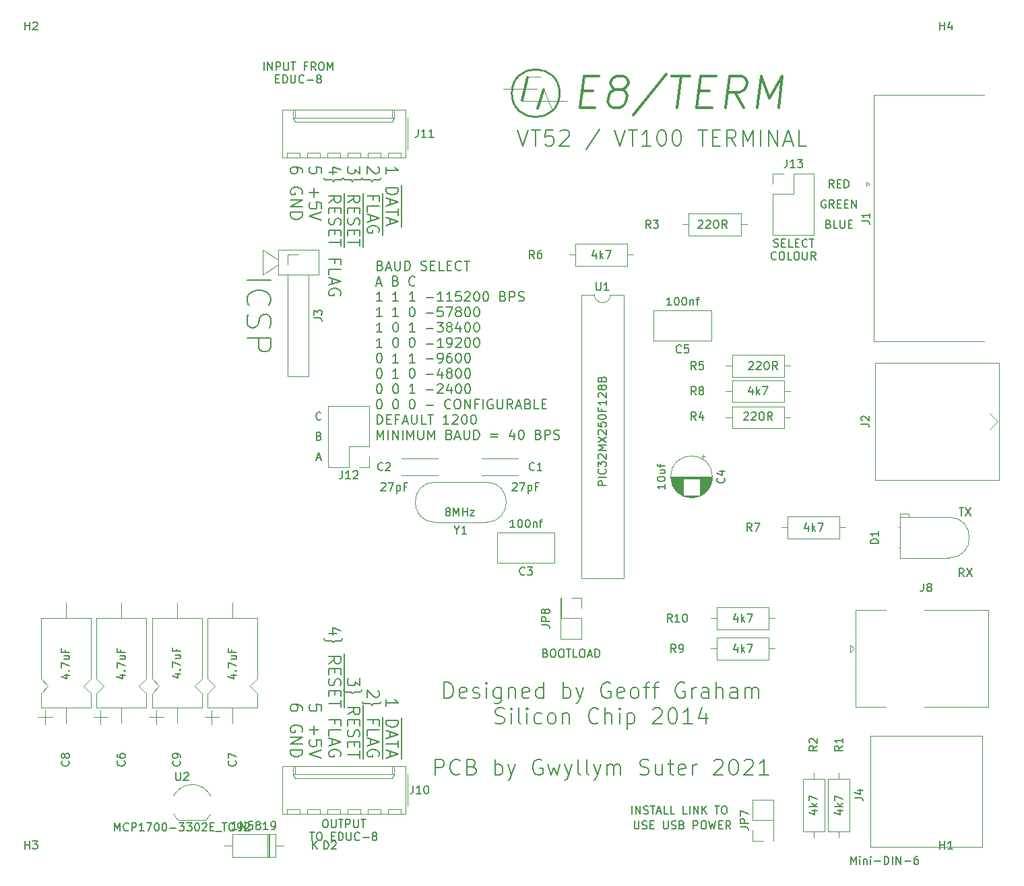
<source format=gbr>
%TF.GenerationSoftware,KiCad,Pcbnew,(6.0.4-0)*%
%TF.CreationDate,2024-04-20T10:56:28+10:00*%
%TF.ProjectId,Video terminal ,56696465-6f20-4746-9572-6d696e616c20,rev?*%
%TF.SameCoordinates,Original*%
%TF.FileFunction,Legend,Top*%
%TF.FilePolarity,Positive*%
%FSLAX46Y46*%
G04 Gerber Fmt 4.6, Leading zero omitted, Abs format (unit mm)*
G04 Created by KiCad (PCBNEW (6.0.4-0)) date 2024-04-20 10:56:28*
%MOMM*%
%LPD*%
G01*
G04 APERTURE LIST*
%ADD10C,0.120000*%
%ADD11C,0.150000*%
%ADD12C,0.300000*%
%ADD13C,0.240000*%
G04 APERTURE END LIST*
D10*
X66040000Y-52070000D02*
X66040000Y-48895000D01*
X66040000Y-50800000D02*
X66040000Y-50165000D01*
X64135000Y-52070000D02*
X66040000Y-50800000D01*
X66040000Y-50165000D02*
X64135000Y-48895000D01*
X66040000Y-48895000D02*
X71120000Y-48895000D01*
X71120000Y-52070000D02*
X66040000Y-52070000D01*
X71120000Y-48895000D02*
X71120000Y-52070000D01*
X64135000Y-48895000D02*
X64135000Y-52070000D01*
D11*
X79653928Y-39340357D02*
X79653928Y-38483214D01*
X79653928Y-38911785D02*
X81153928Y-38911785D01*
X80939642Y-38768928D01*
X80796785Y-38626071D01*
X80725357Y-38483214D01*
X81577500Y-40768928D02*
X81577500Y-42268928D01*
X79653928Y-41126071D02*
X81153928Y-41126071D01*
X81153928Y-41483214D01*
X81082500Y-41697500D01*
X80939642Y-41840357D01*
X80796785Y-41911785D01*
X80511071Y-41983214D01*
X80296785Y-41983214D01*
X80011071Y-41911785D01*
X79868214Y-41840357D01*
X79725357Y-41697500D01*
X79653928Y-41483214D01*
X79653928Y-41126071D01*
X81577500Y-42268928D02*
X81577500Y-43554642D01*
X80082500Y-42554642D02*
X80082500Y-43268928D01*
X79653928Y-42411785D02*
X81153928Y-42911785D01*
X79653928Y-43411785D01*
X81577500Y-43554642D02*
X81577500Y-44697500D01*
X81153928Y-43697500D02*
X81153928Y-44554642D01*
X79653928Y-44126071D02*
X81153928Y-44126071D01*
X81577500Y-44697500D02*
X81577500Y-45983214D01*
X80082500Y-44983214D02*
X80082500Y-45697500D01*
X79653928Y-44840357D02*
X81153928Y-45340357D01*
X79653928Y-45840357D01*
X78596071Y-38483214D02*
X78667500Y-38554642D01*
X78738928Y-38697500D01*
X78738928Y-39054642D01*
X78667500Y-39197500D01*
X78596071Y-39268928D01*
X78453214Y-39340357D01*
X78310357Y-39340357D01*
X78096071Y-39268928D01*
X77238928Y-38411785D01*
X77238928Y-39340357D01*
X76667500Y-39840357D02*
X76667500Y-39911785D01*
X76738928Y-40054642D01*
X76881785Y-40126071D01*
X77596071Y-40126071D01*
X77738928Y-40197500D01*
X77810357Y-40340357D01*
X77881785Y-40197500D01*
X78024642Y-40126071D01*
X78738928Y-40126071D01*
X78881785Y-40054642D01*
X78953214Y-39911785D01*
X78953214Y-39840357D01*
X79162500Y-41768928D02*
X79162500Y-43054642D01*
X78024642Y-42626071D02*
X78024642Y-42126071D01*
X77238928Y-42126071D02*
X78738928Y-42126071D01*
X78738928Y-42840357D01*
X79162500Y-43054642D02*
X79162500Y-44268928D01*
X77238928Y-44126071D02*
X77238928Y-43411785D01*
X78738928Y-43411785D01*
X79162500Y-44268928D02*
X79162500Y-45554642D01*
X77667500Y-44554642D02*
X77667500Y-45268928D01*
X77238928Y-44411785D02*
X78738928Y-44911785D01*
X77238928Y-45411785D01*
X79162500Y-45554642D02*
X79162500Y-47054642D01*
X78667500Y-46697500D02*
X78738928Y-46554642D01*
X78738928Y-46340357D01*
X78667500Y-46126071D01*
X78524642Y-45983214D01*
X78381785Y-45911785D01*
X78096071Y-45840357D01*
X77881785Y-45840357D01*
X77596071Y-45911785D01*
X77453214Y-45983214D01*
X77310357Y-46126071D01*
X77238928Y-46340357D01*
X77238928Y-46483214D01*
X77310357Y-46697500D01*
X77381785Y-46768928D01*
X77881785Y-46768928D01*
X77881785Y-46483214D01*
X76323928Y-38411785D02*
X76323928Y-39340357D01*
X75752500Y-38840357D01*
X75752500Y-39054642D01*
X75681071Y-39197500D01*
X75609642Y-39268928D01*
X75466785Y-39340357D01*
X75109642Y-39340357D01*
X74966785Y-39268928D01*
X74895357Y-39197500D01*
X74823928Y-39054642D01*
X74823928Y-38626071D01*
X74895357Y-38483214D01*
X74966785Y-38411785D01*
X74252500Y-39840357D02*
X74252500Y-39911785D01*
X74323928Y-40054642D01*
X74466785Y-40126071D01*
X75181071Y-40126071D01*
X75323928Y-40197500D01*
X75395357Y-40340357D01*
X75466785Y-40197500D01*
X75609642Y-40126071D01*
X76323928Y-40126071D01*
X76466785Y-40054642D01*
X76538214Y-39911785D01*
X76538214Y-39840357D01*
X76747500Y-41768928D02*
X76747500Y-43268928D01*
X74823928Y-42983214D02*
X75538214Y-42483214D01*
X74823928Y-42126071D02*
X76323928Y-42126071D01*
X76323928Y-42697500D01*
X76252500Y-42840357D01*
X76181071Y-42911785D01*
X76038214Y-42983214D01*
X75823928Y-42983214D01*
X75681071Y-42911785D01*
X75609642Y-42840357D01*
X75538214Y-42697500D01*
X75538214Y-42126071D01*
X76747500Y-43268928D02*
X76747500Y-44626071D01*
X75609642Y-43626071D02*
X75609642Y-44126071D01*
X74823928Y-44340357D02*
X74823928Y-43626071D01*
X76323928Y-43626071D01*
X76323928Y-44340357D01*
X76747500Y-44626071D02*
X76747500Y-46054642D01*
X74895357Y-44911785D02*
X74823928Y-45126071D01*
X74823928Y-45483214D01*
X74895357Y-45626071D01*
X74966785Y-45697500D01*
X75109642Y-45768928D01*
X75252500Y-45768928D01*
X75395357Y-45697500D01*
X75466785Y-45626071D01*
X75538214Y-45483214D01*
X75609642Y-45197500D01*
X75681071Y-45054642D01*
X75752500Y-44983214D01*
X75895357Y-44911785D01*
X76038214Y-44911785D01*
X76181071Y-44983214D01*
X76252500Y-45054642D01*
X76323928Y-45197500D01*
X76323928Y-45554642D01*
X76252500Y-45768928D01*
X76747500Y-46054642D02*
X76747500Y-47411785D01*
X75609642Y-46411785D02*
X75609642Y-46911785D01*
X74823928Y-47126071D02*
X74823928Y-46411785D01*
X76323928Y-46411785D01*
X76323928Y-47126071D01*
X76747500Y-47411785D02*
X76747500Y-48554642D01*
X76323928Y-47554642D02*
X76323928Y-48411785D01*
X74823928Y-47983214D02*
X76323928Y-47983214D01*
X73408928Y-39197500D02*
X72408928Y-39197500D01*
X73980357Y-38840357D02*
X72908928Y-38483214D01*
X72908928Y-39411785D01*
X71837500Y-39840357D02*
X71837500Y-39911785D01*
X71908928Y-40054642D01*
X72051785Y-40126071D01*
X72766071Y-40126071D01*
X72908928Y-40197500D01*
X72980357Y-40340357D01*
X73051785Y-40197500D01*
X73194642Y-40126071D01*
X73908928Y-40126071D01*
X74051785Y-40054642D01*
X74123214Y-39911785D01*
X74123214Y-39840357D01*
X74332500Y-41768928D02*
X74332500Y-43268928D01*
X72408928Y-42983214D02*
X73123214Y-42483214D01*
X72408928Y-42126071D02*
X73908928Y-42126071D01*
X73908928Y-42697500D01*
X73837500Y-42840357D01*
X73766071Y-42911785D01*
X73623214Y-42983214D01*
X73408928Y-42983214D01*
X73266071Y-42911785D01*
X73194642Y-42840357D01*
X73123214Y-42697500D01*
X73123214Y-42126071D01*
X74332500Y-43268928D02*
X74332500Y-44626071D01*
X73194642Y-43626071D02*
X73194642Y-44126071D01*
X72408928Y-44340357D02*
X72408928Y-43626071D01*
X73908928Y-43626071D01*
X73908928Y-44340357D01*
X74332500Y-44626071D02*
X74332500Y-46054642D01*
X72480357Y-44911785D02*
X72408928Y-45126071D01*
X72408928Y-45483214D01*
X72480357Y-45626071D01*
X72551785Y-45697500D01*
X72694642Y-45768928D01*
X72837500Y-45768928D01*
X72980357Y-45697500D01*
X73051785Y-45626071D01*
X73123214Y-45483214D01*
X73194642Y-45197500D01*
X73266071Y-45054642D01*
X73337500Y-44983214D01*
X73480357Y-44911785D01*
X73623214Y-44911785D01*
X73766071Y-44983214D01*
X73837500Y-45054642D01*
X73908928Y-45197500D01*
X73908928Y-45554642D01*
X73837500Y-45768928D01*
X74332500Y-46054642D02*
X74332500Y-47411785D01*
X73194642Y-46411785D02*
X73194642Y-46911785D01*
X72408928Y-47126071D02*
X72408928Y-46411785D01*
X73908928Y-46411785D01*
X73908928Y-47126071D01*
X74332500Y-47411785D02*
X74332500Y-48554642D01*
X73908928Y-47554642D02*
X73908928Y-48411785D01*
X72408928Y-47983214D02*
X73908928Y-47983214D01*
X73194642Y-50554642D02*
X73194642Y-50054642D01*
X72408928Y-50054642D02*
X73908928Y-50054642D01*
X73908928Y-50768928D01*
X72408928Y-52054642D02*
X72408928Y-51340357D01*
X73908928Y-51340357D01*
X72837500Y-52483214D02*
X72837500Y-53197500D01*
X72408928Y-52340357D02*
X73908928Y-52840357D01*
X72408928Y-53340357D01*
X73837500Y-54626071D02*
X73908928Y-54483214D01*
X73908928Y-54268928D01*
X73837500Y-54054642D01*
X73694642Y-53911785D01*
X73551785Y-53840357D01*
X73266071Y-53768928D01*
X73051785Y-53768928D01*
X72766071Y-53840357D01*
X72623214Y-53911785D01*
X72480357Y-54054642D01*
X72408928Y-54268928D01*
X72408928Y-54411785D01*
X72480357Y-54626071D01*
X72551785Y-54697500D01*
X73051785Y-54697500D01*
X73051785Y-54411785D01*
X71493928Y-39268928D02*
X71493928Y-38554642D01*
X70779642Y-38483214D01*
X70851071Y-38554642D01*
X70922500Y-38697500D01*
X70922500Y-39054642D01*
X70851071Y-39197500D01*
X70779642Y-39268928D01*
X70636785Y-39340357D01*
X70279642Y-39340357D01*
X70136785Y-39268928D01*
X70065357Y-39197500D01*
X69993928Y-39054642D01*
X69993928Y-38697500D01*
X70065357Y-38554642D01*
X70136785Y-38483214D01*
X70565357Y-41126071D02*
X70565357Y-42268928D01*
X69993928Y-41697500D02*
X71136785Y-41697500D01*
X71493928Y-43697500D02*
X71493928Y-42983214D01*
X70779642Y-42911785D01*
X70851071Y-42983214D01*
X70922500Y-43126071D01*
X70922500Y-43483214D01*
X70851071Y-43626071D01*
X70779642Y-43697500D01*
X70636785Y-43768928D01*
X70279642Y-43768928D01*
X70136785Y-43697500D01*
X70065357Y-43626071D01*
X69993928Y-43483214D01*
X69993928Y-43126071D01*
X70065357Y-42983214D01*
X70136785Y-42911785D01*
X71493928Y-44197500D02*
X69993928Y-44697500D01*
X71493928Y-45197500D01*
X69078928Y-39197500D02*
X69078928Y-38911785D01*
X69007500Y-38768928D01*
X68936071Y-38697500D01*
X68721785Y-38554642D01*
X68436071Y-38483214D01*
X67864642Y-38483214D01*
X67721785Y-38554642D01*
X67650357Y-38626071D01*
X67578928Y-38768928D01*
X67578928Y-39054642D01*
X67650357Y-39197500D01*
X67721785Y-39268928D01*
X67864642Y-39340357D01*
X68221785Y-39340357D01*
X68364642Y-39268928D01*
X68436071Y-39197500D01*
X68507500Y-39054642D01*
X68507500Y-38768928D01*
X68436071Y-38626071D01*
X68364642Y-38554642D01*
X68221785Y-38483214D01*
X69007500Y-41911785D02*
X69078928Y-41768928D01*
X69078928Y-41554642D01*
X69007500Y-41340357D01*
X68864642Y-41197500D01*
X68721785Y-41126071D01*
X68436071Y-41054642D01*
X68221785Y-41054642D01*
X67936071Y-41126071D01*
X67793214Y-41197500D01*
X67650357Y-41340357D01*
X67578928Y-41554642D01*
X67578928Y-41697500D01*
X67650357Y-41911785D01*
X67721785Y-41983214D01*
X68221785Y-41983214D01*
X68221785Y-41697500D01*
X67578928Y-42626071D02*
X69078928Y-42626071D01*
X67578928Y-43483214D01*
X69078928Y-43483214D01*
X67578928Y-44197500D02*
X69078928Y-44197500D01*
X69078928Y-44554642D01*
X69007500Y-44768928D01*
X68864642Y-44911785D01*
X68721785Y-44983214D01*
X68436071Y-45054642D01*
X68221785Y-45054642D01*
X67936071Y-44983214D01*
X67793214Y-44911785D01*
X67650357Y-44768928D01*
X67578928Y-44554642D01*
X67578928Y-44197500D01*
X86918095Y-105294761D02*
X86918095Y-103294761D01*
X87394285Y-103294761D01*
X87680000Y-103390000D01*
X87870476Y-103580476D01*
X87965714Y-103770952D01*
X88060952Y-104151904D01*
X88060952Y-104437619D01*
X87965714Y-104818571D01*
X87870476Y-105009047D01*
X87680000Y-105199523D01*
X87394285Y-105294761D01*
X86918095Y-105294761D01*
X89680000Y-105199523D02*
X89489523Y-105294761D01*
X89108571Y-105294761D01*
X88918095Y-105199523D01*
X88822857Y-105009047D01*
X88822857Y-104247142D01*
X88918095Y-104056666D01*
X89108571Y-103961428D01*
X89489523Y-103961428D01*
X89680000Y-104056666D01*
X89775238Y-104247142D01*
X89775238Y-104437619D01*
X88822857Y-104628095D01*
X90537142Y-105199523D02*
X90727619Y-105294761D01*
X91108571Y-105294761D01*
X91299047Y-105199523D01*
X91394285Y-105009047D01*
X91394285Y-104913809D01*
X91299047Y-104723333D01*
X91108571Y-104628095D01*
X90822857Y-104628095D01*
X90632380Y-104532857D01*
X90537142Y-104342380D01*
X90537142Y-104247142D01*
X90632380Y-104056666D01*
X90822857Y-103961428D01*
X91108571Y-103961428D01*
X91299047Y-104056666D01*
X92251428Y-105294761D02*
X92251428Y-103961428D01*
X92251428Y-103294761D02*
X92156190Y-103390000D01*
X92251428Y-103485238D01*
X92346666Y-103390000D01*
X92251428Y-103294761D01*
X92251428Y-103485238D01*
X94060952Y-103961428D02*
X94060952Y-105580476D01*
X93965714Y-105770952D01*
X93870476Y-105866190D01*
X93680000Y-105961428D01*
X93394285Y-105961428D01*
X93203809Y-105866190D01*
X94060952Y-105199523D02*
X93870476Y-105294761D01*
X93489523Y-105294761D01*
X93299047Y-105199523D01*
X93203809Y-105104285D01*
X93108571Y-104913809D01*
X93108571Y-104342380D01*
X93203809Y-104151904D01*
X93299047Y-104056666D01*
X93489523Y-103961428D01*
X93870476Y-103961428D01*
X94060952Y-104056666D01*
X95013333Y-103961428D02*
X95013333Y-105294761D01*
X95013333Y-104151904D02*
X95108571Y-104056666D01*
X95299047Y-103961428D01*
X95584761Y-103961428D01*
X95775238Y-104056666D01*
X95870476Y-104247142D01*
X95870476Y-105294761D01*
X97584761Y-105199523D02*
X97394285Y-105294761D01*
X97013333Y-105294761D01*
X96822857Y-105199523D01*
X96727619Y-105009047D01*
X96727619Y-104247142D01*
X96822857Y-104056666D01*
X97013333Y-103961428D01*
X97394285Y-103961428D01*
X97584761Y-104056666D01*
X97680000Y-104247142D01*
X97680000Y-104437619D01*
X96727619Y-104628095D01*
X99394285Y-105294761D02*
X99394285Y-103294761D01*
X99394285Y-105199523D02*
X99203809Y-105294761D01*
X98822857Y-105294761D01*
X98632380Y-105199523D01*
X98537142Y-105104285D01*
X98441904Y-104913809D01*
X98441904Y-104342380D01*
X98537142Y-104151904D01*
X98632380Y-104056666D01*
X98822857Y-103961428D01*
X99203809Y-103961428D01*
X99394285Y-104056666D01*
X101870476Y-105294761D02*
X101870476Y-103294761D01*
X101870476Y-104056666D02*
X102060952Y-103961428D01*
X102441904Y-103961428D01*
X102632380Y-104056666D01*
X102727619Y-104151904D01*
X102822857Y-104342380D01*
X102822857Y-104913809D01*
X102727619Y-105104285D01*
X102632380Y-105199523D01*
X102441904Y-105294761D01*
X102060952Y-105294761D01*
X101870476Y-105199523D01*
X103489523Y-103961428D02*
X103965714Y-105294761D01*
X104441904Y-103961428D02*
X103965714Y-105294761D01*
X103775238Y-105770952D01*
X103680000Y-105866190D01*
X103489523Y-105961428D01*
X107775238Y-103390000D02*
X107584761Y-103294761D01*
X107299047Y-103294761D01*
X107013333Y-103390000D01*
X106822857Y-103580476D01*
X106727619Y-103770952D01*
X106632380Y-104151904D01*
X106632380Y-104437619D01*
X106727619Y-104818571D01*
X106822857Y-105009047D01*
X107013333Y-105199523D01*
X107299047Y-105294761D01*
X107489523Y-105294761D01*
X107775238Y-105199523D01*
X107870476Y-105104285D01*
X107870476Y-104437619D01*
X107489523Y-104437619D01*
X109489523Y-105199523D02*
X109299047Y-105294761D01*
X108918095Y-105294761D01*
X108727619Y-105199523D01*
X108632380Y-105009047D01*
X108632380Y-104247142D01*
X108727619Y-104056666D01*
X108918095Y-103961428D01*
X109299047Y-103961428D01*
X109489523Y-104056666D01*
X109584761Y-104247142D01*
X109584761Y-104437619D01*
X108632380Y-104628095D01*
X110727619Y-105294761D02*
X110537142Y-105199523D01*
X110441904Y-105104285D01*
X110346666Y-104913809D01*
X110346666Y-104342380D01*
X110441904Y-104151904D01*
X110537142Y-104056666D01*
X110727619Y-103961428D01*
X111013333Y-103961428D01*
X111203809Y-104056666D01*
X111299047Y-104151904D01*
X111394285Y-104342380D01*
X111394285Y-104913809D01*
X111299047Y-105104285D01*
X111203809Y-105199523D01*
X111013333Y-105294761D01*
X110727619Y-105294761D01*
X111965714Y-103961428D02*
X112727619Y-103961428D01*
X112251428Y-105294761D02*
X112251428Y-103580476D01*
X112346666Y-103390000D01*
X112537142Y-103294761D01*
X112727619Y-103294761D01*
X113108571Y-103961428D02*
X113870476Y-103961428D01*
X113394285Y-105294761D02*
X113394285Y-103580476D01*
X113489523Y-103390000D01*
X113680000Y-103294761D01*
X113870476Y-103294761D01*
X117108571Y-103390000D02*
X116918095Y-103294761D01*
X116632380Y-103294761D01*
X116346666Y-103390000D01*
X116156190Y-103580476D01*
X116060952Y-103770952D01*
X115965714Y-104151904D01*
X115965714Y-104437619D01*
X116060952Y-104818571D01*
X116156190Y-105009047D01*
X116346666Y-105199523D01*
X116632380Y-105294761D01*
X116822857Y-105294761D01*
X117108571Y-105199523D01*
X117203809Y-105104285D01*
X117203809Y-104437619D01*
X116822857Y-104437619D01*
X118060952Y-105294761D02*
X118060952Y-103961428D01*
X118060952Y-104342380D02*
X118156190Y-104151904D01*
X118251428Y-104056666D01*
X118441904Y-103961428D01*
X118632380Y-103961428D01*
X120156190Y-105294761D02*
X120156190Y-104247142D01*
X120060952Y-104056666D01*
X119870476Y-103961428D01*
X119489523Y-103961428D01*
X119299047Y-104056666D01*
X120156190Y-105199523D02*
X119965714Y-105294761D01*
X119489523Y-105294761D01*
X119299047Y-105199523D01*
X119203809Y-105009047D01*
X119203809Y-104818571D01*
X119299047Y-104628095D01*
X119489523Y-104532857D01*
X119965714Y-104532857D01*
X120156190Y-104437619D01*
X121108571Y-105294761D02*
X121108571Y-103294761D01*
X121965714Y-105294761D02*
X121965714Y-104247142D01*
X121870476Y-104056666D01*
X121680000Y-103961428D01*
X121394285Y-103961428D01*
X121203809Y-104056666D01*
X121108571Y-104151904D01*
X123775238Y-105294761D02*
X123775238Y-104247142D01*
X123680000Y-104056666D01*
X123489523Y-103961428D01*
X123108571Y-103961428D01*
X122918095Y-104056666D01*
X123775238Y-105199523D02*
X123584761Y-105294761D01*
X123108571Y-105294761D01*
X122918095Y-105199523D01*
X122822857Y-105009047D01*
X122822857Y-104818571D01*
X122918095Y-104628095D01*
X123108571Y-104532857D01*
X123584761Y-104532857D01*
X123775238Y-104437619D01*
X124727619Y-105294761D02*
X124727619Y-103961428D01*
X124727619Y-104151904D02*
X124822857Y-104056666D01*
X125013333Y-103961428D01*
X125299047Y-103961428D01*
X125489523Y-104056666D01*
X125584761Y-104247142D01*
X125584761Y-105294761D01*
X125584761Y-104247142D02*
X125679999Y-104056666D01*
X125870476Y-103961428D01*
X126156190Y-103961428D01*
X126346666Y-104056666D01*
X126441904Y-104247142D01*
X126441904Y-105294761D01*
X93346666Y-108419523D02*
X93632380Y-108514761D01*
X94108571Y-108514761D01*
X94299047Y-108419523D01*
X94394285Y-108324285D01*
X94489523Y-108133809D01*
X94489523Y-107943333D01*
X94394285Y-107752857D01*
X94299047Y-107657619D01*
X94108571Y-107562380D01*
X93727619Y-107467142D01*
X93537142Y-107371904D01*
X93441904Y-107276666D01*
X93346666Y-107086190D01*
X93346666Y-106895714D01*
X93441904Y-106705238D01*
X93537142Y-106610000D01*
X93727619Y-106514761D01*
X94203809Y-106514761D01*
X94489523Y-106610000D01*
X95346666Y-108514761D02*
X95346666Y-107181428D01*
X95346666Y-106514761D02*
X95251428Y-106610000D01*
X95346666Y-106705238D01*
X95441904Y-106610000D01*
X95346666Y-106514761D01*
X95346666Y-106705238D01*
X96584761Y-108514761D02*
X96394285Y-108419523D01*
X96299047Y-108229047D01*
X96299047Y-106514761D01*
X97346666Y-108514761D02*
X97346666Y-107181428D01*
X97346666Y-106514761D02*
X97251428Y-106610000D01*
X97346666Y-106705238D01*
X97441904Y-106610000D01*
X97346666Y-106514761D01*
X97346666Y-106705238D01*
X99156190Y-108419523D02*
X98965714Y-108514761D01*
X98584761Y-108514761D01*
X98394285Y-108419523D01*
X98299047Y-108324285D01*
X98203809Y-108133809D01*
X98203809Y-107562380D01*
X98299047Y-107371904D01*
X98394285Y-107276666D01*
X98584761Y-107181428D01*
X98965714Y-107181428D01*
X99156190Y-107276666D01*
X100299047Y-108514761D02*
X100108571Y-108419523D01*
X100013333Y-108324285D01*
X99918095Y-108133809D01*
X99918095Y-107562380D01*
X100013333Y-107371904D01*
X100108571Y-107276666D01*
X100299047Y-107181428D01*
X100584761Y-107181428D01*
X100775238Y-107276666D01*
X100870476Y-107371904D01*
X100965714Y-107562380D01*
X100965714Y-108133809D01*
X100870476Y-108324285D01*
X100775238Y-108419523D01*
X100584761Y-108514761D01*
X100299047Y-108514761D01*
X101822857Y-107181428D02*
X101822857Y-108514761D01*
X101822857Y-107371904D02*
X101918095Y-107276666D01*
X102108571Y-107181428D01*
X102394285Y-107181428D01*
X102584761Y-107276666D01*
X102680000Y-107467142D01*
X102680000Y-108514761D01*
X106299047Y-108324285D02*
X106203809Y-108419523D01*
X105918095Y-108514761D01*
X105727619Y-108514761D01*
X105441904Y-108419523D01*
X105251428Y-108229047D01*
X105156190Y-108038571D01*
X105060952Y-107657619D01*
X105060952Y-107371904D01*
X105156190Y-106990952D01*
X105251428Y-106800476D01*
X105441904Y-106610000D01*
X105727619Y-106514761D01*
X105918095Y-106514761D01*
X106203809Y-106610000D01*
X106299047Y-106705238D01*
X107156190Y-108514761D02*
X107156190Y-106514761D01*
X108013333Y-108514761D02*
X108013333Y-107467142D01*
X107918095Y-107276666D01*
X107727619Y-107181428D01*
X107441904Y-107181428D01*
X107251428Y-107276666D01*
X107156190Y-107371904D01*
X108965714Y-108514761D02*
X108965714Y-107181428D01*
X108965714Y-106514761D02*
X108870476Y-106610000D01*
X108965714Y-106705238D01*
X109060952Y-106610000D01*
X108965714Y-106514761D01*
X108965714Y-106705238D01*
X109918095Y-107181428D02*
X109918095Y-109181428D01*
X109918095Y-107276666D02*
X110108571Y-107181428D01*
X110489523Y-107181428D01*
X110680000Y-107276666D01*
X110775238Y-107371904D01*
X110870476Y-107562380D01*
X110870476Y-108133809D01*
X110775238Y-108324285D01*
X110680000Y-108419523D01*
X110489523Y-108514761D01*
X110108571Y-108514761D01*
X109918095Y-108419523D01*
X113156190Y-106705238D02*
X113251428Y-106610000D01*
X113441904Y-106514761D01*
X113918095Y-106514761D01*
X114108571Y-106610000D01*
X114203809Y-106705238D01*
X114299047Y-106895714D01*
X114299047Y-107086190D01*
X114203809Y-107371904D01*
X113060952Y-108514761D01*
X114299047Y-108514761D01*
X115537142Y-106514761D02*
X115727619Y-106514761D01*
X115918095Y-106610000D01*
X116013333Y-106705238D01*
X116108571Y-106895714D01*
X116203809Y-107276666D01*
X116203809Y-107752857D01*
X116108571Y-108133809D01*
X116013333Y-108324285D01*
X115918095Y-108419523D01*
X115727619Y-108514761D01*
X115537142Y-108514761D01*
X115346666Y-108419523D01*
X115251428Y-108324285D01*
X115156190Y-108133809D01*
X115060952Y-107752857D01*
X115060952Y-107276666D01*
X115156190Y-106895714D01*
X115251428Y-106705238D01*
X115346666Y-106610000D01*
X115537142Y-106514761D01*
X118108571Y-108514761D02*
X116965714Y-108514761D01*
X117537142Y-108514761D02*
X117537142Y-106514761D01*
X117346666Y-106800476D01*
X117156190Y-106990952D01*
X116965714Y-107086190D01*
X119822857Y-107181428D02*
X119822857Y-108514761D01*
X119346666Y-106419523D02*
X118870476Y-107848095D01*
X120108571Y-107848095D01*
X85775238Y-114954761D02*
X85775238Y-112954761D01*
X86537142Y-112954761D01*
X86727619Y-113050000D01*
X86822857Y-113145238D01*
X86918095Y-113335714D01*
X86918095Y-113621428D01*
X86822857Y-113811904D01*
X86727619Y-113907142D01*
X86537142Y-114002380D01*
X85775238Y-114002380D01*
X88918095Y-114764285D02*
X88822857Y-114859523D01*
X88537142Y-114954761D01*
X88346666Y-114954761D01*
X88060952Y-114859523D01*
X87870476Y-114669047D01*
X87775238Y-114478571D01*
X87680000Y-114097619D01*
X87680000Y-113811904D01*
X87775238Y-113430952D01*
X87870476Y-113240476D01*
X88060952Y-113050000D01*
X88346666Y-112954761D01*
X88537142Y-112954761D01*
X88822857Y-113050000D01*
X88918095Y-113145238D01*
X90441904Y-113907142D02*
X90727619Y-114002380D01*
X90822857Y-114097619D01*
X90918095Y-114288095D01*
X90918095Y-114573809D01*
X90822857Y-114764285D01*
X90727619Y-114859523D01*
X90537142Y-114954761D01*
X89775238Y-114954761D01*
X89775238Y-112954761D01*
X90441904Y-112954761D01*
X90632380Y-113050000D01*
X90727619Y-113145238D01*
X90822857Y-113335714D01*
X90822857Y-113526190D01*
X90727619Y-113716666D01*
X90632380Y-113811904D01*
X90441904Y-113907142D01*
X89775238Y-113907142D01*
X93299047Y-114954761D02*
X93299047Y-112954761D01*
X93299047Y-113716666D02*
X93489523Y-113621428D01*
X93870476Y-113621428D01*
X94060952Y-113716666D01*
X94156190Y-113811904D01*
X94251428Y-114002380D01*
X94251428Y-114573809D01*
X94156190Y-114764285D01*
X94060952Y-114859523D01*
X93870476Y-114954761D01*
X93489523Y-114954761D01*
X93299047Y-114859523D01*
X94918095Y-113621428D02*
X95394285Y-114954761D01*
X95870476Y-113621428D02*
X95394285Y-114954761D01*
X95203809Y-115430952D01*
X95108571Y-115526190D01*
X94918095Y-115621428D01*
X99203809Y-113050000D02*
X99013333Y-112954761D01*
X98727619Y-112954761D01*
X98441904Y-113050000D01*
X98251428Y-113240476D01*
X98156190Y-113430952D01*
X98060952Y-113811904D01*
X98060952Y-114097619D01*
X98156190Y-114478571D01*
X98251428Y-114669047D01*
X98441904Y-114859523D01*
X98727619Y-114954761D01*
X98918095Y-114954761D01*
X99203809Y-114859523D01*
X99299047Y-114764285D01*
X99299047Y-114097619D01*
X98918095Y-114097619D01*
X99965714Y-113621428D02*
X100346666Y-114954761D01*
X100727619Y-114002380D01*
X101108571Y-114954761D01*
X101489523Y-113621428D01*
X102060952Y-113621428D02*
X102537142Y-114954761D01*
X103013333Y-113621428D02*
X102537142Y-114954761D01*
X102346666Y-115430952D01*
X102251428Y-115526190D01*
X102060952Y-115621428D01*
X104060952Y-114954761D02*
X103870476Y-114859523D01*
X103775238Y-114669047D01*
X103775238Y-112954761D01*
X105108571Y-114954761D02*
X104918095Y-114859523D01*
X104822857Y-114669047D01*
X104822857Y-112954761D01*
X105680000Y-113621428D02*
X106156190Y-114954761D01*
X106632380Y-113621428D02*
X106156190Y-114954761D01*
X105965714Y-115430952D01*
X105870476Y-115526190D01*
X105680000Y-115621428D01*
X107394285Y-114954761D02*
X107394285Y-113621428D01*
X107394285Y-113811904D02*
X107489523Y-113716666D01*
X107680000Y-113621428D01*
X107965714Y-113621428D01*
X108156190Y-113716666D01*
X108251428Y-113907142D01*
X108251428Y-114954761D01*
X108251428Y-113907142D02*
X108346666Y-113716666D01*
X108537142Y-113621428D01*
X108822857Y-113621428D01*
X109013333Y-113716666D01*
X109108571Y-113907142D01*
X109108571Y-114954761D01*
X111489523Y-114859523D02*
X111775238Y-114954761D01*
X112251428Y-114954761D01*
X112441904Y-114859523D01*
X112537142Y-114764285D01*
X112632380Y-114573809D01*
X112632380Y-114383333D01*
X112537142Y-114192857D01*
X112441904Y-114097619D01*
X112251428Y-114002380D01*
X111870476Y-113907142D01*
X111680000Y-113811904D01*
X111584761Y-113716666D01*
X111489523Y-113526190D01*
X111489523Y-113335714D01*
X111584761Y-113145238D01*
X111680000Y-113050000D01*
X111870476Y-112954761D01*
X112346666Y-112954761D01*
X112632380Y-113050000D01*
X114346666Y-113621428D02*
X114346666Y-114954761D01*
X113489523Y-113621428D02*
X113489523Y-114669047D01*
X113584761Y-114859523D01*
X113775238Y-114954761D01*
X114060952Y-114954761D01*
X114251428Y-114859523D01*
X114346666Y-114764285D01*
X115013333Y-113621428D02*
X115775238Y-113621428D01*
X115299047Y-112954761D02*
X115299047Y-114669047D01*
X115394285Y-114859523D01*
X115584761Y-114954761D01*
X115775238Y-114954761D01*
X117203809Y-114859523D02*
X117013333Y-114954761D01*
X116632380Y-114954761D01*
X116441904Y-114859523D01*
X116346666Y-114669047D01*
X116346666Y-113907142D01*
X116441904Y-113716666D01*
X116632380Y-113621428D01*
X117013333Y-113621428D01*
X117203809Y-113716666D01*
X117299047Y-113907142D01*
X117299047Y-114097619D01*
X116346666Y-114288095D01*
X118156190Y-114954761D02*
X118156190Y-113621428D01*
X118156190Y-114002380D02*
X118251428Y-113811904D01*
X118346666Y-113716666D01*
X118537142Y-113621428D01*
X118727619Y-113621428D01*
X120822857Y-113145238D02*
X120918095Y-113050000D01*
X121108571Y-112954761D01*
X121584761Y-112954761D01*
X121775238Y-113050000D01*
X121870476Y-113145238D01*
X121965714Y-113335714D01*
X121965714Y-113526190D01*
X121870476Y-113811904D01*
X120727619Y-114954761D01*
X121965714Y-114954761D01*
X123203809Y-112954761D02*
X123394285Y-112954761D01*
X123584761Y-113050000D01*
X123679999Y-113145238D01*
X123775238Y-113335714D01*
X123870476Y-113716666D01*
X123870476Y-114192857D01*
X123775238Y-114573809D01*
X123679999Y-114764285D01*
X123584761Y-114859523D01*
X123394285Y-114954761D01*
X123203809Y-114954761D01*
X123013333Y-114859523D01*
X122918095Y-114764285D01*
X122822857Y-114573809D01*
X122727619Y-114192857D01*
X122727619Y-113716666D01*
X122822857Y-113335714D01*
X122918095Y-113145238D01*
X123013333Y-113050000D01*
X123203809Y-112954761D01*
X124632380Y-113145238D02*
X124727619Y-113050000D01*
X124918095Y-112954761D01*
X125394285Y-112954761D01*
X125584761Y-113050000D01*
X125679999Y-113145238D01*
X125775238Y-113335714D01*
X125775238Y-113526190D01*
X125679999Y-113811904D01*
X124537142Y-114954761D01*
X125775238Y-114954761D01*
X127679999Y-114954761D02*
X126537142Y-114954761D01*
X127108571Y-114954761D02*
X127108571Y-112954761D01*
X126918095Y-113240476D01*
X126727619Y-113430952D01*
X126537142Y-113526190D01*
X151638095Y-81367380D02*
X152209523Y-81367380D01*
X151923809Y-82367380D02*
X151923809Y-81367380D01*
X152447619Y-81367380D02*
X153114285Y-82367380D01*
X153114285Y-81367380D02*
X152447619Y-82367380D01*
X79653928Y-106289642D02*
X79653928Y-105432500D01*
X79653928Y-105861071D02*
X81153928Y-105861071D01*
X80939642Y-105718214D01*
X80796785Y-105575357D01*
X80725357Y-105432500D01*
X81577500Y-107718214D02*
X81577500Y-109218214D01*
X79653928Y-108075357D02*
X81153928Y-108075357D01*
X81153928Y-108432500D01*
X81082500Y-108646785D01*
X80939642Y-108789642D01*
X80796785Y-108861071D01*
X80511071Y-108932500D01*
X80296785Y-108932500D01*
X80011071Y-108861071D01*
X79868214Y-108789642D01*
X79725357Y-108646785D01*
X79653928Y-108432500D01*
X79653928Y-108075357D01*
X81577500Y-109218214D02*
X81577500Y-110503928D01*
X80082500Y-109503928D02*
X80082500Y-110218214D01*
X79653928Y-109361071D02*
X81153928Y-109861071D01*
X79653928Y-110361071D01*
X81577500Y-110503928D02*
X81577500Y-111646785D01*
X81153928Y-110646785D02*
X81153928Y-111503928D01*
X79653928Y-111075357D02*
X81153928Y-111075357D01*
X81577500Y-111646785D02*
X81577500Y-112932500D01*
X80082500Y-111932500D02*
X80082500Y-112646785D01*
X79653928Y-111789642D02*
X81153928Y-112289642D01*
X79653928Y-112789642D01*
X78596071Y-104361071D02*
X78667500Y-104432500D01*
X78738928Y-104575357D01*
X78738928Y-104932500D01*
X78667500Y-105075357D01*
X78596071Y-105146785D01*
X78453214Y-105218214D01*
X78310357Y-105218214D01*
X78096071Y-105146785D01*
X77238928Y-104289642D01*
X77238928Y-105218214D01*
X76667500Y-105718214D02*
X76667500Y-105789642D01*
X76738928Y-105932500D01*
X76881785Y-106003928D01*
X77596071Y-106003928D01*
X77738928Y-106075357D01*
X77810357Y-106218214D01*
X77881785Y-106075357D01*
X78024642Y-106003928D01*
X78738928Y-106003928D01*
X78881785Y-105932500D01*
X78953214Y-105789642D01*
X78953214Y-105718214D01*
X79162500Y-107646785D02*
X79162500Y-108932500D01*
X78024642Y-108503928D02*
X78024642Y-108003928D01*
X77238928Y-108003928D02*
X78738928Y-108003928D01*
X78738928Y-108718214D01*
X79162500Y-108932500D02*
X79162500Y-110146785D01*
X77238928Y-110003928D02*
X77238928Y-109289642D01*
X78738928Y-109289642D01*
X79162500Y-110146785D02*
X79162500Y-111432500D01*
X77667500Y-110432500D02*
X77667500Y-111146785D01*
X77238928Y-110289642D02*
X78738928Y-110789642D01*
X77238928Y-111289642D01*
X79162500Y-111432500D02*
X79162500Y-112932500D01*
X78667500Y-112575357D02*
X78738928Y-112432500D01*
X78738928Y-112218214D01*
X78667500Y-112003928D01*
X78524642Y-111861071D01*
X78381785Y-111789642D01*
X78096071Y-111718214D01*
X77881785Y-111718214D01*
X77596071Y-111789642D01*
X77453214Y-111861071D01*
X77310357Y-112003928D01*
X77238928Y-112218214D01*
X77238928Y-112361071D01*
X77310357Y-112575357D01*
X77381785Y-112646785D01*
X77881785Y-112646785D01*
X77881785Y-112361071D01*
X76323928Y-102789642D02*
X76323928Y-103718214D01*
X75752500Y-103218214D01*
X75752500Y-103432500D01*
X75681071Y-103575357D01*
X75609642Y-103646785D01*
X75466785Y-103718214D01*
X75109642Y-103718214D01*
X74966785Y-103646785D01*
X74895357Y-103575357D01*
X74823928Y-103432500D01*
X74823928Y-103003928D01*
X74895357Y-102861071D01*
X74966785Y-102789642D01*
X74252500Y-104218214D02*
X74252500Y-104289642D01*
X74323928Y-104432500D01*
X74466785Y-104503928D01*
X75181071Y-104503928D01*
X75323928Y-104575357D01*
X75395357Y-104718214D01*
X75466785Y-104575357D01*
X75609642Y-104503928D01*
X76323928Y-104503928D01*
X76466785Y-104432500D01*
X76538214Y-104289642D01*
X76538214Y-104218214D01*
X76747500Y-106146785D02*
X76747500Y-107646785D01*
X74823928Y-107361071D02*
X75538214Y-106861071D01*
X74823928Y-106503928D02*
X76323928Y-106503928D01*
X76323928Y-107075357D01*
X76252500Y-107218214D01*
X76181071Y-107289642D01*
X76038214Y-107361071D01*
X75823928Y-107361071D01*
X75681071Y-107289642D01*
X75609642Y-107218214D01*
X75538214Y-107075357D01*
X75538214Y-106503928D01*
X76747500Y-107646785D02*
X76747500Y-109003928D01*
X75609642Y-108003928D02*
X75609642Y-108503928D01*
X74823928Y-108718214D02*
X74823928Y-108003928D01*
X76323928Y-108003928D01*
X76323928Y-108718214D01*
X76747500Y-109003928D02*
X76747500Y-110432500D01*
X74895357Y-109289642D02*
X74823928Y-109503928D01*
X74823928Y-109861071D01*
X74895357Y-110003928D01*
X74966785Y-110075357D01*
X75109642Y-110146785D01*
X75252500Y-110146785D01*
X75395357Y-110075357D01*
X75466785Y-110003928D01*
X75538214Y-109861071D01*
X75609642Y-109575357D01*
X75681071Y-109432500D01*
X75752500Y-109361071D01*
X75895357Y-109289642D01*
X76038214Y-109289642D01*
X76181071Y-109361071D01*
X76252500Y-109432500D01*
X76323928Y-109575357D01*
X76323928Y-109932500D01*
X76252500Y-110146785D01*
X76747500Y-110432500D02*
X76747500Y-111789642D01*
X75609642Y-110789642D02*
X75609642Y-111289642D01*
X74823928Y-111503928D02*
X74823928Y-110789642D01*
X76323928Y-110789642D01*
X76323928Y-111503928D01*
X76747500Y-111789642D02*
X76747500Y-112932500D01*
X76323928Y-111932500D02*
X76323928Y-112789642D01*
X74823928Y-112361071D02*
X76323928Y-112361071D01*
X73408928Y-97146785D02*
X72408928Y-97146785D01*
X73980357Y-96789642D02*
X72908928Y-96432500D01*
X72908928Y-97361071D01*
X71837500Y-97789642D02*
X71837500Y-97861071D01*
X71908928Y-98003928D01*
X72051785Y-98075357D01*
X72766071Y-98075357D01*
X72908928Y-98146785D01*
X72980357Y-98289642D01*
X73051785Y-98146785D01*
X73194642Y-98075357D01*
X73908928Y-98075357D01*
X74051785Y-98003928D01*
X74123214Y-97861071D01*
X74123214Y-97789642D01*
X74332500Y-99718214D02*
X74332500Y-101218214D01*
X72408928Y-100932500D02*
X73123214Y-100432500D01*
X72408928Y-100075357D02*
X73908928Y-100075357D01*
X73908928Y-100646785D01*
X73837500Y-100789642D01*
X73766071Y-100861071D01*
X73623214Y-100932500D01*
X73408928Y-100932500D01*
X73266071Y-100861071D01*
X73194642Y-100789642D01*
X73123214Y-100646785D01*
X73123214Y-100075357D01*
X74332500Y-101218214D02*
X74332500Y-102575357D01*
X73194642Y-101575357D02*
X73194642Y-102075357D01*
X72408928Y-102289642D02*
X72408928Y-101575357D01*
X73908928Y-101575357D01*
X73908928Y-102289642D01*
X74332500Y-102575357D02*
X74332500Y-104003928D01*
X72480357Y-102861071D02*
X72408928Y-103075357D01*
X72408928Y-103432500D01*
X72480357Y-103575357D01*
X72551785Y-103646785D01*
X72694642Y-103718214D01*
X72837500Y-103718214D01*
X72980357Y-103646785D01*
X73051785Y-103575357D01*
X73123214Y-103432500D01*
X73194642Y-103146785D01*
X73266071Y-103003928D01*
X73337500Y-102932500D01*
X73480357Y-102861071D01*
X73623214Y-102861071D01*
X73766071Y-102932500D01*
X73837500Y-103003928D01*
X73908928Y-103146785D01*
X73908928Y-103503928D01*
X73837500Y-103718214D01*
X74332500Y-104003928D02*
X74332500Y-105361071D01*
X73194642Y-104361071D02*
X73194642Y-104861071D01*
X72408928Y-105075357D02*
X72408928Y-104361071D01*
X73908928Y-104361071D01*
X73908928Y-105075357D01*
X74332500Y-105361071D02*
X74332500Y-106503928D01*
X73908928Y-105503928D02*
X73908928Y-106361071D01*
X72408928Y-105932500D02*
X73908928Y-105932500D01*
X73194642Y-108503928D02*
X73194642Y-108003928D01*
X72408928Y-108003928D02*
X73908928Y-108003928D01*
X73908928Y-108718214D01*
X72408928Y-110003928D02*
X72408928Y-109289642D01*
X73908928Y-109289642D01*
X72837500Y-110432500D02*
X72837500Y-111146785D01*
X72408928Y-110289642D02*
X73908928Y-110789642D01*
X72408928Y-111289642D01*
X73837500Y-112575357D02*
X73908928Y-112432500D01*
X73908928Y-112218214D01*
X73837500Y-112003928D01*
X73694642Y-111861071D01*
X73551785Y-111789642D01*
X73266071Y-111718214D01*
X73051785Y-111718214D01*
X72766071Y-111789642D01*
X72623214Y-111861071D01*
X72480357Y-112003928D01*
X72408928Y-112218214D01*
X72408928Y-112361071D01*
X72480357Y-112575357D01*
X72551785Y-112646785D01*
X73051785Y-112646785D01*
X73051785Y-112361071D01*
X71493928Y-106861071D02*
X71493928Y-106146785D01*
X70779642Y-106075357D01*
X70851071Y-106146785D01*
X70922500Y-106289642D01*
X70922500Y-106646785D01*
X70851071Y-106789642D01*
X70779642Y-106861071D01*
X70636785Y-106932500D01*
X70279642Y-106932500D01*
X70136785Y-106861071D01*
X70065357Y-106789642D01*
X69993928Y-106646785D01*
X69993928Y-106289642D01*
X70065357Y-106146785D01*
X70136785Y-106075357D01*
X70565357Y-108718214D02*
X70565357Y-109861071D01*
X69993928Y-109289642D02*
X71136785Y-109289642D01*
X71493928Y-111289642D02*
X71493928Y-110575357D01*
X70779642Y-110503928D01*
X70851071Y-110575357D01*
X70922500Y-110718214D01*
X70922500Y-111075357D01*
X70851071Y-111218214D01*
X70779642Y-111289642D01*
X70636785Y-111361071D01*
X70279642Y-111361071D01*
X70136785Y-111289642D01*
X70065357Y-111218214D01*
X69993928Y-111075357D01*
X69993928Y-110718214D01*
X70065357Y-110575357D01*
X70136785Y-110503928D01*
X71493928Y-111789642D02*
X69993928Y-112289642D01*
X71493928Y-112789642D01*
X69078928Y-106789642D02*
X69078928Y-106503928D01*
X69007500Y-106361071D01*
X68936071Y-106289642D01*
X68721785Y-106146785D01*
X68436071Y-106075357D01*
X67864642Y-106075357D01*
X67721785Y-106146785D01*
X67650357Y-106218214D01*
X67578928Y-106361071D01*
X67578928Y-106646785D01*
X67650357Y-106789642D01*
X67721785Y-106861071D01*
X67864642Y-106932500D01*
X68221785Y-106932500D01*
X68364642Y-106861071D01*
X68436071Y-106789642D01*
X68507500Y-106646785D01*
X68507500Y-106361071D01*
X68436071Y-106218214D01*
X68364642Y-106146785D01*
X68221785Y-106075357D01*
X69007500Y-109503928D02*
X69078928Y-109361071D01*
X69078928Y-109146785D01*
X69007500Y-108932500D01*
X68864642Y-108789642D01*
X68721785Y-108718214D01*
X68436071Y-108646785D01*
X68221785Y-108646785D01*
X67936071Y-108718214D01*
X67793214Y-108789642D01*
X67650357Y-108932500D01*
X67578928Y-109146785D01*
X67578928Y-109289642D01*
X67650357Y-109503928D01*
X67721785Y-109575357D01*
X68221785Y-109575357D01*
X68221785Y-109289642D01*
X67578928Y-110218214D02*
X69078928Y-110218214D01*
X67578928Y-111075357D01*
X69078928Y-111075357D01*
X67578928Y-111789642D02*
X69078928Y-111789642D01*
X69078928Y-112146785D01*
X69007500Y-112361071D01*
X68864642Y-112503928D01*
X68721785Y-112575357D01*
X68436071Y-112646785D01*
X68221785Y-112646785D01*
X67936071Y-112575357D01*
X67793214Y-112503928D01*
X67650357Y-112361071D01*
X67578928Y-112146785D01*
X67578928Y-111789642D01*
X135882142Y-41092380D02*
X135548809Y-40616190D01*
X135310714Y-41092380D02*
X135310714Y-40092380D01*
X135691666Y-40092380D01*
X135786904Y-40140000D01*
X135834523Y-40187619D01*
X135882142Y-40282857D01*
X135882142Y-40425714D01*
X135834523Y-40520952D01*
X135786904Y-40568571D01*
X135691666Y-40616190D01*
X135310714Y-40616190D01*
X136310714Y-40568571D02*
X136644047Y-40568571D01*
X136786904Y-41092380D02*
X136310714Y-41092380D01*
X136310714Y-40092380D01*
X136786904Y-40092380D01*
X137215476Y-41092380D02*
X137215476Y-40092380D01*
X137453571Y-40092380D01*
X137596428Y-40140000D01*
X137691666Y-40235238D01*
X137739285Y-40330476D01*
X137786904Y-40520952D01*
X137786904Y-40663809D01*
X137739285Y-40854285D01*
X137691666Y-40949523D01*
X137596428Y-41044761D01*
X137453571Y-41092380D01*
X137215476Y-41092380D01*
X70881904Y-75096666D02*
X71358095Y-75096666D01*
X70786666Y-75382380D02*
X71120000Y-74382380D01*
X71453333Y-75382380D01*
X71191428Y-72318571D02*
X71334285Y-72366190D01*
X71381904Y-72413809D01*
X71429523Y-72509047D01*
X71429523Y-72651904D01*
X71381904Y-72747142D01*
X71334285Y-72794761D01*
X71239047Y-72842380D01*
X70858095Y-72842380D01*
X70858095Y-71842380D01*
X71191428Y-71842380D01*
X71286666Y-71890000D01*
X71334285Y-71937619D01*
X71381904Y-72032857D01*
X71381904Y-72128095D01*
X71334285Y-72223333D01*
X71286666Y-72270952D01*
X71191428Y-72318571D01*
X70858095Y-72318571D01*
X135215476Y-45648571D02*
X135358333Y-45696190D01*
X135405952Y-45743809D01*
X135453571Y-45839047D01*
X135453571Y-45981904D01*
X135405952Y-46077142D01*
X135358333Y-46124761D01*
X135263095Y-46172380D01*
X134882142Y-46172380D01*
X134882142Y-45172380D01*
X135215476Y-45172380D01*
X135310714Y-45220000D01*
X135358333Y-45267619D01*
X135405952Y-45362857D01*
X135405952Y-45458095D01*
X135358333Y-45553333D01*
X135310714Y-45600952D01*
X135215476Y-45648571D01*
X134882142Y-45648571D01*
X136358333Y-46172380D02*
X135882142Y-46172380D01*
X135882142Y-45172380D01*
X136691666Y-45172380D02*
X136691666Y-45981904D01*
X136739285Y-46077142D01*
X136786904Y-46124761D01*
X136882142Y-46172380D01*
X137072619Y-46172380D01*
X137167857Y-46124761D01*
X137215476Y-46077142D01*
X137263095Y-45981904D01*
X137263095Y-45172380D01*
X137739285Y-45648571D02*
X138072619Y-45648571D01*
X138215476Y-46172380D02*
X137739285Y-46172380D01*
X137739285Y-45172380D01*
X138215476Y-45172380D01*
X96157142Y-33829761D02*
X96823809Y-35829761D01*
X97490476Y-33829761D01*
X97871428Y-33829761D02*
X99014285Y-33829761D01*
X98442857Y-35829761D02*
X98442857Y-33829761D01*
X100633333Y-33829761D02*
X99680952Y-33829761D01*
X99585714Y-34782142D01*
X99680952Y-34686904D01*
X99871428Y-34591666D01*
X100347619Y-34591666D01*
X100538095Y-34686904D01*
X100633333Y-34782142D01*
X100728571Y-34972619D01*
X100728571Y-35448809D01*
X100633333Y-35639285D01*
X100538095Y-35734523D01*
X100347619Y-35829761D01*
X99871428Y-35829761D01*
X99680952Y-35734523D01*
X99585714Y-35639285D01*
X101490476Y-34020238D02*
X101585714Y-33925000D01*
X101776190Y-33829761D01*
X102252380Y-33829761D01*
X102442857Y-33925000D01*
X102538095Y-34020238D01*
X102633333Y-34210714D01*
X102633333Y-34401190D01*
X102538095Y-34686904D01*
X101395238Y-35829761D01*
X102633333Y-35829761D01*
X106442857Y-33734523D02*
X104728571Y-36305952D01*
X108347619Y-33829761D02*
X109014285Y-35829761D01*
X109680952Y-33829761D01*
X110061904Y-33829761D02*
X111204761Y-33829761D01*
X110633333Y-35829761D02*
X110633333Y-33829761D01*
X112919047Y-35829761D02*
X111776190Y-35829761D01*
X112347619Y-35829761D02*
X112347619Y-33829761D01*
X112157142Y-34115476D01*
X111966666Y-34305952D01*
X111776190Y-34401190D01*
X114157142Y-33829761D02*
X114347619Y-33829761D01*
X114538095Y-33925000D01*
X114633333Y-34020238D01*
X114728571Y-34210714D01*
X114823809Y-34591666D01*
X114823809Y-35067857D01*
X114728571Y-35448809D01*
X114633333Y-35639285D01*
X114538095Y-35734523D01*
X114347619Y-35829761D01*
X114157142Y-35829761D01*
X113966666Y-35734523D01*
X113871428Y-35639285D01*
X113776190Y-35448809D01*
X113680952Y-35067857D01*
X113680952Y-34591666D01*
X113776190Y-34210714D01*
X113871428Y-34020238D01*
X113966666Y-33925000D01*
X114157142Y-33829761D01*
X116061904Y-33829761D02*
X116252380Y-33829761D01*
X116442857Y-33925000D01*
X116538095Y-34020238D01*
X116633333Y-34210714D01*
X116728571Y-34591666D01*
X116728571Y-35067857D01*
X116633333Y-35448809D01*
X116538095Y-35639285D01*
X116442857Y-35734523D01*
X116252380Y-35829761D01*
X116061904Y-35829761D01*
X115871428Y-35734523D01*
X115776190Y-35639285D01*
X115680952Y-35448809D01*
X115585714Y-35067857D01*
X115585714Y-34591666D01*
X115680952Y-34210714D01*
X115776190Y-34020238D01*
X115871428Y-33925000D01*
X116061904Y-33829761D01*
X118823809Y-33829761D02*
X119966666Y-33829761D01*
X119395238Y-35829761D02*
X119395238Y-33829761D01*
X120633333Y-34782142D02*
X121300000Y-34782142D01*
X121585714Y-35829761D02*
X120633333Y-35829761D01*
X120633333Y-33829761D01*
X121585714Y-33829761D01*
X123585714Y-35829761D02*
X122919047Y-34877380D01*
X122442857Y-35829761D02*
X122442857Y-33829761D01*
X123204761Y-33829761D01*
X123395238Y-33925000D01*
X123490476Y-34020238D01*
X123585714Y-34210714D01*
X123585714Y-34496428D01*
X123490476Y-34686904D01*
X123395238Y-34782142D01*
X123204761Y-34877380D01*
X122442857Y-34877380D01*
X124442857Y-35829761D02*
X124442857Y-33829761D01*
X125109523Y-35258333D01*
X125776190Y-33829761D01*
X125776190Y-35829761D01*
X126728571Y-35829761D02*
X126728571Y-33829761D01*
X127680952Y-35829761D02*
X127680952Y-33829761D01*
X128823809Y-35829761D01*
X128823809Y-33829761D01*
X129680952Y-35258333D02*
X130633333Y-35258333D01*
X129490476Y-35829761D02*
X130157142Y-33829761D01*
X130823809Y-35829761D01*
X132442857Y-35829761D02*
X131490476Y-35829761D01*
X131490476Y-33829761D01*
X64246666Y-26317380D02*
X64246666Y-25317380D01*
X64722857Y-26317380D02*
X64722857Y-25317380D01*
X65294285Y-26317380D01*
X65294285Y-25317380D01*
X65770476Y-26317380D02*
X65770476Y-25317380D01*
X66151428Y-25317380D01*
X66246666Y-25365000D01*
X66294285Y-25412619D01*
X66341904Y-25507857D01*
X66341904Y-25650714D01*
X66294285Y-25745952D01*
X66246666Y-25793571D01*
X66151428Y-25841190D01*
X65770476Y-25841190D01*
X66770476Y-25317380D02*
X66770476Y-26126904D01*
X66818095Y-26222142D01*
X66865714Y-26269761D01*
X66960952Y-26317380D01*
X67151428Y-26317380D01*
X67246666Y-26269761D01*
X67294285Y-26222142D01*
X67341904Y-26126904D01*
X67341904Y-25317380D01*
X67675238Y-25317380D02*
X68246666Y-25317380D01*
X67960952Y-26317380D02*
X67960952Y-25317380D01*
X69675238Y-25793571D02*
X69341904Y-25793571D01*
X69341904Y-26317380D02*
X69341904Y-25317380D01*
X69818095Y-25317380D01*
X70770476Y-26317380D02*
X70437142Y-25841190D01*
X70199047Y-26317380D02*
X70199047Y-25317380D01*
X70580000Y-25317380D01*
X70675238Y-25365000D01*
X70722857Y-25412619D01*
X70770476Y-25507857D01*
X70770476Y-25650714D01*
X70722857Y-25745952D01*
X70675238Y-25793571D01*
X70580000Y-25841190D01*
X70199047Y-25841190D01*
X71389523Y-25317380D02*
X71580000Y-25317380D01*
X71675238Y-25365000D01*
X71770476Y-25460238D01*
X71818095Y-25650714D01*
X71818095Y-25984047D01*
X71770476Y-26174523D01*
X71675238Y-26269761D01*
X71580000Y-26317380D01*
X71389523Y-26317380D01*
X71294285Y-26269761D01*
X71199047Y-26174523D01*
X71151428Y-25984047D01*
X71151428Y-25650714D01*
X71199047Y-25460238D01*
X71294285Y-25365000D01*
X71389523Y-25317380D01*
X72246666Y-26317380D02*
X72246666Y-25317380D01*
X72580000Y-26031666D01*
X72913333Y-25317380D01*
X72913333Y-26317380D01*
X65746666Y-27403571D02*
X66080000Y-27403571D01*
X66222857Y-27927380D02*
X65746666Y-27927380D01*
X65746666Y-26927380D01*
X66222857Y-26927380D01*
X66651428Y-27927380D02*
X66651428Y-26927380D01*
X66889523Y-26927380D01*
X67032380Y-26975000D01*
X67127619Y-27070238D01*
X67175238Y-27165476D01*
X67222857Y-27355952D01*
X67222857Y-27498809D01*
X67175238Y-27689285D01*
X67127619Y-27784523D01*
X67032380Y-27879761D01*
X66889523Y-27927380D01*
X66651428Y-27927380D01*
X67651428Y-26927380D02*
X67651428Y-27736904D01*
X67699047Y-27832142D01*
X67746666Y-27879761D01*
X67841904Y-27927380D01*
X68032380Y-27927380D01*
X68127619Y-27879761D01*
X68175238Y-27832142D01*
X68222857Y-27736904D01*
X68222857Y-26927380D01*
X69270476Y-27832142D02*
X69222857Y-27879761D01*
X69080000Y-27927380D01*
X68984761Y-27927380D01*
X68841904Y-27879761D01*
X68746666Y-27784523D01*
X68699047Y-27689285D01*
X68651428Y-27498809D01*
X68651428Y-27355952D01*
X68699047Y-27165476D01*
X68746666Y-27070238D01*
X68841904Y-26975000D01*
X68984761Y-26927380D01*
X69080000Y-26927380D01*
X69222857Y-26975000D01*
X69270476Y-27022619D01*
X69699047Y-27546428D02*
X70460952Y-27546428D01*
X71080000Y-27355952D02*
X70984761Y-27308333D01*
X70937142Y-27260714D01*
X70889523Y-27165476D01*
X70889523Y-27117857D01*
X70937142Y-27022619D01*
X70984761Y-26975000D01*
X71080000Y-26927380D01*
X71270476Y-26927380D01*
X71365714Y-26975000D01*
X71413333Y-27022619D01*
X71460952Y-27117857D01*
X71460952Y-27165476D01*
X71413333Y-27260714D01*
X71365714Y-27308333D01*
X71270476Y-27355952D01*
X71080000Y-27355952D01*
X70984761Y-27403571D01*
X70937142Y-27451190D01*
X70889523Y-27546428D01*
X70889523Y-27736904D01*
X70937142Y-27832142D01*
X70984761Y-27879761D01*
X71080000Y-27927380D01*
X71270476Y-27927380D01*
X71365714Y-27879761D01*
X71413333Y-27832142D01*
X71460952Y-27736904D01*
X71460952Y-27546428D01*
X71413333Y-27451190D01*
X71365714Y-27403571D01*
X71270476Y-27355952D01*
D12*
X104247023Y-28924285D02*
X105580357Y-28924285D01*
X105889880Y-31019523D02*
X103985119Y-31019523D01*
X104485119Y-27019523D01*
X106389880Y-27019523D01*
X108461309Y-28733809D02*
X108104166Y-28543333D01*
X107937500Y-28352857D01*
X107794642Y-27971904D01*
X107818452Y-27781428D01*
X108056547Y-27400476D01*
X108270833Y-27210000D01*
X108675595Y-27019523D01*
X109437500Y-27019523D01*
X109794642Y-27210000D01*
X109961309Y-27400476D01*
X110104166Y-27781428D01*
X110080357Y-27971904D01*
X109842261Y-28352857D01*
X109627976Y-28543333D01*
X109223214Y-28733809D01*
X108461309Y-28733809D01*
X108056547Y-28924285D01*
X107842261Y-29114761D01*
X107604166Y-29495714D01*
X107508928Y-30257619D01*
X107651785Y-30638571D01*
X107818452Y-30829047D01*
X108175595Y-31019523D01*
X108937500Y-31019523D01*
X109342261Y-30829047D01*
X109556547Y-30638571D01*
X109794642Y-30257619D01*
X109889880Y-29495714D01*
X109747023Y-29114761D01*
X109580357Y-28924285D01*
X109223214Y-28733809D01*
X114794642Y-26829047D02*
X110723214Y-31971904D01*
X115532738Y-27019523D02*
X117818452Y-27019523D01*
X116175595Y-31019523D02*
X116675595Y-27019523D01*
X118913690Y-28924285D02*
X120247023Y-28924285D01*
X120556547Y-31019523D02*
X118651785Y-31019523D01*
X119151785Y-27019523D01*
X121056547Y-27019523D01*
X124556547Y-31019523D02*
X123461309Y-29114761D01*
X122270833Y-31019523D02*
X122770833Y-27019523D01*
X124294642Y-27019523D01*
X124651785Y-27210000D01*
X124818452Y-27400476D01*
X124961309Y-27781428D01*
X124889880Y-28352857D01*
X124651785Y-28733809D01*
X124437500Y-28924285D01*
X124032738Y-29114761D01*
X122508928Y-29114761D01*
X126270833Y-31019523D02*
X126770833Y-27019523D01*
X127747023Y-29876666D01*
X129437500Y-27019523D01*
X128937500Y-31019523D01*
D11*
X62142857Y-52721428D02*
X65142857Y-52721428D01*
X62428571Y-55864285D02*
X62285714Y-55721428D01*
X62142857Y-55292857D01*
X62142857Y-55007142D01*
X62285714Y-54578571D01*
X62571428Y-54292857D01*
X62857142Y-54150000D01*
X63428571Y-54007142D01*
X63857142Y-54007142D01*
X64428571Y-54150000D01*
X64714285Y-54292857D01*
X65000000Y-54578571D01*
X65142857Y-55007142D01*
X65142857Y-55292857D01*
X65000000Y-55721428D01*
X64857142Y-55864285D01*
X62285714Y-57007142D02*
X62142857Y-57435714D01*
X62142857Y-58150000D01*
X62285714Y-58435714D01*
X62428571Y-58578571D01*
X62714285Y-58721428D01*
X63000000Y-58721428D01*
X63285714Y-58578571D01*
X63428571Y-58435714D01*
X63571428Y-58150000D01*
X63714285Y-57578571D01*
X63857142Y-57292857D01*
X64000000Y-57150000D01*
X64285714Y-57007142D01*
X64571428Y-57007142D01*
X64857142Y-57150000D01*
X65000000Y-57292857D01*
X65142857Y-57578571D01*
X65142857Y-58292857D01*
X65000000Y-58721428D01*
X62142857Y-60007142D02*
X65142857Y-60007142D01*
X65142857Y-61150000D01*
X65000000Y-61435714D01*
X64857142Y-61578571D01*
X64571428Y-61721428D01*
X64142857Y-61721428D01*
X63857142Y-61578571D01*
X63714285Y-61435714D01*
X63571428Y-61150000D01*
X63571428Y-60007142D01*
X134858333Y-42680000D02*
X134763095Y-42632380D01*
X134620238Y-42632380D01*
X134477380Y-42680000D01*
X134382142Y-42775238D01*
X134334523Y-42870476D01*
X134286904Y-43060952D01*
X134286904Y-43203809D01*
X134334523Y-43394285D01*
X134382142Y-43489523D01*
X134477380Y-43584761D01*
X134620238Y-43632380D01*
X134715476Y-43632380D01*
X134858333Y-43584761D01*
X134905952Y-43537142D01*
X134905952Y-43203809D01*
X134715476Y-43203809D01*
X135905952Y-43632380D02*
X135572619Y-43156190D01*
X135334523Y-43632380D02*
X135334523Y-42632380D01*
X135715476Y-42632380D01*
X135810714Y-42680000D01*
X135858333Y-42727619D01*
X135905952Y-42822857D01*
X135905952Y-42965714D01*
X135858333Y-43060952D01*
X135810714Y-43108571D01*
X135715476Y-43156190D01*
X135334523Y-43156190D01*
X136334523Y-43108571D02*
X136667857Y-43108571D01*
X136810714Y-43632380D02*
X136334523Y-43632380D01*
X136334523Y-42632380D01*
X136810714Y-42632380D01*
X137239285Y-43108571D02*
X137572619Y-43108571D01*
X137715476Y-43632380D02*
X137239285Y-43632380D01*
X137239285Y-42632380D01*
X137715476Y-42632380D01*
X138144047Y-43632380D02*
X138144047Y-42632380D01*
X138715476Y-43632380D01*
X138715476Y-42632380D01*
X152233333Y-89987380D02*
X151900000Y-89511190D01*
X151661904Y-89987380D02*
X151661904Y-88987380D01*
X152042857Y-88987380D01*
X152138095Y-89035000D01*
X152185714Y-89082619D01*
X152233333Y-89177857D01*
X152233333Y-89320714D01*
X152185714Y-89415952D01*
X152138095Y-89463571D01*
X152042857Y-89511190D01*
X151661904Y-89511190D01*
X152566666Y-88987380D02*
X153233333Y-89987380D01*
X153233333Y-88987380D02*
X152566666Y-89987380D01*
X128333809Y-48494761D02*
X128476666Y-48542380D01*
X128714761Y-48542380D01*
X128810000Y-48494761D01*
X128857619Y-48447142D01*
X128905238Y-48351904D01*
X128905238Y-48256666D01*
X128857619Y-48161428D01*
X128810000Y-48113809D01*
X128714761Y-48066190D01*
X128524285Y-48018571D01*
X128429047Y-47970952D01*
X128381428Y-47923333D01*
X128333809Y-47828095D01*
X128333809Y-47732857D01*
X128381428Y-47637619D01*
X128429047Y-47590000D01*
X128524285Y-47542380D01*
X128762380Y-47542380D01*
X128905238Y-47590000D01*
X129333809Y-48018571D02*
X129667142Y-48018571D01*
X129810000Y-48542380D02*
X129333809Y-48542380D01*
X129333809Y-47542380D01*
X129810000Y-47542380D01*
X130714761Y-48542380D02*
X130238571Y-48542380D01*
X130238571Y-47542380D01*
X131048095Y-48018571D02*
X131381428Y-48018571D01*
X131524285Y-48542380D02*
X131048095Y-48542380D01*
X131048095Y-47542380D01*
X131524285Y-47542380D01*
X132524285Y-48447142D02*
X132476666Y-48494761D01*
X132333809Y-48542380D01*
X132238571Y-48542380D01*
X132095714Y-48494761D01*
X132000476Y-48399523D01*
X131952857Y-48304285D01*
X131905238Y-48113809D01*
X131905238Y-47970952D01*
X131952857Y-47780476D01*
X132000476Y-47685238D01*
X132095714Y-47590000D01*
X132238571Y-47542380D01*
X132333809Y-47542380D01*
X132476666Y-47590000D01*
X132524285Y-47637619D01*
X132810000Y-47542380D02*
X133381428Y-47542380D01*
X133095714Y-48542380D02*
X133095714Y-47542380D01*
X128643333Y-50057142D02*
X128595714Y-50104761D01*
X128452857Y-50152380D01*
X128357619Y-50152380D01*
X128214761Y-50104761D01*
X128119523Y-50009523D01*
X128071904Y-49914285D01*
X128024285Y-49723809D01*
X128024285Y-49580952D01*
X128071904Y-49390476D01*
X128119523Y-49295238D01*
X128214761Y-49200000D01*
X128357619Y-49152380D01*
X128452857Y-49152380D01*
X128595714Y-49200000D01*
X128643333Y-49247619D01*
X129262380Y-49152380D02*
X129452857Y-49152380D01*
X129548095Y-49200000D01*
X129643333Y-49295238D01*
X129690952Y-49485714D01*
X129690952Y-49819047D01*
X129643333Y-50009523D01*
X129548095Y-50104761D01*
X129452857Y-50152380D01*
X129262380Y-50152380D01*
X129167142Y-50104761D01*
X129071904Y-50009523D01*
X129024285Y-49819047D01*
X129024285Y-49485714D01*
X129071904Y-49295238D01*
X129167142Y-49200000D01*
X129262380Y-49152380D01*
X130595714Y-50152380D02*
X130119523Y-50152380D01*
X130119523Y-49152380D01*
X131119523Y-49152380D02*
X131310000Y-49152380D01*
X131405238Y-49200000D01*
X131500476Y-49295238D01*
X131548095Y-49485714D01*
X131548095Y-49819047D01*
X131500476Y-50009523D01*
X131405238Y-50104761D01*
X131310000Y-50152380D01*
X131119523Y-50152380D01*
X131024285Y-50104761D01*
X130929047Y-50009523D01*
X130881428Y-49819047D01*
X130881428Y-49485714D01*
X130929047Y-49295238D01*
X131024285Y-49200000D01*
X131119523Y-49152380D01*
X131976666Y-49152380D02*
X131976666Y-49961904D01*
X132024285Y-50057142D01*
X132071904Y-50104761D01*
X132167142Y-50152380D01*
X132357619Y-50152380D01*
X132452857Y-50104761D01*
X132500476Y-50057142D01*
X132548095Y-49961904D01*
X132548095Y-49152380D01*
X133595714Y-50152380D02*
X133262380Y-49676190D01*
X133024285Y-50152380D02*
X133024285Y-49152380D01*
X133405238Y-49152380D01*
X133500476Y-49200000D01*
X133548095Y-49247619D01*
X133595714Y-49342857D01*
X133595714Y-49485714D01*
X133548095Y-49580952D01*
X133500476Y-49628571D01*
X133405238Y-49676190D01*
X133024285Y-49676190D01*
X110506666Y-119832380D02*
X110506666Y-118832380D01*
X110982857Y-119832380D02*
X110982857Y-118832380D01*
X111554285Y-119832380D01*
X111554285Y-118832380D01*
X111982857Y-119784761D02*
X112125714Y-119832380D01*
X112363809Y-119832380D01*
X112459047Y-119784761D01*
X112506666Y-119737142D01*
X112554285Y-119641904D01*
X112554285Y-119546666D01*
X112506666Y-119451428D01*
X112459047Y-119403809D01*
X112363809Y-119356190D01*
X112173333Y-119308571D01*
X112078095Y-119260952D01*
X112030476Y-119213333D01*
X111982857Y-119118095D01*
X111982857Y-119022857D01*
X112030476Y-118927619D01*
X112078095Y-118880000D01*
X112173333Y-118832380D01*
X112411428Y-118832380D01*
X112554285Y-118880000D01*
X112840000Y-118832380D02*
X113411428Y-118832380D01*
X113125714Y-119832380D02*
X113125714Y-118832380D01*
X113697142Y-119546666D02*
X114173333Y-119546666D01*
X113601904Y-119832380D02*
X113935238Y-118832380D01*
X114268571Y-119832380D01*
X115078095Y-119832380D02*
X114601904Y-119832380D01*
X114601904Y-118832380D01*
X115887619Y-119832380D02*
X115411428Y-119832380D01*
X115411428Y-118832380D01*
X117459047Y-119832380D02*
X116982857Y-119832380D01*
X116982857Y-118832380D01*
X117792380Y-119832380D02*
X117792380Y-118832380D01*
X118268571Y-119832380D02*
X118268571Y-118832380D01*
X118840000Y-119832380D01*
X118840000Y-118832380D01*
X119316190Y-119832380D02*
X119316190Y-118832380D01*
X119887619Y-119832380D02*
X119459047Y-119260952D01*
X119887619Y-118832380D02*
X119316190Y-119403809D01*
X120935238Y-118832380D02*
X121506666Y-118832380D01*
X121220952Y-119832380D02*
X121220952Y-118832380D01*
X122030476Y-118832380D02*
X122220952Y-118832380D01*
X122316190Y-118880000D01*
X122411428Y-118975238D01*
X122459047Y-119165714D01*
X122459047Y-119499047D01*
X122411428Y-119689523D01*
X122316190Y-119784761D01*
X122220952Y-119832380D01*
X122030476Y-119832380D01*
X121935238Y-119784761D01*
X121840000Y-119689523D01*
X121792380Y-119499047D01*
X121792380Y-119165714D01*
X121840000Y-118975238D01*
X121935238Y-118880000D01*
X122030476Y-118832380D01*
X71429523Y-70207142D02*
X71381904Y-70254761D01*
X71239047Y-70302380D01*
X71143809Y-70302380D01*
X71000952Y-70254761D01*
X70905714Y-70159523D01*
X70858095Y-70064285D01*
X70810476Y-69873809D01*
X70810476Y-69730952D01*
X70858095Y-69540476D01*
X70905714Y-69445238D01*
X71000952Y-69350000D01*
X71143809Y-69302380D01*
X71239047Y-69302380D01*
X71381904Y-69350000D01*
X71429523Y-69397619D01*
X78888214Y-50883285D02*
X79059642Y-50940428D01*
X79116785Y-50997571D01*
X79173928Y-51111857D01*
X79173928Y-51283285D01*
X79116785Y-51397571D01*
X79059642Y-51454714D01*
X78945357Y-51511857D01*
X78488214Y-51511857D01*
X78488214Y-50311857D01*
X78888214Y-50311857D01*
X79002500Y-50369000D01*
X79059642Y-50426142D01*
X79116785Y-50540428D01*
X79116785Y-50654714D01*
X79059642Y-50769000D01*
X79002500Y-50826142D01*
X78888214Y-50883285D01*
X78488214Y-50883285D01*
X79631071Y-51169000D02*
X80202500Y-51169000D01*
X79516785Y-51511857D02*
X79916785Y-50311857D01*
X80316785Y-51511857D01*
X80716785Y-50311857D02*
X80716785Y-51283285D01*
X80773928Y-51397571D01*
X80831071Y-51454714D01*
X80945357Y-51511857D01*
X81173928Y-51511857D01*
X81288214Y-51454714D01*
X81345357Y-51397571D01*
X81402500Y-51283285D01*
X81402500Y-50311857D01*
X81973928Y-51511857D02*
X81973928Y-50311857D01*
X82259642Y-50311857D01*
X82431071Y-50369000D01*
X82545357Y-50483285D01*
X82602500Y-50597571D01*
X82659642Y-50826142D01*
X82659642Y-50997571D01*
X82602500Y-51226142D01*
X82545357Y-51340428D01*
X82431071Y-51454714D01*
X82259642Y-51511857D01*
X81973928Y-51511857D01*
X84031071Y-51454714D02*
X84202500Y-51511857D01*
X84488214Y-51511857D01*
X84602500Y-51454714D01*
X84659642Y-51397571D01*
X84716785Y-51283285D01*
X84716785Y-51169000D01*
X84659642Y-51054714D01*
X84602500Y-50997571D01*
X84488214Y-50940428D01*
X84259642Y-50883285D01*
X84145357Y-50826142D01*
X84088214Y-50769000D01*
X84031071Y-50654714D01*
X84031071Y-50540428D01*
X84088214Y-50426142D01*
X84145357Y-50369000D01*
X84259642Y-50311857D01*
X84545357Y-50311857D01*
X84716785Y-50369000D01*
X85231071Y-50883285D02*
X85631071Y-50883285D01*
X85802500Y-51511857D02*
X85231071Y-51511857D01*
X85231071Y-50311857D01*
X85802500Y-50311857D01*
X86888214Y-51511857D02*
X86316785Y-51511857D01*
X86316785Y-50311857D01*
X87288214Y-50883285D02*
X87688214Y-50883285D01*
X87859642Y-51511857D02*
X87288214Y-51511857D01*
X87288214Y-50311857D01*
X87859642Y-50311857D01*
X89059642Y-51397571D02*
X89002500Y-51454714D01*
X88831071Y-51511857D01*
X88716785Y-51511857D01*
X88545357Y-51454714D01*
X88431071Y-51340428D01*
X88373928Y-51226142D01*
X88316785Y-50997571D01*
X88316785Y-50826142D01*
X88373928Y-50597571D01*
X88431071Y-50483285D01*
X88545357Y-50369000D01*
X88716785Y-50311857D01*
X88831071Y-50311857D01*
X89002500Y-50369000D01*
X89059642Y-50426142D01*
X89402500Y-50311857D02*
X90088214Y-50311857D01*
X89745357Y-51511857D02*
X89745357Y-50311857D01*
X78431071Y-53101000D02*
X79002500Y-53101000D01*
X78316785Y-53443857D02*
X78716785Y-52243857D01*
X79116785Y-53443857D01*
X80831071Y-52815285D02*
X81002500Y-52872428D01*
X81059642Y-52929571D01*
X81116785Y-53043857D01*
X81116785Y-53215285D01*
X81059642Y-53329571D01*
X81002500Y-53386714D01*
X80888214Y-53443857D01*
X80431071Y-53443857D01*
X80431071Y-52243857D01*
X80831071Y-52243857D01*
X80945357Y-52301000D01*
X81002500Y-52358142D01*
X81059642Y-52472428D01*
X81059642Y-52586714D01*
X81002500Y-52701000D01*
X80945357Y-52758142D01*
X80831071Y-52815285D01*
X80431071Y-52815285D01*
X83231071Y-53329571D02*
X83173928Y-53386714D01*
X83002500Y-53443857D01*
X82888214Y-53443857D01*
X82716785Y-53386714D01*
X82602500Y-53272428D01*
X82545357Y-53158142D01*
X82488214Y-52929571D01*
X82488214Y-52758142D01*
X82545357Y-52529571D01*
X82602500Y-52415285D01*
X82716785Y-52301000D01*
X82888214Y-52243857D01*
X83002500Y-52243857D01*
X83173928Y-52301000D01*
X83231071Y-52358142D01*
X79116785Y-55375857D02*
X78431071Y-55375857D01*
X78773928Y-55375857D02*
X78773928Y-54175857D01*
X78659642Y-54347285D01*
X78545357Y-54461571D01*
X78431071Y-54518714D01*
X81173928Y-55375857D02*
X80488214Y-55375857D01*
X80831071Y-55375857D02*
X80831071Y-54175857D01*
X80716785Y-54347285D01*
X80602500Y-54461571D01*
X80488214Y-54518714D01*
X83231071Y-55375857D02*
X82545357Y-55375857D01*
X82888214Y-55375857D02*
X82888214Y-54175857D01*
X82773928Y-54347285D01*
X82659642Y-54461571D01*
X82545357Y-54518714D01*
X84659642Y-54918714D02*
X85573928Y-54918714D01*
X86773928Y-55375857D02*
X86088214Y-55375857D01*
X86431071Y-55375857D02*
X86431071Y-54175857D01*
X86316785Y-54347285D01*
X86202500Y-54461571D01*
X86088214Y-54518714D01*
X87916785Y-55375857D02*
X87231071Y-55375857D01*
X87573928Y-55375857D02*
X87573928Y-54175857D01*
X87459642Y-54347285D01*
X87345357Y-54461571D01*
X87231071Y-54518714D01*
X89002500Y-54175857D02*
X88431071Y-54175857D01*
X88373928Y-54747285D01*
X88431071Y-54690142D01*
X88545357Y-54633000D01*
X88831071Y-54633000D01*
X88945357Y-54690142D01*
X89002500Y-54747285D01*
X89059642Y-54861571D01*
X89059642Y-55147285D01*
X89002500Y-55261571D01*
X88945357Y-55318714D01*
X88831071Y-55375857D01*
X88545357Y-55375857D01*
X88431071Y-55318714D01*
X88373928Y-55261571D01*
X89516785Y-54290142D02*
X89573928Y-54233000D01*
X89688214Y-54175857D01*
X89973928Y-54175857D01*
X90088214Y-54233000D01*
X90145357Y-54290142D01*
X90202500Y-54404428D01*
X90202500Y-54518714D01*
X90145357Y-54690142D01*
X89459642Y-55375857D01*
X90202500Y-55375857D01*
X90945357Y-54175857D02*
X91059642Y-54175857D01*
X91173928Y-54233000D01*
X91231071Y-54290142D01*
X91288214Y-54404428D01*
X91345357Y-54633000D01*
X91345357Y-54918714D01*
X91288214Y-55147285D01*
X91231071Y-55261571D01*
X91173928Y-55318714D01*
X91059642Y-55375857D01*
X90945357Y-55375857D01*
X90831071Y-55318714D01*
X90773928Y-55261571D01*
X90716785Y-55147285D01*
X90659642Y-54918714D01*
X90659642Y-54633000D01*
X90716785Y-54404428D01*
X90773928Y-54290142D01*
X90831071Y-54233000D01*
X90945357Y-54175857D01*
X92088214Y-54175857D02*
X92202500Y-54175857D01*
X92316785Y-54233000D01*
X92373928Y-54290142D01*
X92431071Y-54404428D01*
X92488214Y-54633000D01*
X92488214Y-54918714D01*
X92431071Y-55147285D01*
X92373928Y-55261571D01*
X92316785Y-55318714D01*
X92202500Y-55375857D01*
X92088214Y-55375857D01*
X91973928Y-55318714D01*
X91916785Y-55261571D01*
X91859642Y-55147285D01*
X91802500Y-54918714D01*
X91802500Y-54633000D01*
X91859642Y-54404428D01*
X91916785Y-54290142D01*
X91973928Y-54233000D01*
X92088214Y-54175857D01*
X94316785Y-54747285D02*
X94488214Y-54804428D01*
X94545357Y-54861571D01*
X94602500Y-54975857D01*
X94602500Y-55147285D01*
X94545357Y-55261571D01*
X94488214Y-55318714D01*
X94373928Y-55375857D01*
X93916785Y-55375857D01*
X93916785Y-54175857D01*
X94316785Y-54175857D01*
X94431071Y-54233000D01*
X94488214Y-54290142D01*
X94545357Y-54404428D01*
X94545357Y-54518714D01*
X94488214Y-54633000D01*
X94431071Y-54690142D01*
X94316785Y-54747285D01*
X93916785Y-54747285D01*
X95116785Y-55375857D02*
X95116785Y-54175857D01*
X95573928Y-54175857D01*
X95688214Y-54233000D01*
X95745357Y-54290142D01*
X95802500Y-54404428D01*
X95802500Y-54575857D01*
X95745357Y-54690142D01*
X95688214Y-54747285D01*
X95573928Y-54804428D01*
X95116785Y-54804428D01*
X96259642Y-55318714D02*
X96431071Y-55375857D01*
X96716785Y-55375857D01*
X96831071Y-55318714D01*
X96888214Y-55261571D01*
X96945357Y-55147285D01*
X96945357Y-55033000D01*
X96888214Y-54918714D01*
X96831071Y-54861571D01*
X96716785Y-54804428D01*
X96488214Y-54747285D01*
X96373928Y-54690142D01*
X96316785Y-54633000D01*
X96259642Y-54518714D01*
X96259642Y-54404428D01*
X96316785Y-54290142D01*
X96373928Y-54233000D01*
X96488214Y-54175857D01*
X96773928Y-54175857D01*
X96945357Y-54233000D01*
X79116785Y-57307857D02*
X78431071Y-57307857D01*
X78773928Y-57307857D02*
X78773928Y-56107857D01*
X78659642Y-56279285D01*
X78545357Y-56393571D01*
X78431071Y-56450714D01*
X81173928Y-57307857D02*
X80488214Y-57307857D01*
X80831071Y-57307857D02*
X80831071Y-56107857D01*
X80716785Y-56279285D01*
X80602500Y-56393571D01*
X80488214Y-56450714D01*
X82831071Y-56107857D02*
X82945357Y-56107857D01*
X83059642Y-56165000D01*
X83116785Y-56222142D01*
X83173928Y-56336428D01*
X83231071Y-56565000D01*
X83231071Y-56850714D01*
X83173928Y-57079285D01*
X83116785Y-57193571D01*
X83059642Y-57250714D01*
X82945357Y-57307857D01*
X82831071Y-57307857D01*
X82716785Y-57250714D01*
X82659642Y-57193571D01*
X82602500Y-57079285D01*
X82545357Y-56850714D01*
X82545357Y-56565000D01*
X82602500Y-56336428D01*
X82659642Y-56222142D01*
X82716785Y-56165000D01*
X82831071Y-56107857D01*
X84659642Y-56850714D02*
X85573928Y-56850714D01*
X86716785Y-56107857D02*
X86145357Y-56107857D01*
X86088214Y-56679285D01*
X86145357Y-56622142D01*
X86259642Y-56565000D01*
X86545357Y-56565000D01*
X86659642Y-56622142D01*
X86716785Y-56679285D01*
X86773928Y-56793571D01*
X86773928Y-57079285D01*
X86716785Y-57193571D01*
X86659642Y-57250714D01*
X86545357Y-57307857D01*
X86259642Y-57307857D01*
X86145357Y-57250714D01*
X86088214Y-57193571D01*
X87173928Y-56107857D02*
X87973928Y-56107857D01*
X87459642Y-57307857D01*
X88602500Y-56622142D02*
X88488214Y-56565000D01*
X88431071Y-56507857D01*
X88373928Y-56393571D01*
X88373928Y-56336428D01*
X88431071Y-56222142D01*
X88488214Y-56165000D01*
X88602500Y-56107857D01*
X88831071Y-56107857D01*
X88945357Y-56165000D01*
X89002500Y-56222142D01*
X89059642Y-56336428D01*
X89059642Y-56393571D01*
X89002500Y-56507857D01*
X88945357Y-56565000D01*
X88831071Y-56622142D01*
X88602500Y-56622142D01*
X88488214Y-56679285D01*
X88431071Y-56736428D01*
X88373928Y-56850714D01*
X88373928Y-57079285D01*
X88431071Y-57193571D01*
X88488214Y-57250714D01*
X88602500Y-57307857D01*
X88831071Y-57307857D01*
X88945357Y-57250714D01*
X89002500Y-57193571D01*
X89059642Y-57079285D01*
X89059642Y-56850714D01*
X89002500Y-56736428D01*
X88945357Y-56679285D01*
X88831071Y-56622142D01*
X89802500Y-56107857D02*
X89916785Y-56107857D01*
X90031071Y-56165000D01*
X90088214Y-56222142D01*
X90145357Y-56336428D01*
X90202500Y-56565000D01*
X90202500Y-56850714D01*
X90145357Y-57079285D01*
X90088214Y-57193571D01*
X90031071Y-57250714D01*
X89916785Y-57307857D01*
X89802500Y-57307857D01*
X89688214Y-57250714D01*
X89631071Y-57193571D01*
X89573928Y-57079285D01*
X89516785Y-56850714D01*
X89516785Y-56565000D01*
X89573928Y-56336428D01*
X89631071Y-56222142D01*
X89688214Y-56165000D01*
X89802500Y-56107857D01*
X90945357Y-56107857D02*
X91059642Y-56107857D01*
X91173928Y-56165000D01*
X91231071Y-56222142D01*
X91288214Y-56336428D01*
X91345357Y-56565000D01*
X91345357Y-56850714D01*
X91288214Y-57079285D01*
X91231071Y-57193571D01*
X91173928Y-57250714D01*
X91059642Y-57307857D01*
X90945357Y-57307857D01*
X90831071Y-57250714D01*
X90773928Y-57193571D01*
X90716785Y-57079285D01*
X90659642Y-56850714D01*
X90659642Y-56565000D01*
X90716785Y-56336428D01*
X90773928Y-56222142D01*
X90831071Y-56165000D01*
X90945357Y-56107857D01*
X79116785Y-59239857D02*
X78431071Y-59239857D01*
X78773928Y-59239857D02*
X78773928Y-58039857D01*
X78659642Y-58211285D01*
X78545357Y-58325571D01*
X78431071Y-58382714D01*
X80773928Y-58039857D02*
X80888214Y-58039857D01*
X81002500Y-58097000D01*
X81059642Y-58154142D01*
X81116785Y-58268428D01*
X81173928Y-58497000D01*
X81173928Y-58782714D01*
X81116785Y-59011285D01*
X81059642Y-59125571D01*
X81002500Y-59182714D01*
X80888214Y-59239857D01*
X80773928Y-59239857D01*
X80659642Y-59182714D01*
X80602500Y-59125571D01*
X80545357Y-59011285D01*
X80488214Y-58782714D01*
X80488214Y-58497000D01*
X80545357Y-58268428D01*
X80602500Y-58154142D01*
X80659642Y-58097000D01*
X80773928Y-58039857D01*
X83231071Y-59239857D02*
X82545357Y-59239857D01*
X82888214Y-59239857D02*
X82888214Y-58039857D01*
X82773928Y-58211285D01*
X82659642Y-58325571D01*
X82545357Y-58382714D01*
X84659642Y-58782714D02*
X85573928Y-58782714D01*
X86031071Y-58039857D02*
X86773928Y-58039857D01*
X86373928Y-58497000D01*
X86545357Y-58497000D01*
X86659642Y-58554142D01*
X86716785Y-58611285D01*
X86773928Y-58725571D01*
X86773928Y-59011285D01*
X86716785Y-59125571D01*
X86659642Y-59182714D01*
X86545357Y-59239857D01*
X86202500Y-59239857D01*
X86088214Y-59182714D01*
X86031071Y-59125571D01*
X87459642Y-58554142D02*
X87345357Y-58497000D01*
X87288214Y-58439857D01*
X87231071Y-58325571D01*
X87231071Y-58268428D01*
X87288214Y-58154142D01*
X87345357Y-58097000D01*
X87459642Y-58039857D01*
X87688214Y-58039857D01*
X87802500Y-58097000D01*
X87859642Y-58154142D01*
X87916785Y-58268428D01*
X87916785Y-58325571D01*
X87859642Y-58439857D01*
X87802500Y-58497000D01*
X87688214Y-58554142D01*
X87459642Y-58554142D01*
X87345357Y-58611285D01*
X87288214Y-58668428D01*
X87231071Y-58782714D01*
X87231071Y-59011285D01*
X87288214Y-59125571D01*
X87345357Y-59182714D01*
X87459642Y-59239857D01*
X87688214Y-59239857D01*
X87802500Y-59182714D01*
X87859642Y-59125571D01*
X87916785Y-59011285D01*
X87916785Y-58782714D01*
X87859642Y-58668428D01*
X87802500Y-58611285D01*
X87688214Y-58554142D01*
X88945357Y-58439857D02*
X88945357Y-59239857D01*
X88659642Y-57982714D02*
X88373928Y-58839857D01*
X89116785Y-58839857D01*
X89802500Y-58039857D02*
X89916785Y-58039857D01*
X90031071Y-58097000D01*
X90088214Y-58154142D01*
X90145357Y-58268428D01*
X90202500Y-58497000D01*
X90202500Y-58782714D01*
X90145357Y-59011285D01*
X90088214Y-59125571D01*
X90031071Y-59182714D01*
X89916785Y-59239857D01*
X89802500Y-59239857D01*
X89688214Y-59182714D01*
X89631071Y-59125571D01*
X89573928Y-59011285D01*
X89516785Y-58782714D01*
X89516785Y-58497000D01*
X89573928Y-58268428D01*
X89631071Y-58154142D01*
X89688214Y-58097000D01*
X89802500Y-58039857D01*
X90945357Y-58039857D02*
X91059642Y-58039857D01*
X91173928Y-58097000D01*
X91231071Y-58154142D01*
X91288214Y-58268428D01*
X91345357Y-58497000D01*
X91345357Y-58782714D01*
X91288214Y-59011285D01*
X91231071Y-59125571D01*
X91173928Y-59182714D01*
X91059642Y-59239857D01*
X90945357Y-59239857D01*
X90831071Y-59182714D01*
X90773928Y-59125571D01*
X90716785Y-59011285D01*
X90659642Y-58782714D01*
X90659642Y-58497000D01*
X90716785Y-58268428D01*
X90773928Y-58154142D01*
X90831071Y-58097000D01*
X90945357Y-58039857D01*
X79116785Y-61171857D02*
X78431071Y-61171857D01*
X78773928Y-61171857D02*
X78773928Y-59971857D01*
X78659642Y-60143285D01*
X78545357Y-60257571D01*
X78431071Y-60314714D01*
X80773928Y-59971857D02*
X80888214Y-59971857D01*
X81002500Y-60029000D01*
X81059642Y-60086142D01*
X81116785Y-60200428D01*
X81173928Y-60429000D01*
X81173928Y-60714714D01*
X81116785Y-60943285D01*
X81059642Y-61057571D01*
X81002500Y-61114714D01*
X80888214Y-61171857D01*
X80773928Y-61171857D01*
X80659642Y-61114714D01*
X80602500Y-61057571D01*
X80545357Y-60943285D01*
X80488214Y-60714714D01*
X80488214Y-60429000D01*
X80545357Y-60200428D01*
X80602500Y-60086142D01*
X80659642Y-60029000D01*
X80773928Y-59971857D01*
X82831071Y-59971857D02*
X82945357Y-59971857D01*
X83059642Y-60029000D01*
X83116785Y-60086142D01*
X83173928Y-60200428D01*
X83231071Y-60429000D01*
X83231071Y-60714714D01*
X83173928Y-60943285D01*
X83116785Y-61057571D01*
X83059642Y-61114714D01*
X82945357Y-61171857D01*
X82831071Y-61171857D01*
X82716785Y-61114714D01*
X82659642Y-61057571D01*
X82602500Y-60943285D01*
X82545357Y-60714714D01*
X82545357Y-60429000D01*
X82602500Y-60200428D01*
X82659642Y-60086142D01*
X82716785Y-60029000D01*
X82831071Y-59971857D01*
X84659642Y-60714714D02*
X85573928Y-60714714D01*
X86773928Y-61171857D02*
X86088214Y-61171857D01*
X86431071Y-61171857D02*
X86431071Y-59971857D01*
X86316785Y-60143285D01*
X86202500Y-60257571D01*
X86088214Y-60314714D01*
X87345357Y-61171857D02*
X87573928Y-61171857D01*
X87688214Y-61114714D01*
X87745357Y-61057571D01*
X87859642Y-60886142D01*
X87916785Y-60657571D01*
X87916785Y-60200428D01*
X87859642Y-60086142D01*
X87802500Y-60029000D01*
X87688214Y-59971857D01*
X87459642Y-59971857D01*
X87345357Y-60029000D01*
X87288214Y-60086142D01*
X87231071Y-60200428D01*
X87231071Y-60486142D01*
X87288214Y-60600428D01*
X87345357Y-60657571D01*
X87459642Y-60714714D01*
X87688214Y-60714714D01*
X87802500Y-60657571D01*
X87859642Y-60600428D01*
X87916785Y-60486142D01*
X88373928Y-60086142D02*
X88431071Y-60029000D01*
X88545357Y-59971857D01*
X88831071Y-59971857D01*
X88945357Y-60029000D01*
X89002500Y-60086142D01*
X89059642Y-60200428D01*
X89059642Y-60314714D01*
X89002500Y-60486142D01*
X88316785Y-61171857D01*
X89059642Y-61171857D01*
X89802500Y-59971857D02*
X89916785Y-59971857D01*
X90031071Y-60029000D01*
X90088214Y-60086142D01*
X90145357Y-60200428D01*
X90202500Y-60429000D01*
X90202500Y-60714714D01*
X90145357Y-60943285D01*
X90088214Y-61057571D01*
X90031071Y-61114714D01*
X89916785Y-61171857D01*
X89802500Y-61171857D01*
X89688214Y-61114714D01*
X89631071Y-61057571D01*
X89573928Y-60943285D01*
X89516785Y-60714714D01*
X89516785Y-60429000D01*
X89573928Y-60200428D01*
X89631071Y-60086142D01*
X89688214Y-60029000D01*
X89802500Y-59971857D01*
X90945357Y-59971857D02*
X91059642Y-59971857D01*
X91173928Y-60029000D01*
X91231071Y-60086142D01*
X91288214Y-60200428D01*
X91345357Y-60429000D01*
X91345357Y-60714714D01*
X91288214Y-60943285D01*
X91231071Y-61057571D01*
X91173928Y-61114714D01*
X91059642Y-61171857D01*
X90945357Y-61171857D01*
X90831071Y-61114714D01*
X90773928Y-61057571D01*
X90716785Y-60943285D01*
X90659642Y-60714714D01*
X90659642Y-60429000D01*
X90716785Y-60200428D01*
X90773928Y-60086142D01*
X90831071Y-60029000D01*
X90945357Y-59971857D01*
X78716785Y-61903857D02*
X78831071Y-61903857D01*
X78945357Y-61961000D01*
X79002500Y-62018142D01*
X79059642Y-62132428D01*
X79116785Y-62361000D01*
X79116785Y-62646714D01*
X79059642Y-62875285D01*
X79002500Y-62989571D01*
X78945357Y-63046714D01*
X78831071Y-63103857D01*
X78716785Y-63103857D01*
X78602500Y-63046714D01*
X78545357Y-62989571D01*
X78488214Y-62875285D01*
X78431071Y-62646714D01*
X78431071Y-62361000D01*
X78488214Y-62132428D01*
X78545357Y-62018142D01*
X78602500Y-61961000D01*
X78716785Y-61903857D01*
X81173928Y-63103857D02*
X80488214Y-63103857D01*
X80831071Y-63103857D02*
X80831071Y-61903857D01*
X80716785Y-62075285D01*
X80602500Y-62189571D01*
X80488214Y-62246714D01*
X83231071Y-63103857D02*
X82545357Y-63103857D01*
X82888214Y-63103857D02*
X82888214Y-61903857D01*
X82773928Y-62075285D01*
X82659642Y-62189571D01*
X82545357Y-62246714D01*
X84659642Y-62646714D02*
X85573928Y-62646714D01*
X86202500Y-63103857D02*
X86431071Y-63103857D01*
X86545357Y-63046714D01*
X86602500Y-62989571D01*
X86716785Y-62818142D01*
X86773928Y-62589571D01*
X86773928Y-62132428D01*
X86716785Y-62018142D01*
X86659642Y-61961000D01*
X86545357Y-61903857D01*
X86316785Y-61903857D01*
X86202500Y-61961000D01*
X86145357Y-62018142D01*
X86088214Y-62132428D01*
X86088214Y-62418142D01*
X86145357Y-62532428D01*
X86202500Y-62589571D01*
X86316785Y-62646714D01*
X86545357Y-62646714D01*
X86659642Y-62589571D01*
X86716785Y-62532428D01*
X86773928Y-62418142D01*
X87802500Y-61903857D02*
X87573928Y-61903857D01*
X87459642Y-61961000D01*
X87402500Y-62018142D01*
X87288214Y-62189571D01*
X87231071Y-62418142D01*
X87231071Y-62875285D01*
X87288214Y-62989571D01*
X87345357Y-63046714D01*
X87459642Y-63103857D01*
X87688214Y-63103857D01*
X87802500Y-63046714D01*
X87859642Y-62989571D01*
X87916785Y-62875285D01*
X87916785Y-62589571D01*
X87859642Y-62475285D01*
X87802500Y-62418142D01*
X87688214Y-62361000D01*
X87459642Y-62361000D01*
X87345357Y-62418142D01*
X87288214Y-62475285D01*
X87231071Y-62589571D01*
X88659642Y-61903857D02*
X88773928Y-61903857D01*
X88888214Y-61961000D01*
X88945357Y-62018142D01*
X89002500Y-62132428D01*
X89059642Y-62361000D01*
X89059642Y-62646714D01*
X89002500Y-62875285D01*
X88945357Y-62989571D01*
X88888214Y-63046714D01*
X88773928Y-63103857D01*
X88659642Y-63103857D01*
X88545357Y-63046714D01*
X88488214Y-62989571D01*
X88431071Y-62875285D01*
X88373928Y-62646714D01*
X88373928Y-62361000D01*
X88431071Y-62132428D01*
X88488214Y-62018142D01*
X88545357Y-61961000D01*
X88659642Y-61903857D01*
X89802500Y-61903857D02*
X89916785Y-61903857D01*
X90031071Y-61961000D01*
X90088214Y-62018142D01*
X90145357Y-62132428D01*
X90202500Y-62361000D01*
X90202500Y-62646714D01*
X90145357Y-62875285D01*
X90088214Y-62989571D01*
X90031071Y-63046714D01*
X89916785Y-63103857D01*
X89802500Y-63103857D01*
X89688214Y-63046714D01*
X89631071Y-62989571D01*
X89573928Y-62875285D01*
X89516785Y-62646714D01*
X89516785Y-62361000D01*
X89573928Y-62132428D01*
X89631071Y-62018142D01*
X89688214Y-61961000D01*
X89802500Y-61903857D01*
X78716785Y-63835857D02*
X78831071Y-63835857D01*
X78945357Y-63893000D01*
X79002500Y-63950142D01*
X79059642Y-64064428D01*
X79116785Y-64293000D01*
X79116785Y-64578714D01*
X79059642Y-64807285D01*
X79002500Y-64921571D01*
X78945357Y-64978714D01*
X78831071Y-65035857D01*
X78716785Y-65035857D01*
X78602500Y-64978714D01*
X78545357Y-64921571D01*
X78488214Y-64807285D01*
X78431071Y-64578714D01*
X78431071Y-64293000D01*
X78488214Y-64064428D01*
X78545357Y-63950142D01*
X78602500Y-63893000D01*
X78716785Y-63835857D01*
X81173928Y-65035857D02*
X80488214Y-65035857D01*
X80831071Y-65035857D02*
X80831071Y-63835857D01*
X80716785Y-64007285D01*
X80602500Y-64121571D01*
X80488214Y-64178714D01*
X82831071Y-63835857D02*
X82945357Y-63835857D01*
X83059642Y-63893000D01*
X83116785Y-63950142D01*
X83173928Y-64064428D01*
X83231071Y-64293000D01*
X83231071Y-64578714D01*
X83173928Y-64807285D01*
X83116785Y-64921571D01*
X83059642Y-64978714D01*
X82945357Y-65035857D01*
X82831071Y-65035857D01*
X82716785Y-64978714D01*
X82659642Y-64921571D01*
X82602500Y-64807285D01*
X82545357Y-64578714D01*
X82545357Y-64293000D01*
X82602500Y-64064428D01*
X82659642Y-63950142D01*
X82716785Y-63893000D01*
X82831071Y-63835857D01*
X84659642Y-64578714D02*
X85573928Y-64578714D01*
X86659642Y-64235857D02*
X86659642Y-65035857D01*
X86373928Y-63778714D02*
X86088214Y-64635857D01*
X86831071Y-64635857D01*
X87459642Y-64350142D02*
X87345357Y-64293000D01*
X87288214Y-64235857D01*
X87231071Y-64121571D01*
X87231071Y-64064428D01*
X87288214Y-63950142D01*
X87345357Y-63893000D01*
X87459642Y-63835857D01*
X87688214Y-63835857D01*
X87802500Y-63893000D01*
X87859642Y-63950142D01*
X87916785Y-64064428D01*
X87916785Y-64121571D01*
X87859642Y-64235857D01*
X87802500Y-64293000D01*
X87688214Y-64350142D01*
X87459642Y-64350142D01*
X87345357Y-64407285D01*
X87288214Y-64464428D01*
X87231071Y-64578714D01*
X87231071Y-64807285D01*
X87288214Y-64921571D01*
X87345357Y-64978714D01*
X87459642Y-65035857D01*
X87688214Y-65035857D01*
X87802500Y-64978714D01*
X87859642Y-64921571D01*
X87916785Y-64807285D01*
X87916785Y-64578714D01*
X87859642Y-64464428D01*
X87802500Y-64407285D01*
X87688214Y-64350142D01*
X88659642Y-63835857D02*
X88773928Y-63835857D01*
X88888214Y-63893000D01*
X88945357Y-63950142D01*
X89002500Y-64064428D01*
X89059642Y-64293000D01*
X89059642Y-64578714D01*
X89002500Y-64807285D01*
X88945357Y-64921571D01*
X88888214Y-64978714D01*
X88773928Y-65035857D01*
X88659642Y-65035857D01*
X88545357Y-64978714D01*
X88488214Y-64921571D01*
X88431071Y-64807285D01*
X88373928Y-64578714D01*
X88373928Y-64293000D01*
X88431071Y-64064428D01*
X88488214Y-63950142D01*
X88545357Y-63893000D01*
X88659642Y-63835857D01*
X89802500Y-63835857D02*
X89916785Y-63835857D01*
X90031071Y-63893000D01*
X90088214Y-63950142D01*
X90145357Y-64064428D01*
X90202500Y-64293000D01*
X90202500Y-64578714D01*
X90145357Y-64807285D01*
X90088214Y-64921571D01*
X90031071Y-64978714D01*
X89916785Y-65035857D01*
X89802500Y-65035857D01*
X89688214Y-64978714D01*
X89631071Y-64921571D01*
X89573928Y-64807285D01*
X89516785Y-64578714D01*
X89516785Y-64293000D01*
X89573928Y-64064428D01*
X89631071Y-63950142D01*
X89688214Y-63893000D01*
X89802500Y-63835857D01*
X78716785Y-65767857D02*
X78831071Y-65767857D01*
X78945357Y-65825000D01*
X79002500Y-65882142D01*
X79059642Y-65996428D01*
X79116785Y-66225000D01*
X79116785Y-66510714D01*
X79059642Y-66739285D01*
X79002500Y-66853571D01*
X78945357Y-66910714D01*
X78831071Y-66967857D01*
X78716785Y-66967857D01*
X78602500Y-66910714D01*
X78545357Y-66853571D01*
X78488214Y-66739285D01*
X78431071Y-66510714D01*
X78431071Y-66225000D01*
X78488214Y-65996428D01*
X78545357Y-65882142D01*
X78602500Y-65825000D01*
X78716785Y-65767857D01*
X80773928Y-65767857D02*
X80888214Y-65767857D01*
X81002500Y-65825000D01*
X81059642Y-65882142D01*
X81116785Y-65996428D01*
X81173928Y-66225000D01*
X81173928Y-66510714D01*
X81116785Y-66739285D01*
X81059642Y-66853571D01*
X81002500Y-66910714D01*
X80888214Y-66967857D01*
X80773928Y-66967857D01*
X80659642Y-66910714D01*
X80602500Y-66853571D01*
X80545357Y-66739285D01*
X80488214Y-66510714D01*
X80488214Y-66225000D01*
X80545357Y-65996428D01*
X80602500Y-65882142D01*
X80659642Y-65825000D01*
X80773928Y-65767857D01*
X83231071Y-66967857D02*
X82545357Y-66967857D01*
X82888214Y-66967857D02*
X82888214Y-65767857D01*
X82773928Y-65939285D01*
X82659642Y-66053571D01*
X82545357Y-66110714D01*
X84659642Y-66510714D02*
X85573928Y-66510714D01*
X86088214Y-65882142D02*
X86145357Y-65825000D01*
X86259642Y-65767857D01*
X86545357Y-65767857D01*
X86659642Y-65825000D01*
X86716785Y-65882142D01*
X86773928Y-65996428D01*
X86773928Y-66110714D01*
X86716785Y-66282142D01*
X86031071Y-66967857D01*
X86773928Y-66967857D01*
X87802500Y-66167857D02*
X87802500Y-66967857D01*
X87516785Y-65710714D02*
X87231071Y-66567857D01*
X87973928Y-66567857D01*
X88659642Y-65767857D02*
X88773928Y-65767857D01*
X88888214Y-65825000D01*
X88945357Y-65882142D01*
X89002500Y-65996428D01*
X89059642Y-66225000D01*
X89059642Y-66510714D01*
X89002500Y-66739285D01*
X88945357Y-66853571D01*
X88888214Y-66910714D01*
X88773928Y-66967857D01*
X88659642Y-66967857D01*
X88545357Y-66910714D01*
X88488214Y-66853571D01*
X88431071Y-66739285D01*
X88373928Y-66510714D01*
X88373928Y-66225000D01*
X88431071Y-65996428D01*
X88488214Y-65882142D01*
X88545357Y-65825000D01*
X88659642Y-65767857D01*
X89802500Y-65767857D02*
X89916785Y-65767857D01*
X90031071Y-65825000D01*
X90088214Y-65882142D01*
X90145357Y-65996428D01*
X90202500Y-66225000D01*
X90202500Y-66510714D01*
X90145357Y-66739285D01*
X90088214Y-66853571D01*
X90031071Y-66910714D01*
X89916785Y-66967857D01*
X89802500Y-66967857D01*
X89688214Y-66910714D01*
X89631071Y-66853571D01*
X89573928Y-66739285D01*
X89516785Y-66510714D01*
X89516785Y-66225000D01*
X89573928Y-65996428D01*
X89631071Y-65882142D01*
X89688214Y-65825000D01*
X89802500Y-65767857D01*
X78716785Y-67699857D02*
X78831071Y-67699857D01*
X78945357Y-67757000D01*
X79002500Y-67814142D01*
X79059642Y-67928428D01*
X79116785Y-68157000D01*
X79116785Y-68442714D01*
X79059642Y-68671285D01*
X79002500Y-68785571D01*
X78945357Y-68842714D01*
X78831071Y-68899857D01*
X78716785Y-68899857D01*
X78602500Y-68842714D01*
X78545357Y-68785571D01*
X78488214Y-68671285D01*
X78431071Y-68442714D01*
X78431071Y-68157000D01*
X78488214Y-67928428D01*
X78545357Y-67814142D01*
X78602500Y-67757000D01*
X78716785Y-67699857D01*
X80773928Y-67699857D02*
X80888214Y-67699857D01*
X81002500Y-67757000D01*
X81059642Y-67814142D01*
X81116785Y-67928428D01*
X81173928Y-68157000D01*
X81173928Y-68442714D01*
X81116785Y-68671285D01*
X81059642Y-68785571D01*
X81002500Y-68842714D01*
X80888214Y-68899857D01*
X80773928Y-68899857D01*
X80659642Y-68842714D01*
X80602500Y-68785571D01*
X80545357Y-68671285D01*
X80488214Y-68442714D01*
X80488214Y-68157000D01*
X80545357Y-67928428D01*
X80602500Y-67814142D01*
X80659642Y-67757000D01*
X80773928Y-67699857D01*
X82831071Y-67699857D02*
X82945357Y-67699857D01*
X83059642Y-67757000D01*
X83116785Y-67814142D01*
X83173928Y-67928428D01*
X83231071Y-68157000D01*
X83231071Y-68442714D01*
X83173928Y-68671285D01*
X83116785Y-68785571D01*
X83059642Y-68842714D01*
X82945357Y-68899857D01*
X82831071Y-68899857D01*
X82716785Y-68842714D01*
X82659642Y-68785571D01*
X82602500Y-68671285D01*
X82545357Y-68442714D01*
X82545357Y-68157000D01*
X82602500Y-67928428D01*
X82659642Y-67814142D01*
X82716785Y-67757000D01*
X82831071Y-67699857D01*
X84659642Y-68442714D02*
X85573928Y-68442714D01*
X87745357Y-68785571D02*
X87688214Y-68842714D01*
X87516785Y-68899857D01*
X87402500Y-68899857D01*
X87231071Y-68842714D01*
X87116785Y-68728428D01*
X87059642Y-68614142D01*
X87002500Y-68385571D01*
X87002500Y-68214142D01*
X87059642Y-67985571D01*
X87116785Y-67871285D01*
X87231071Y-67757000D01*
X87402500Y-67699857D01*
X87516785Y-67699857D01*
X87688214Y-67757000D01*
X87745357Y-67814142D01*
X88488214Y-67699857D02*
X88716785Y-67699857D01*
X88831071Y-67757000D01*
X88945357Y-67871285D01*
X89002500Y-68099857D01*
X89002500Y-68499857D01*
X88945357Y-68728428D01*
X88831071Y-68842714D01*
X88716785Y-68899857D01*
X88488214Y-68899857D01*
X88373928Y-68842714D01*
X88259642Y-68728428D01*
X88202500Y-68499857D01*
X88202500Y-68099857D01*
X88259642Y-67871285D01*
X88373928Y-67757000D01*
X88488214Y-67699857D01*
X89516785Y-68899857D02*
X89516785Y-67699857D01*
X90202500Y-68899857D01*
X90202500Y-67699857D01*
X91173928Y-68271285D02*
X90773928Y-68271285D01*
X90773928Y-68899857D02*
X90773928Y-67699857D01*
X91345357Y-67699857D01*
X91802500Y-68899857D02*
X91802500Y-67699857D01*
X93002500Y-67757000D02*
X92888214Y-67699857D01*
X92716785Y-67699857D01*
X92545357Y-67757000D01*
X92431071Y-67871285D01*
X92373928Y-67985571D01*
X92316785Y-68214142D01*
X92316785Y-68385571D01*
X92373928Y-68614142D01*
X92431071Y-68728428D01*
X92545357Y-68842714D01*
X92716785Y-68899857D01*
X92831071Y-68899857D01*
X93002500Y-68842714D01*
X93059642Y-68785571D01*
X93059642Y-68385571D01*
X92831071Y-68385571D01*
X93573928Y-67699857D02*
X93573928Y-68671285D01*
X93631071Y-68785571D01*
X93688214Y-68842714D01*
X93802500Y-68899857D01*
X94031071Y-68899857D01*
X94145357Y-68842714D01*
X94202500Y-68785571D01*
X94259642Y-68671285D01*
X94259642Y-67699857D01*
X95516785Y-68899857D02*
X95116785Y-68328428D01*
X94831071Y-68899857D02*
X94831071Y-67699857D01*
X95288214Y-67699857D01*
X95402500Y-67757000D01*
X95459642Y-67814142D01*
X95516785Y-67928428D01*
X95516785Y-68099857D01*
X95459642Y-68214142D01*
X95402500Y-68271285D01*
X95288214Y-68328428D01*
X94831071Y-68328428D01*
X95973928Y-68557000D02*
X96545357Y-68557000D01*
X95859642Y-68899857D02*
X96259642Y-67699857D01*
X96659642Y-68899857D01*
X97459642Y-68271285D02*
X97631071Y-68328428D01*
X97688214Y-68385571D01*
X97745357Y-68499857D01*
X97745357Y-68671285D01*
X97688214Y-68785571D01*
X97631071Y-68842714D01*
X97516785Y-68899857D01*
X97059642Y-68899857D01*
X97059642Y-67699857D01*
X97459642Y-67699857D01*
X97573928Y-67757000D01*
X97631071Y-67814142D01*
X97688214Y-67928428D01*
X97688214Y-68042714D01*
X97631071Y-68157000D01*
X97573928Y-68214142D01*
X97459642Y-68271285D01*
X97059642Y-68271285D01*
X98831071Y-68899857D02*
X98259642Y-68899857D01*
X98259642Y-67699857D01*
X99231071Y-68271285D02*
X99631071Y-68271285D01*
X99802500Y-68899857D02*
X99231071Y-68899857D01*
X99231071Y-67699857D01*
X99802500Y-67699857D01*
X78488214Y-70831857D02*
X78488214Y-69631857D01*
X78773928Y-69631857D01*
X78945357Y-69689000D01*
X79059642Y-69803285D01*
X79116785Y-69917571D01*
X79173928Y-70146142D01*
X79173928Y-70317571D01*
X79116785Y-70546142D01*
X79059642Y-70660428D01*
X78945357Y-70774714D01*
X78773928Y-70831857D01*
X78488214Y-70831857D01*
X79688214Y-70203285D02*
X80088214Y-70203285D01*
X80259642Y-70831857D02*
X79688214Y-70831857D01*
X79688214Y-69631857D01*
X80259642Y-69631857D01*
X81173928Y-70203285D02*
X80773928Y-70203285D01*
X80773928Y-70831857D02*
X80773928Y-69631857D01*
X81345357Y-69631857D01*
X81745357Y-70489000D02*
X82316785Y-70489000D01*
X81631071Y-70831857D02*
X82031071Y-69631857D01*
X82431071Y-70831857D01*
X82831071Y-69631857D02*
X82831071Y-70603285D01*
X82888214Y-70717571D01*
X82945357Y-70774714D01*
X83059642Y-70831857D01*
X83288214Y-70831857D01*
X83402500Y-70774714D01*
X83459642Y-70717571D01*
X83516785Y-70603285D01*
X83516785Y-69631857D01*
X84659642Y-70831857D02*
X84088214Y-70831857D01*
X84088214Y-69631857D01*
X84888214Y-69631857D02*
X85573928Y-69631857D01*
X85231071Y-70831857D02*
X85231071Y-69631857D01*
X87516785Y-70831857D02*
X86831071Y-70831857D01*
X87173928Y-70831857D02*
X87173928Y-69631857D01*
X87059642Y-69803285D01*
X86945357Y-69917571D01*
X86831071Y-69974714D01*
X87973928Y-69746142D02*
X88031071Y-69689000D01*
X88145357Y-69631857D01*
X88431071Y-69631857D01*
X88545357Y-69689000D01*
X88602500Y-69746142D01*
X88659642Y-69860428D01*
X88659642Y-69974714D01*
X88602500Y-70146142D01*
X87916785Y-70831857D01*
X88659642Y-70831857D01*
X89402500Y-69631857D02*
X89516785Y-69631857D01*
X89631071Y-69689000D01*
X89688214Y-69746142D01*
X89745357Y-69860428D01*
X89802500Y-70089000D01*
X89802500Y-70374714D01*
X89745357Y-70603285D01*
X89688214Y-70717571D01*
X89631071Y-70774714D01*
X89516785Y-70831857D01*
X89402500Y-70831857D01*
X89288214Y-70774714D01*
X89231071Y-70717571D01*
X89173928Y-70603285D01*
X89116785Y-70374714D01*
X89116785Y-70089000D01*
X89173928Y-69860428D01*
X89231071Y-69746142D01*
X89288214Y-69689000D01*
X89402500Y-69631857D01*
X90545357Y-69631857D02*
X90659642Y-69631857D01*
X90773928Y-69689000D01*
X90831071Y-69746142D01*
X90888214Y-69860428D01*
X90945357Y-70089000D01*
X90945357Y-70374714D01*
X90888214Y-70603285D01*
X90831071Y-70717571D01*
X90773928Y-70774714D01*
X90659642Y-70831857D01*
X90545357Y-70831857D01*
X90431071Y-70774714D01*
X90373928Y-70717571D01*
X90316785Y-70603285D01*
X90259642Y-70374714D01*
X90259642Y-70089000D01*
X90316785Y-69860428D01*
X90373928Y-69746142D01*
X90431071Y-69689000D01*
X90545357Y-69631857D01*
X78488214Y-72763857D02*
X78488214Y-71563857D01*
X78888214Y-72421000D01*
X79288214Y-71563857D01*
X79288214Y-72763857D01*
X79859642Y-72763857D02*
X79859642Y-71563857D01*
X80431071Y-72763857D02*
X80431071Y-71563857D01*
X81116785Y-72763857D01*
X81116785Y-71563857D01*
X81688214Y-72763857D02*
X81688214Y-71563857D01*
X82259642Y-72763857D02*
X82259642Y-71563857D01*
X82659642Y-72421000D01*
X83059642Y-71563857D01*
X83059642Y-72763857D01*
X83631071Y-71563857D02*
X83631071Y-72535285D01*
X83688214Y-72649571D01*
X83745357Y-72706714D01*
X83859642Y-72763857D01*
X84088214Y-72763857D01*
X84202500Y-72706714D01*
X84259642Y-72649571D01*
X84316785Y-72535285D01*
X84316785Y-71563857D01*
X84888214Y-72763857D02*
X84888214Y-71563857D01*
X85288214Y-72421000D01*
X85688214Y-71563857D01*
X85688214Y-72763857D01*
X87573928Y-72135285D02*
X87745357Y-72192428D01*
X87802500Y-72249571D01*
X87859642Y-72363857D01*
X87859642Y-72535285D01*
X87802500Y-72649571D01*
X87745357Y-72706714D01*
X87631071Y-72763857D01*
X87173928Y-72763857D01*
X87173928Y-71563857D01*
X87573928Y-71563857D01*
X87688214Y-71621000D01*
X87745357Y-71678142D01*
X87802500Y-71792428D01*
X87802500Y-71906714D01*
X87745357Y-72021000D01*
X87688214Y-72078142D01*
X87573928Y-72135285D01*
X87173928Y-72135285D01*
X88316785Y-72421000D02*
X88888214Y-72421000D01*
X88202500Y-72763857D02*
X88602500Y-71563857D01*
X89002500Y-72763857D01*
X89402500Y-71563857D02*
X89402500Y-72535285D01*
X89459642Y-72649571D01*
X89516785Y-72706714D01*
X89631071Y-72763857D01*
X89859642Y-72763857D01*
X89973928Y-72706714D01*
X90031071Y-72649571D01*
X90088214Y-72535285D01*
X90088214Y-71563857D01*
X90659642Y-72763857D02*
X90659642Y-71563857D01*
X90945357Y-71563857D01*
X91116785Y-71621000D01*
X91231071Y-71735285D01*
X91288214Y-71849571D01*
X91345357Y-72078142D01*
X91345357Y-72249571D01*
X91288214Y-72478142D01*
X91231071Y-72592428D01*
X91116785Y-72706714D01*
X90945357Y-72763857D01*
X90659642Y-72763857D01*
X92773928Y-72135285D02*
X93688214Y-72135285D01*
X93688214Y-72478142D02*
X92773928Y-72478142D01*
X95688214Y-71963857D02*
X95688214Y-72763857D01*
X95402500Y-71506714D02*
X95116785Y-72363857D01*
X95859642Y-72363857D01*
X96545357Y-71563857D02*
X96659642Y-71563857D01*
X96773928Y-71621000D01*
X96831071Y-71678142D01*
X96888214Y-71792428D01*
X96945357Y-72021000D01*
X96945357Y-72306714D01*
X96888214Y-72535285D01*
X96831071Y-72649571D01*
X96773928Y-72706714D01*
X96659642Y-72763857D01*
X96545357Y-72763857D01*
X96431071Y-72706714D01*
X96373928Y-72649571D01*
X96316785Y-72535285D01*
X96259642Y-72306714D01*
X96259642Y-72021000D01*
X96316785Y-71792428D01*
X96373928Y-71678142D01*
X96431071Y-71621000D01*
X96545357Y-71563857D01*
X98773928Y-72135285D02*
X98945357Y-72192428D01*
X99002500Y-72249571D01*
X99059642Y-72363857D01*
X99059642Y-72535285D01*
X99002500Y-72649571D01*
X98945357Y-72706714D01*
X98831071Y-72763857D01*
X98373928Y-72763857D01*
X98373928Y-71563857D01*
X98773928Y-71563857D01*
X98888214Y-71621000D01*
X98945357Y-71678142D01*
X99002500Y-71792428D01*
X99002500Y-71906714D01*
X98945357Y-72021000D01*
X98888214Y-72078142D01*
X98773928Y-72135285D01*
X98373928Y-72135285D01*
X99573928Y-72763857D02*
X99573928Y-71563857D01*
X100031071Y-71563857D01*
X100145357Y-71621000D01*
X100202500Y-71678142D01*
X100259642Y-71792428D01*
X100259642Y-71963857D01*
X100202500Y-72078142D01*
X100145357Y-72135285D01*
X100031071Y-72192428D01*
X99573928Y-72192428D01*
X100716785Y-72706714D02*
X100888214Y-72763857D01*
X101173928Y-72763857D01*
X101288214Y-72706714D01*
X101345357Y-72649571D01*
X101402500Y-72535285D01*
X101402500Y-72421000D01*
X101345357Y-72306714D01*
X101288214Y-72249571D01*
X101173928Y-72192428D01*
X100945357Y-72135285D01*
X100831071Y-72078142D01*
X100773928Y-72021000D01*
X100716785Y-71906714D01*
X100716785Y-71792428D01*
X100773928Y-71678142D01*
X100831071Y-71621000D01*
X100945357Y-71563857D01*
X101231071Y-71563857D01*
X101402500Y-71621000D01*
X71890238Y-120567380D02*
X72080714Y-120567380D01*
X72175952Y-120615000D01*
X72271190Y-120710238D01*
X72318809Y-120900714D01*
X72318809Y-121234047D01*
X72271190Y-121424523D01*
X72175952Y-121519761D01*
X72080714Y-121567380D01*
X71890238Y-121567380D01*
X71795000Y-121519761D01*
X71699761Y-121424523D01*
X71652142Y-121234047D01*
X71652142Y-120900714D01*
X71699761Y-120710238D01*
X71795000Y-120615000D01*
X71890238Y-120567380D01*
X72747380Y-120567380D02*
X72747380Y-121376904D01*
X72795000Y-121472142D01*
X72842619Y-121519761D01*
X72937857Y-121567380D01*
X73128333Y-121567380D01*
X73223571Y-121519761D01*
X73271190Y-121472142D01*
X73318809Y-121376904D01*
X73318809Y-120567380D01*
X73652142Y-120567380D02*
X74223571Y-120567380D01*
X73937857Y-121567380D02*
X73937857Y-120567380D01*
X74556904Y-121567380D02*
X74556904Y-120567380D01*
X74937857Y-120567380D01*
X75033095Y-120615000D01*
X75080714Y-120662619D01*
X75128333Y-120757857D01*
X75128333Y-120900714D01*
X75080714Y-120995952D01*
X75033095Y-121043571D01*
X74937857Y-121091190D01*
X74556904Y-121091190D01*
X75556904Y-120567380D02*
X75556904Y-121376904D01*
X75604523Y-121472142D01*
X75652142Y-121519761D01*
X75747380Y-121567380D01*
X75937857Y-121567380D01*
X76033095Y-121519761D01*
X76080714Y-121472142D01*
X76128333Y-121376904D01*
X76128333Y-120567380D01*
X76461666Y-120567380D02*
X77033095Y-120567380D01*
X76747380Y-121567380D02*
X76747380Y-120567380D01*
X70033095Y-122177380D02*
X70604523Y-122177380D01*
X70318809Y-123177380D02*
X70318809Y-122177380D01*
X71128333Y-122177380D02*
X71318809Y-122177380D01*
X71414047Y-122225000D01*
X71509285Y-122320238D01*
X71556904Y-122510714D01*
X71556904Y-122844047D01*
X71509285Y-123034523D01*
X71414047Y-123129761D01*
X71318809Y-123177380D01*
X71128333Y-123177380D01*
X71033095Y-123129761D01*
X70937857Y-123034523D01*
X70890238Y-122844047D01*
X70890238Y-122510714D01*
X70937857Y-122320238D01*
X71033095Y-122225000D01*
X71128333Y-122177380D01*
X72747380Y-122653571D02*
X73080714Y-122653571D01*
X73223571Y-123177380D02*
X72747380Y-123177380D01*
X72747380Y-122177380D01*
X73223571Y-122177380D01*
X73652142Y-123177380D02*
X73652142Y-122177380D01*
X73890238Y-122177380D01*
X74033095Y-122225000D01*
X74128333Y-122320238D01*
X74175952Y-122415476D01*
X74223571Y-122605952D01*
X74223571Y-122748809D01*
X74175952Y-122939285D01*
X74128333Y-123034523D01*
X74033095Y-123129761D01*
X73890238Y-123177380D01*
X73652142Y-123177380D01*
X74652142Y-122177380D02*
X74652142Y-122986904D01*
X74699761Y-123082142D01*
X74747380Y-123129761D01*
X74842619Y-123177380D01*
X75033095Y-123177380D01*
X75128333Y-123129761D01*
X75175952Y-123082142D01*
X75223571Y-122986904D01*
X75223571Y-122177380D01*
X76271190Y-123082142D02*
X76223571Y-123129761D01*
X76080714Y-123177380D01*
X75985476Y-123177380D01*
X75842619Y-123129761D01*
X75747380Y-123034523D01*
X75699761Y-122939285D01*
X75652142Y-122748809D01*
X75652142Y-122605952D01*
X75699761Y-122415476D01*
X75747380Y-122320238D01*
X75842619Y-122225000D01*
X75985476Y-122177380D01*
X76080714Y-122177380D01*
X76223571Y-122225000D01*
X76271190Y-122272619D01*
X76699761Y-122796428D02*
X77461666Y-122796428D01*
X78080714Y-122605952D02*
X77985476Y-122558333D01*
X77937857Y-122510714D01*
X77890238Y-122415476D01*
X77890238Y-122367857D01*
X77937857Y-122272619D01*
X77985476Y-122225000D01*
X78080714Y-122177380D01*
X78271190Y-122177380D01*
X78366428Y-122225000D01*
X78414047Y-122272619D01*
X78461666Y-122367857D01*
X78461666Y-122415476D01*
X78414047Y-122510714D01*
X78366428Y-122558333D01*
X78271190Y-122605952D01*
X78080714Y-122605952D01*
X77985476Y-122653571D01*
X77937857Y-122701190D01*
X77890238Y-122796428D01*
X77890238Y-122986904D01*
X77937857Y-123082142D01*
X77985476Y-123129761D01*
X78080714Y-123177380D01*
X78271190Y-123177380D01*
X78366428Y-123129761D01*
X78414047Y-123082142D01*
X78461666Y-122986904D01*
X78461666Y-122796428D01*
X78414047Y-122701190D01*
X78366428Y-122653571D01*
X78271190Y-122605952D01*
%TO.C,J2*%
X139342380Y-70818333D02*
X140056666Y-70818333D01*
X140199523Y-70865952D01*
X140294761Y-70961190D01*
X140342380Y-71104047D01*
X140342380Y-71199285D01*
X139437619Y-70389761D02*
X139390000Y-70342142D01*
X139342380Y-70246904D01*
X139342380Y-70008809D01*
X139390000Y-69913571D01*
X139437619Y-69865952D01*
X139532857Y-69818333D01*
X139628095Y-69818333D01*
X139770952Y-69865952D01*
X140342380Y-70437380D01*
X140342380Y-69818333D01*
%TO.C,D1*%
X141492380Y-85828095D02*
X140492380Y-85828095D01*
X140492380Y-85590000D01*
X140540000Y-85447142D01*
X140635238Y-85351904D01*
X140730476Y-85304285D01*
X140920952Y-85256666D01*
X141063809Y-85256666D01*
X141254285Y-85304285D01*
X141349523Y-85351904D01*
X141444761Y-85447142D01*
X141492380Y-85590000D01*
X141492380Y-85828095D01*
X141492380Y-84304285D02*
X141492380Y-84875714D01*
X141492380Y-84590000D02*
X140492380Y-84590000D01*
X140635238Y-84685238D01*
X140730476Y-84780476D01*
X140778095Y-84875714D01*
%TO.C,J1*%
X139392380Y-45288333D02*
X140106666Y-45288333D01*
X140249523Y-45335952D01*
X140344761Y-45431190D01*
X140392380Y-45574047D01*
X140392380Y-45669285D01*
X140392380Y-44288333D02*
X140392380Y-44859761D01*
X140392380Y-44574047D02*
X139392380Y-44574047D01*
X139535238Y-44669285D01*
X139630476Y-44764523D01*
X139678095Y-44859761D01*
%TO.C,J4*%
X138517380Y-117808333D02*
X139231666Y-117808333D01*
X139374523Y-117855952D01*
X139469761Y-117951190D01*
X139517380Y-118094047D01*
X139517380Y-118189285D01*
X138850714Y-116903571D02*
X139517380Y-116903571D01*
X138469761Y-117141666D02*
X139184047Y-117379761D01*
X139184047Y-116760714D01*
X138001904Y-126182380D02*
X138001904Y-125182380D01*
X138335238Y-125896666D01*
X138668571Y-125182380D01*
X138668571Y-126182380D01*
X139144761Y-126182380D02*
X139144761Y-125515714D01*
X139144761Y-125182380D02*
X139097142Y-125230000D01*
X139144761Y-125277619D01*
X139192380Y-125230000D01*
X139144761Y-125182380D01*
X139144761Y-125277619D01*
X139620952Y-125515714D02*
X139620952Y-126182380D01*
X139620952Y-125610952D02*
X139668571Y-125563333D01*
X139763809Y-125515714D01*
X139906666Y-125515714D01*
X140001904Y-125563333D01*
X140049523Y-125658571D01*
X140049523Y-126182380D01*
X140525714Y-126182380D02*
X140525714Y-125515714D01*
X140525714Y-125182380D02*
X140478095Y-125230000D01*
X140525714Y-125277619D01*
X140573333Y-125230000D01*
X140525714Y-125182380D01*
X140525714Y-125277619D01*
X141001904Y-125801428D02*
X141763809Y-125801428D01*
X142240000Y-126182380D02*
X142240000Y-125182380D01*
X142478095Y-125182380D01*
X142620952Y-125230000D01*
X142716190Y-125325238D01*
X142763809Y-125420476D01*
X142811428Y-125610952D01*
X142811428Y-125753809D01*
X142763809Y-125944285D01*
X142716190Y-126039523D01*
X142620952Y-126134761D01*
X142478095Y-126182380D01*
X142240000Y-126182380D01*
X143240000Y-126182380D02*
X143240000Y-125182380D01*
X143716190Y-126182380D02*
X143716190Y-125182380D01*
X144287619Y-126182380D01*
X144287619Y-125182380D01*
X144763809Y-125801428D02*
X145525714Y-125801428D01*
X146430476Y-125182380D02*
X146240000Y-125182380D01*
X146144761Y-125230000D01*
X146097142Y-125277619D01*
X146001904Y-125420476D01*
X145954285Y-125610952D01*
X145954285Y-125991904D01*
X146001904Y-126087142D01*
X146049523Y-126134761D01*
X146144761Y-126182380D01*
X146335238Y-126182380D01*
X146430476Y-126134761D01*
X146478095Y-126087142D01*
X146525714Y-125991904D01*
X146525714Y-125753809D01*
X146478095Y-125658571D01*
X146430476Y-125610952D01*
X146335238Y-125563333D01*
X146144761Y-125563333D01*
X146049523Y-125610952D01*
X146001904Y-125658571D01*
X145954285Y-125753809D01*
%TO.C,R1*%
X136977380Y-111291666D02*
X136501190Y-111625000D01*
X136977380Y-111863095D02*
X135977380Y-111863095D01*
X135977380Y-111482142D01*
X136025000Y-111386904D01*
X136072619Y-111339285D01*
X136167857Y-111291666D01*
X136310714Y-111291666D01*
X136405952Y-111339285D01*
X136453571Y-111386904D01*
X136501190Y-111482142D01*
X136501190Y-111863095D01*
X136977380Y-110339285D02*
X136977380Y-110910714D01*
X136977380Y-110625000D02*
X135977380Y-110625000D01*
X136120238Y-110720238D01*
X136215476Y-110815476D01*
X136263095Y-110910714D01*
X136310714Y-119435476D02*
X136977380Y-119435476D01*
X135929761Y-119673571D02*
X136644047Y-119911666D01*
X136644047Y-119292619D01*
X136977380Y-118911666D02*
X135977380Y-118911666D01*
X136596428Y-118816428D02*
X136977380Y-118530714D01*
X136310714Y-118530714D02*
X136691666Y-118911666D01*
X135977380Y-118197380D02*
X135977380Y-117530714D01*
X136977380Y-117959285D01*
%TO.C,R3*%
X112863333Y-46172380D02*
X112530000Y-45696190D01*
X112291904Y-46172380D02*
X112291904Y-45172380D01*
X112672857Y-45172380D01*
X112768095Y-45220000D01*
X112815714Y-45267619D01*
X112863333Y-45362857D01*
X112863333Y-45505714D01*
X112815714Y-45600952D01*
X112768095Y-45648571D01*
X112672857Y-45696190D01*
X112291904Y-45696190D01*
X113196666Y-45172380D02*
X113815714Y-45172380D01*
X113482380Y-45553333D01*
X113625238Y-45553333D01*
X113720476Y-45600952D01*
X113768095Y-45648571D01*
X113815714Y-45743809D01*
X113815714Y-45981904D01*
X113768095Y-46077142D01*
X113720476Y-46124761D01*
X113625238Y-46172380D01*
X113339523Y-46172380D01*
X113244285Y-46124761D01*
X113196666Y-46077142D01*
X118864285Y-45267619D02*
X118911904Y-45220000D01*
X119007142Y-45172380D01*
X119245238Y-45172380D01*
X119340476Y-45220000D01*
X119388095Y-45267619D01*
X119435714Y-45362857D01*
X119435714Y-45458095D01*
X119388095Y-45600952D01*
X118816666Y-46172380D01*
X119435714Y-46172380D01*
X119816666Y-45267619D02*
X119864285Y-45220000D01*
X119959523Y-45172380D01*
X120197619Y-45172380D01*
X120292857Y-45220000D01*
X120340476Y-45267619D01*
X120388095Y-45362857D01*
X120388095Y-45458095D01*
X120340476Y-45600952D01*
X119769047Y-46172380D01*
X120388095Y-46172380D01*
X121007142Y-45172380D02*
X121197619Y-45172380D01*
X121292857Y-45220000D01*
X121388095Y-45315238D01*
X121435714Y-45505714D01*
X121435714Y-45839047D01*
X121388095Y-46029523D01*
X121292857Y-46124761D01*
X121197619Y-46172380D01*
X121007142Y-46172380D01*
X120911904Y-46124761D01*
X120816666Y-46029523D01*
X120769047Y-45839047D01*
X120769047Y-45505714D01*
X120816666Y-45315238D01*
X120911904Y-45220000D01*
X121007142Y-45172380D01*
X122435714Y-46172380D02*
X122102380Y-45696190D01*
X121864285Y-46172380D02*
X121864285Y-45172380D01*
X122245238Y-45172380D01*
X122340476Y-45220000D01*
X122388095Y-45267619D01*
X122435714Y-45362857D01*
X122435714Y-45505714D01*
X122388095Y-45600952D01*
X122340476Y-45648571D01*
X122245238Y-45696190D01*
X121864285Y-45696190D01*
%TO.C,R4*%
X118578333Y-70302380D02*
X118245000Y-69826190D01*
X118006904Y-70302380D02*
X118006904Y-69302380D01*
X118387857Y-69302380D01*
X118483095Y-69350000D01*
X118530714Y-69397619D01*
X118578333Y-69492857D01*
X118578333Y-69635714D01*
X118530714Y-69730952D01*
X118483095Y-69778571D01*
X118387857Y-69826190D01*
X118006904Y-69826190D01*
X119435476Y-69635714D02*
X119435476Y-70302380D01*
X119197380Y-69254761D02*
X118959285Y-69969047D01*
X119578333Y-69969047D01*
X124579285Y-69397619D02*
X124626904Y-69350000D01*
X124722142Y-69302380D01*
X124960238Y-69302380D01*
X125055476Y-69350000D01*
X125103095Y-69397619D01*
X125150714Y-69492857D01*
X125150714Y-69588095D01*
X125103095Y-69730952D01*
X124531666Y-70302380D01*
X125150714Y-70302380D01*
X125531666Y-69397619D02*
X125579285Y-69350000D01*
X125674523Y-69302380D01*
X125912619Y-69302380D01*
X126007857Y-69350000D01*
X126055476Y-69397619D01*
X126103095Y-69492857D01*
X126103095Y-69588095D01*
X126055476Y-69730952D01*
X125484047Y-70302380D01*
X126103095Y-70302380D01*
X126722142Y-69302380D02*
X126912619Y-69302380D01*
X127007857Y-69350000D01*
X127103095Y-69445238D01*
X127150714Y-69635714D01*
X127150714Y-69969047D01*
X127103095Y-70159523D01*
X127007857Y-70254761D01*
X126912619Y-70302380D01*
X126722142Y-70302380D01*
X126626904Y-70254761D01*
X126531666Y-70159523D01*
X126484047Y-69969047D01*
X126484047Y-69635714D01*
X126531666Y-69445238D01*
X126626904Y-69350000D01*
X126722142Y-69302380D01*
X128150714Y-70302380D02*
X127817380Y-69826190D01*
X127579285Y-70302380D02*
X127579285Y-69302380D01*
X127960238Y-69302380D01*
X128055476Y-69350000D01*
X128103095Y-69397619D01*
X128150714Y-69492857D01*
X128150714Y-69635714D01*
X128103095Y-69730952D01*
X128055476Y-69778571D01*
X127960238Y-69826190D01*
X127579285Y-69826190D01*
%TO.C,R5*%
X118578333Y-63952380D02*
X118245000Y-63476190D01*
X118006904Y-63952380D02*
X118006904Y-62952380D01*
X118387857Y-62952380D01*
X118483095Y-63000000D01*
X118530714Y-63047619D01*
X118578333Y-63142857D01*
X118578333Y-63285714D01*
X118530714Y-63380952D01*
X118483095Y-63428571D01*
X118387857Y-63476190D01*
X118006904Y-63476190D01*
X119483095Y-62952380D02*
X119006904Y-62952380D01*
X118959285Y-63428571D01*
X119006904Y-63380952D01*
X119102142Y-63333333D01*
X119340238Y-63333333D01*
X119435476Y-63380952D01*
X119483095Y-63428571D01*
X119530714Y-63523809D01*
X119530714Y-63761904D01*
X119483095Y-63857142D01*
X119435476Y-63904761D01*
X119340238Y-63952380D01*
X119102142Y-63952380D01*
X119006904Y-63904761D01*
X118959285Y-63857142D01*
X125214285Y-63047619D02*
X125261904Y-63000000D01*
X125357142Y-62952380D01*
X125595238Y-62952380D01*
X125690476Y-63000000D01*
X125738095Y-63047619D01*
X125785714Y-63142857D01*
X125785714Y-63238095D01*
X125738095Y-63380952D01*
X125166666Y-63952380D01*
X125785714Y-63952380D01*
X126166666Y-63047619D02*
X126214285Y-63000000D01*
X126309523Y-62952380D01*
X126547619Y-62952380D01*
X126642857Y-63000000D01*
X126690476Y-63047619D01*
X126738095Y-63142857D01*
X126738095Y-63238095D01*
X126690476Y-63380952D01*
X126119047Y-63952380D01*
X126738095Y-63952380D01*
X127357142Y-62952380D02*
X127547619Y-62952380D01*
X127642857Y-63000000D01*
X127738095Y-63095238D01*
X127785714Y-63285714D01*
X127785714Y-63619047D01*
X127738095Y-63809523D01*
X127642857Y-63904761D01*
X127547619Y-63952380D01*
X127357142Y-63952380D01*
X127261904Y-63904761D01*
X127166666Y-63809523D01*
X127119047Y-63619047D01*
X127119047Y-63285714D01*
X127166666Y-63095238D01*
X127261904Y-63000000D01*
X127357142Y-62952380D01*
X128785714Y-63952380D02*
X128452380Y-63476190D01*
X128214285Y-63952380D02*
X128214285Y-62952380D01*
X128595238Y-62952380D01*
X128690476Y-63000000D01*
X128738095Y-63047619D01*
X128785714Y-63142857D01*
X128785714Y-63285714D01*
X128738095Y-63380952D01*
X128690476Y-63428571D01*
X128595238Y-63476190D01*
X128214285Y-63476190D01*
%TO.C,U1*%
X106048095Y-53002380D02*
X106048095Y-53811904D01*
X106095714Y-53907142D01*
X106143333Y-53954761D01*
X106238571Y-54002380D01*
X106429047Y-54002380D01*
X106524285Y-53954761D01*
X106571904Y-53907142D01*
X106619523Y-53811904D01*
X106619523Y-53002380D01*
X107619523Y-54002380D02*
X107048095Y-54002380D01*
X107333809Y-54002380D02*
X107333809Y-53002380D01*
X107238571Y-53145238D01*
X107143333Y-53240476D01*
X107048095Y-53288095D01*
X107262380Y-78540714D02*
X106262380Y-78540714D01*
X106262380Y-78159761D01*
X106310000Y-78064523D01*
X106357619Y-78016904D01*
X106452857Y-77969285D01*
X106595714Y-77969285D01*
X106690952Y-78016904D01*
X106738571Y-78064523D01*
X106786190Y-78159761D01*
X106786190Y-78540714D01*
X107262380Y-77540714D02*
X106262380Y-77540714D01*
X107167142Y-76493095D02*
X107214761Y-76540714D01*
X107262380Y-76683571D01*
X107262380Y-76778809D01*
X107214761Y-76921666D01*
X107119523Y-77016904D01*
X107024285Y-77064523D01*
X106833809Y-77112142D01*
X106690952Y-77112142D01*
X106500476Y-77064523D01*
X106405238Y-77016904D01*
X106310000Y-76921666D01*
X106262380Y-76778809D01*
X106262380Y-76683571D01*
X106310000Y-76540714D01*
X106357619Y-76493095D01*
X106262380Y-76159761D02*
X106262380Y-75540714D01*
X106643333Y-75874047D01*
X106643333Y-75731190D01*
X106690952Y-75635952D01*
X106738571Y-75588333D01*
X106833809Y-75540714D01*
X107071904Y-75540714D01*
X107167142Y-75588333D01*
X107214761Y-75635952D01*
X107262380Y-75731190D01*
X107262380Y-76016904D01*
X107214761Y-76112142D01*
X107167142Y-76159761D01*
X106357619Y-75159761D02*
X106310000Y-75112142D01*
X106262380Y-75016904D01*
X106262380Y-74778809D01*
X106310000Y-74683571D01*
X106357619Y-74635952D01*
X106452857Y-74588333D01*
X106548095Y-74588333D01*
X106690952Y-74635952D01*
X107262380Y-75207380D01*
X107262380Y-74588333D01*
X107262380Y-74159761D02*
X106262380Y-74159761D01*
X106976666Y-73826428D01*
X106262380Y-73493095D01*
X107262380Y-73493095D01*
X106262380Y-73112142D02*
X107262380Y-72445476D01*
X106262380Y-72445476D02*
X107262380Y-73112142D01*
X106357619Y-72112142D02*
X106310000Y-72064523D01*
X106262380Y-71969285D01*
X106262380Y-71731190D01*
X106310000Y-71635952D01*
X106357619Y-71588333D01*
X106452857Y-71540714D01*
X106548095Y-71540714D01*
X106690952Y-71588333D01*
X107262380Y-72159761D01*
X107262380Y-71540714D01*
X106262380Y-70635952D02*
X106262380Y-71112142D01*
X106738571Y-71159761D01*
X106690952Y-71112142D01*
X106643333Y-71016904D01*
X106643333Y-70778809D01*
X106690952Y-70683571D01*
X106738571Y-70635952D01*
X106833809Y-70588333D01*
X107071904Y-70588333D01*
X107167142Y-70635952D01*
X107214761Y-70683571D01*
X107262380Y-70778809D01*
X107262380Y-71016904D01*
X107214761Y-71112142D01*
X107167142Y-71159761D01*
X106262380Y-69969285D02*
X106262380Y-69874047D01*
X106310000Y-69778809D01*
X106357619Y-69731190D01*
X106452857Y-69683571D01*
X106643333Y-69635952D01*
X106881428Y-69635952D01*
X107071904Y-69683571D01*
X107167142Y-69731190D01*
X107214761Y-69778809D01*
X107262380Y-69874047D01*
X107262380Y-69969285D01*
X107214761Y-70064523D01*
X107167142Y-70112142D01*
X107071904Y-70159761D01*
X106881428Y-70207380D01*
X106643333Y-70207380D01*
X106452857Y-70159761D01*
X106357619Y-70112142D01*
X106310000Y-70064523D01*
X106262380Y-69969285D01*
X106738571Y-68874047D02*
X106738571Y-69207380D01*
X107262380Y-69207380D02*
X106262380Y-69207380D01*
X106262380Y-68731190D01*
X107262380Y-67826428D02*
X107262380Y-68397857D01*
X107262380Y-68112142D02*
X106262380Y-68112142D01*
X106405238Y-68207380D01*
X106500476Y-68302619D01*
X106548095Y-68397857D01*
X106357619Y-67445476D02*
X106310000Y-67397857D01*
X106262380Y-67302619D01*
X106262380Y-67064523D01*
X106310000Y-66969285D01*
X106357619Y-66921666D01*
X106452857Y-66874047D01*
X106548095Y-66874047D01*
X106690952Y-66921666D01*
X107262380Y-67493095D01*
X107262380Y-66874047D01*
X106690952Y-66302619D02*
X106643333Y-66397857D01*
X106595714Y-66445476D01*
X106500476Y-66493095D01*
X106452857Y-66493095D01*
X106357619Y-66445476D01*
X106310000Y-66397857D01*
X106262380Y-66302619D01*
X106262380Y-66112142D01*
X106310000Y-66016904D01*
X106357619Y-65969285D01*
X106452857Y-65921666D01*
X106500476Y-65921666D01*
X106595714Y-65969285D01*
X106643333Y-66016904D01*
X106690952Y-66112142D01*
X106690952Y-66302619D01*
X106738571Y-66397857D01*
X106786190Y-66445476D01*
X106881428Y-66493095D01*
X107071904Y-66493095D01*
X107167142Y-66445476D01*
X107214761Y-66397857D01*
X107262380Y-66302619D01*
X107262380Y-66112142D01*
X107214761Y-66016904D01*
X107167142Y-65969285D01*
X107071904Y-65921666D01*
X106881428Y-65921666D01*
X106786190Y-65969285D01*
X106738571Y-66016904D01*
X106690952Y-66112142D01*
X106738571Y-65159761D02*
X106786190Y-65016904D01*
X106833809Y-64969285D01*
X106929047Y-64921666D01*
X107071904Y-64921666D01*
X107167142Y-64969285D01*
X107214761Y-65016904D01*
X107262380Y-65112142D01*
X107262380Y-65493095D01*
X106262380Y-65493095D01*
X106262380Y-65159761D01*
X106310000Y-65064523D01*
X106357619Y-65016904D01*
X106452857Y-64969285D01*
X106548095Y-64969285D01*
X106643333Y-65016904D01*
X106690952Y-65064523D01*
X106738571Y-65159761D01*
X106738571Y-65493095D01*
%TO.C,J3*%
X70572380Y-57483333D02*
X71286666Y-57483333D01*
X71429523Y-57530952D01*
X71524761Y-57626190D01*
X71572380Y-57769047D01*
X71572380Y-57864285D01*
X70572380Y-57102380D02*
X70572380Y-56483333D01*
X70953333Y-56816666D01*
X70953333Y-56673809D01*
X71000952Y-56578571D01*
X71048571Y-56530952D01*
X71143809Y-56483333D01*
X71381904Y-56483333D01*
X71477142Y-56530952D01*
X71524761Y-56578571D01*
X71572380Y-56673809D01*
X71572380Y-56959523D01*
X71524761Y-57054761D01*
X71477142Y-57102380D01*
%TO.C,R6*%
X98258333Y-49982380D02*
X97925000Y-49506190D01*
X97686904Y-49982380D02*
X97686904Y-48982380D01*
X98067857Y-48982380D01*
X98163095Y-49030000D01*
X98210714Y-49077619D01*
X98258333Y-49172857D01*
X98258333Y-49315714D01*
X98210714Y-49410952D01*
X98163095Y-49458571D01*
X98067857Y-49506190D01*
X97686904Y-49506190D01*
X99115476Y-48982380D02*
X98925000Y-48982380D01*
X98829761Y-49030000D01*
X98782142Y-49077619D01*
X98686904Y-49220476D01*
X98639285Y-49410952D01*
X98639285Y-49791904D01*
X98686904Y-49887142D01*
X98734523Y-49934761D01*
X98829761Y-49982380D01*
X99020238Y-49982380D01*
X99115476Y-49934761D01*
X99163095Y-49887142D01*
X99210714Y-49791904D01*
X99210714Y-49553809D01*
X99163095Y-49458571D01*
X99115476Y-49410952D01*
X99020238Y-49363333D01*
X98829761Y-49363333D01*
X98734523Y-49410952D01*
X98686904Y-49458571D01*
X98639285Y-49553809D01*
X105989523Y-49315714D02*
X105989523Y-49982380D01*
X105751428Y-48934761D02*
X105513333Y-49649047D01*
X106132380Y-49649047D01*
X106513333Y-49982380D02*
X106513333Y-48982380D01*
X106608571Y-49601428D02*
X106894285Y-49982380D01*
X106894285Y-49315714D02*
X106513333Y-49696666D01*
X107227619Y-48982380D02*
X107894285Y-48982380D01*
X107465714Y-49982380D01*
%TO.C,C1*%
X98258333Y-76557142D02*
X98210714Y-76604761D01*
X98067857Y-76652380D01*
X97972619Y-76652380D01*
X97829761Y-76604761D01*
X97734523Y-76509523D01*
X97686904Y-76414285D01*
X97639285Y-76223809D01*
X97639285Y-76080952D01*
X97686904Y-75890476D01*
X97734523Y-75795238D01*
X97829761Y-75700000D01*
X97972619Y-75652380D01*
X98067857Y-75652380D01*
X98210714Y-75700000D01*
X98258333Y-75747619D01*
X99210714Y-76652380D02*
X98639285Y-76652380D01*
X98925000Y-76652380D02*
X98925000Y-75652380D01*
X98829761Y-75795238D01*
X98734523Y-75890476D01*
X98639285Y-75938095D01*
X95512142Y-78287619D02*
X95559761Y-78240000D01*
X95655000Y-78192380D01*
X95893095Y-78192380D01*
X95988333Y-78240000D01*
X96035952Y-78287619D01*
X96083571Y-78382857D01*
X96083571Y-78478095D01*
X96035952Y-78620952D01*
X95464523Y-79192380D01*
X96083571Y-79192380D01*
X96416904Y-78192380D02*
X97083571Y-78192380D01*
X96655000Y-79192380D01*
X97464523Y-78525714D02*
X97464523Y-79525714D01*
X97464523Y-78573333D02*
X97559761Y-78525714D01*
X97750238Y-78525714D01*
X97845476Y-78573333D01*
X97893095Y-78620952D01*
X97940714Y-78716190D01*
X97940714Y-79001904D01*
X97893095Y-79097142D01*
X97845476Y-79144761D01*
X97750238Y-79192380D01*
X97559761Y-79192380D01*
X97464523Y-79144761D01*
X98702619Y-78668571D02*
X98369285Y-78668571D01*
X98369285Y-79192380D02*
X98369285Y-78192380D01*
X98845476Y-78192380D01*
%TO.C,C2*%
X79208333Y-76557142D02*
X79160714Y-76604761D01*
X79017857Y-76652380D01*
X78922619Y-76652380D01*
X78779761Y-76604761D01*
X78684523Y-76509523D01*
X78636904Y-76414285D01*
X78589285Y-76223809D01*
X78589285Y-76080952D01*
X78636904Y-75890476D01*
X78684523Y-75795238D01*
X78779761Y-75700000D01*
X78922619Y-75652380D01*
X79017857Y-75652380D01*
X79160714Y-75700000D01*
X79208333Y-75747619D01*
X79589285Y-75747619D02*
X79636904Y-75700000D01*
X79732142Y-75652380D01*
X79970238Y-75652380D01*
X80065476Y-75700000D01*
X80113095Y-75747619D01*
X80160714Y-75842857D01*
X80160714Y-75938095D01*
X80113095Y-76080952D01*
X79541666Y-76652380D01*
X80160714Y-76652380D01*
X79002142Y-78287619D02*
X79049761Y-78240000D01*
X79145000Y-78192380D01*
X79383095Y-78192380D01*
X79478333Y-78240000D01*
X79525952Y-78287619D01*
X79573571Y-78382857D01*
X79573571Y-78478095D01*
X79525952Y-78620952D01*
X78954523Y-79192380D01*
X79573571Y-79192380D01*
X79906904Y-78192380D02*
X80573571Y-78192380D01*
X80145000Y-79192380D01*
X80954523Y-78525714D02*
X80954523Y-79525714D01*
X80954523Y-78573333D02*
X81049761Y-78525714D01*
X81240238Y-78525714D01*
X81335476Y-78573333D01*
X81383095Y-78620952D01*
X81430714Y-78716190D01*
X81430714Y-79001904D01*
X81383095Y-79097142D01*
X81335476Y-79144761D01*
X81240238Y-79192380D01*
X81049761Y-79192380D01*
X80954523Y-79144761D01*
X82192619Y-78668571D02*
X81859285Y-78668571D01*
X81859285Y-79192380D02*
X81859285Y-78192380D01*
X82335476Y-78192380D01*
%TO.C,R2*%
X133802380Y-111291666D02*
X133326190Y-111625000D01*
X133802380Y-111863095D02*
X132802380Y-111863095D01*
X132802380Y-111482142D01*
X132850000Y-111386904D01*
X132897619Y-111339285D01*
X132992857Y-111291666D01*
X133135714Y-111291666D01*
X133230952Y-111339285D01*
X133278571Y-111386904D01*
X133326190Y-111482142D01*
X133326190Y-111863095D01*
X132897619Y-110910714D02*
X132850000Y-110863095D01*
X132802380Y-110767857D01*
X132802380Y-110529761D01*
X132850000Y-110434523D01*
X132897619Y-110386904D01*
X132992857Y-110339285D01*
X133088095Y-110339285D01*
X133230952Y-110386904D01*
X133802380Y-110958333D01*
X133802380Y-110339285D01*
X133135714Y-119435476D02*
X133802380Y-119435476D01*
X132754761Y-119673571D02*
X133469047Y-119911666D01*
X133469047Y-119292619D01*
X133802380Y-118911666D02*
X132802380Y-118911666D01*
X133421428Y-118816428D02*
X133802380Y-118530714D01*
X133135714Y-118530714D02*
X133516666Y-118911666D01*
X132802380Y-118197380D02*
X132802380Y-117530714D01*
X133802380Y-117959285D01*
%TO.C,R7*%
X125563333Y-84272380D02*
X125230000Y-83796190D01*
X124991904Y-84272380D02*
X124991904Y-83272380D01*
X125372857Y-83272380D01*
X125468095Y-83320000D01*
X125515714Y-83367619D01*
X125563333Y-83462857D01*
X125563333Y-83605714D01*
X125515714Y-83700952D01*
X125468095Y-83748571D01*
X125372857Y-83796190D01*
X124991904Y-83796190D01*
X125896666Y-83272380D02*
X126563333Y-83272380D01*
X126134761Y-84272380D01*
X132659523Y-83605714D02*
X132659523Y-84272380D01*
X132421428Y-83224761D02*
X132183333Y-83939047D01*
X132802380Y-83939047D01*
X133183333Y-84272380D02*
X133183333Y-83272380D01*
X133278571Y-83891428D02*
X133564285Y-84272380D01*
X133564285Y-83605714D02*
X133183333Y-83986666D01*
X133897619Y-83272380D02*
X134564285Y-83272380D01*
X134135714Y-84272380D01*
%TO.C,R8*%
X118578333Y-67127380D02*
X118245000Y-66651190D01*
X118006904Y-67127380D02*
X118006904Y-66127380D01*
X118387857Y-66127380D01*
X118483095Y-66175000D01*
X118530714Y-66222619D01*
X118578333Y-66317857D01*
X118578333Y-66460714D01*
X118530714Y-66555952D01*
X118483095Y-66603571D01*
X118387857Y-66651190D01*
X118006904Y-66651190D01*
X119149761Y-66555952D02*
X119054523Y-66508333D01*
X119006904Y-66460714D01*
X118959285Y-66365476D01*
X118959285Y-66317857D01*
X119006904Y-66222619D01*
X119054523Y-66175000D01*
X119149761Y-66127380D01*
X119340238Y-66127380D01*
X119435476Y-66175000D01*
X119483095Y-66222619D01*
X119530714Y-66317857D01*
X119530714Y-66365476D01*
X119483095Y-66460714D01*
X119435476Y-66508333D01*
X119340238Y-66555952D01*
X119149761Y-66555952D01*
X119054523Y-66603571D01*
X119006904Y-66651190D01*
X118959285Y-66746428D01*
X118959285Y-66936904D01*
X119006904Y-67032142D01*
X119054523Y-67079761D01*
X119149761Y-67127380D01*
X119340238Y-67127380D01*
X119435476Y-67079761D01*
X119483095Y-67032142D01*
X119530714Y-66936904D01*
X119530714Y-66746428D01*
X119483095Y-66651190D01*
X119435476Y-66603571D01*
X119340238Y-66555952D01*
X125674523Y-66460714D02*
X125674523Y-67127380D01*
X125436428Y-66079761D02*
X125198333Y-66794047D01*
X125817380Y-66794047D01*
X126198333Y-67127380D02*
X126198333Y-66127380D01*
X126293571Y-66746428D02*
X126579285Y-67127380D01*
X126579285Y-66460714D02*
X126198333Y-66841666D01*
X126912619Y-66127380D02*
X127579285Y-66127380D01*
X127150714Y-67127380D01*
%TO.C,Y1*%
X88523809Y-84146190D02*
X88523809Y-84622380D01*
X88190476Y-83622380D02*
X88523809Y-84146190D01*
X88857142Y-83622380D01*
X89714285Y-84622380D02*
X89142857Y-84622380D01*
X89428571Y-84622380D02*
X89428571Y-83622380D01*
X89333333Y-83765238D01*
X89238095Y-83860476D01*
X89142857Y-83908095D01*
X87304761Y-81795952D02*
X87209523Y-81748333D01*
X87161904Y-81700714D01*
X87114285Y-81605476D01*
X87114285Y-81557857D01*
X87161904Y-81462619D01*
X87209523Y-81415000D01*
X87304761Y-81367380D01*
X87495238Y-81367380D01*
X87590476Y-81415000D01*
X87638095Y-81462619D01*
X87685714Y-81557857D01*
X87685714Y-81605476D01*
X87638095Y-81700714D01*
X87590476Y-81748333D01*
X87495238Y-81795952D01*
X87304761Y-81795952D01*
X87209523Y-81843571D01*
X87161904Y-81891190D01*
X87114285Y-81986428D01*
X87114285Y-82176904D01*
X87161904Y-82272142D01*
X87209523Y-82319761D01*
X87304761Y-82367380D01*
X87495238Y-82367380D01*
X87590476Y-82319761D01*
X87638095Y-82272142D01*
X87685714Y-82176904D01*
X87685714Y-81986428D01*
X87638095Y-81891190D01*
X87590476Y-81843571D01*
X87495238Y-81795952D01*
X88114285Y-82367380D02*
X88114285Y-81367380D01*
X88447619Y-82081666D01*
X88780952Y-81367380D01*
X88780952Y-82367380D01*
X89257142Y-82367380D02*
X89257142Y-81367380D01*
X89257142Y-81843571D02*
X89828571Y-81843571D01*
X89828571Y-82367380D02*
X89828571Y-81367380D01*
X90209523Y-81700714D02*
X90733333Y-81700714D01*
X90209523Y-82367380D01*
X90733333Y-82367380D01*
%TO.C,H1*%
X149238095Y-124252380D02*
X149238095Y-123252380D01*
X149238095Y-123728571D02*
X149809523Y-123728571D01*
X149809523Y-124252380D02*
X149809523Y-123252380D01*
X150809523Y-124252380D02*
X150238095Y-124252380D01*
X150523809Y-124252380D02*
X150523809Y-123252380D01*
X150428571Y-123395238D01*
X150333333Y-123490476D01*
X150238095Y-123538095D01*
%TO.C,H2*%
X34238095Y-21252380D02*
X34238095Y-20252380D01*
X34238095Y-20728571D02*
X34809523Y-20728571D01*
X34809523Y-21252380D02*
X34809523Y-20252380D01*
X35238095Y-20347619D02*
X35285714Y-20300000D01*
X35380952Y-20252380D01*
X35619047Y-20252380D01*
X35714285Y-20300000D01*
X35761904Y-20347619D01*
X35809523Y-20442857D01*
X35809523Y-20538095D01*
X35761904Y-20680952D01*
X35190476Y-21252380D01*
X35809523Y-21252380D01*
%TO.C,H4*%
X149238095Y-21252380D02*
X149238095Y-20252380D01*
X149238095Y-20728571D02*
X149809523Y-20728571D01*
X149809523Y-21252380D02*
X149809523Y-20252380D01*
X150714285Y-20585714D02*
X150714285Y-21252380D01*
X150476190Y-20204761D02*
X150238095Y-20919047D01*
X150857142Y-20919047D01*
%TO.C,C3*%
X97028333Y-89717142D02*
X96980714Y-89764761D01*
X96837857Y-89812380D01*
X96742619Y-89812380D01*
X96599761Y-89764761D01*
X96504523Y-89669523D01*
X96456904Y-89574285D01*
X96409285Y-89383809D01*
X96409285Y-89240952D01*
X96456904Y-89050476D01*
X96504523Y-88955238D01*
X96599761Y-88860000D01*
X96742619Y-88812380D01*
X96837857Y-88812380D01*
X96980714Y-88860000D01*
X97028333Y-88907619D01*
X97361666Y-88812380D02*
X97980714Y-88812380D01*
X97647380Y-89193333D01*
X97790238Y-89193333D01*
X97885476Y-89240952D01*
X97933095Y-89288571D01*
X97980714Y-89383809D01*
X97980714Y-89621904D01*
X97933095Y-89717142D01*
X97885476Y-89764761D01*
X97790238Y-89812380D01*
X97504523Y-89812380D01*
X97409285Y-89764761D01*
X97361666Y-89717142D01*
X95790238Y-83812380D02*
X95218809Y-83812380D01*
X95504523Y-83812380D02*
X95504523Y-82812380D01*
X95409285Y-82955238D01*
X95314047Y-83050476D01*
X95218809Y-83098095D01*
X96409285Y-82812380D02*
X96504523Y-82812380D01*
X96599761Y-82860000D01*
X96647380Y-82907619D01*
X96695000Y-83002857D01*
X96742619Y-83193333D01*
X96742619Y-83431428D01*
X96695000Y-83621904D01*
X96647380Y-83717142D01*
X96599761Y-83764761D01*
X96504523Y-83812380D01*
X96409285Y-83812380D01*
X96314047Y-83764761D01*
X96266428Y-83717142D01*
X96218809Y-83621904D01*
X96171190Y-83431428D01*
X96171190Y-83193333D01*
X96218809Y-83002857D01*
X96266428Y-82907619D01*
X96314047Y-82860000D01*
X96409285Y-82812380D01*
X97361666Y-82812380D02*
X97456904Y-82812380D01*
X97552142Y-82860000D01*
X97599761Y-82907619D01*
X97647380Y-83002857D01*
X97695000Y-83193333D01*
X97695000Y-83431428D01*
X97647380Y-83621904D01*
X97599761Y-83717142D01*
X97552142Y-83764761D01*
X97456904Y-83812380D01*
X97361666Y-83812380D01*
X97266428Y-83764761D01*
X97218809Y-83717142D01*
X97171190Y-83621904D01*
X97123571Y-83431428D01*
X97123571Y-83193333D01*
X97171190Y-83002857D01*
X97218809Y-82907619D01*
X97266428Y-82860000D01*
X97361666Y-82812380D01*
X98123571Y-83145714D02*
X98123571Y-83812380D01*
X98123571Y-83240952D02*
X98171190Y-83193333D01*
X98266428Y-83145714D01*
X98409285Y-83145714D01*
X98504523Y-83193333D01*
X98552142Y-83288571D01*
X98552142Y-83812380D01*
X98885476Y-83145714D02*
X99266428Y-83145714D01*
X99028333Y-83812380D02*
X99028333Y-82955238D01*
X99075952Y-82860000D01*
X99171190Y-82812380D01*
X99266428Y-82812380D01*
%TO.C,C4*%
X122107142Y-77616666D02*
X122154761Y-77664285D01*
X122202380Y-77807142D01*
X122202380Y-77902380D01*
X122154761Y-78045238D01*
X122059523Y-78140476D01*
X121964285Y-78188095D01*
X121773809Y-78235714D01*
X121630952Y-78235714D01*
X121440476Y-78188095D01*
X121345238Y-78140476D01*
X121250000Y-78045238D01*
X121202380Y-77902380D01*
X121202380Y-77807142D01*
X121250000Y-77664285D01*
X121297619Y-77616666D01*
X121535714Y-76759523D02*
X122202380Y-76759523D01*
X121154761Y-76997619D02*
X121869047Y-77235714D01*
X121869047Y-76616666D01*
X114702380Y-78378571D02*
X114702380Y-78950000D01*
X114702380Y-78664285D02*
X113702380Y-78664285D01*
X113845238Y-78759523D01*
X113940476Y-78854761D01*
X113988095Y-78950000D01*
X113702380Y-77759523D02*
X113702380Y-77664285D01*
X113750000Y-77569047D01*
X113797619Y-77521428D01*
X113892857Y-77473809D01*
X114083333Y-77426190D01*
X114321428Y-77426190D01*
X114511904Y-77473809D01*
X114607142Y-77521428D01*
X114654761Y-77569047D01*
X114702380Y-77664285D01*
X114702380Y-77759523D01*
X114654761Y-77854761D01*
X114607142Y-77902380D01*
X114511904Y-77950000D01*
X114321428Y-77997619D01*
X114083333Y-77997619D01*
X113892857Y-77950000D01*
X113797619Y-77902380D01*
X113750000Y-77854761D01*
X113702380Y-77759523D01*
X114035714Y-76569047D02*
X114702380Y-76569047D01*
X114035714Y-76997619D02*
X114559523Y-76997619D01*
X114654761Y-76950000D01*
X114702380Y-76854761D01*
X114702380Y-76711904D01*
X114654761Y-76616666D01*
X114607142Y-76569047D01*
X114035714Y-76235714D02*
X114035714Y-75854761D01*
X114702380Y-76092857D02*
X113845238Y-76092857D01*
X113750000Y-76045238D01*
X113702380Y-75950000D01*
X113702380Y-75854761D01*
%TO.C,C5*%
X116713333Y-61777142D02*
X116665714Y-61824761D01*
X116522857Y-61872380D01*
X116427619Y-61872380D01*
X116284761Y-61824761D01*
X116189523Y-61729523D01*
X116141904Y-61634285D01*
X116094285Y-61443809D01*
X116094285Y-61300952D01*
X116141904Y-61110476D01*
X116189523Y-61015238D01*
X116284761Y-60920000D01*
X116427619Y-60872380D01*
X116522857Y-60872380D01*
X116665714Y-60920000D01*
X116713333Y-60967619D01*
X117618095Y-60872380D02*
X117141904Y-60872380D01*
X117094285Y-61348571D01*
X117141904Y-61300952D01*
X117237142Y-61253333D01*
X117475238Y-61253333D01*
X117570476Y-61300952D01*
X117618095Y-61348571D01*
X117665714Y-61443809D01*
X117665714Y-61681904D01*
X117618095Y-61777142D01*
X117570476Y-61824761D01*
X117475238Y-61872380D01*
X117237142Y-61872380D01*
X117141904Y-61824761D01*
X117094285Y-61777142D01*
X115475238Y-55872380D02*
X114903809Y-55872380D01*
X115189523Y-55872380D02*
X115189523Y-54872380D01*
X115094285Y-55015238D01*
X114999047Y-55110476D01*
X114903809Y-55158095D01*
X116094285Y-54872380D02*
X116189523Y-54872380D01*
X116284761Y-54920000D01*
X116332380Y-54967619D01*
X116380000Y-55062857D01*
X116427619Y-55253333D01*
X116427619Y-55491428D01*
X116380000Y-55681904D01*
X116332380Y-55777142D01*
X116284761Y-55824761D01*
X116189523Y-55872380D01*
X116094285Y-55872380D01*
X115999047Y-55824761D01*
X115951428Y-55777142D01*
X115903809Y-55681904D01*
X115856190Y-55491428D01*
X115856190Y-55253333D01*
X115903809Y-55062857D01*
X115951428Y-54967619D01*
X115999047Y-54920000D01*
X116094285Y-54872380D01*
X117046666Y-54872380D02*
X117141904Y-54872380D01*
X117237142Y-54920000D01*
X117284761Y-54967619D01*
X117332380Y-55062857D01*
X117380000Y-55253333D01*
X117380000Y-55491428D01*
X117332380Y-55681904D01*
X117284761Y-55777142D01*
X117237142Y-55824761D01*
X117141904Y-55872380D01*
X117046666Y-55872380D01*
X116951428Y-55824761D01*
X116903809Y-55777142D01*
X116856190Y-55681904D01*
X116808571Y-55491428D01*
X116808571Y-55253333D01*
X116856190Y-55062857D01*
X116903809Y-54967619D01*
X116951428Y-54920000D01*
X117046666Y-54872380D01*
X117808571Y-55205714D02*
X117808571Y-55872380D01*
X117808571Y-55300952D02*
X117856190Y-55253333D01*
X117951428Y-55205714D01*
X118094285Y-55205714D01*
X118189523Y-55253333D01*
X118237142Y-55348571D01*
X118237142Y-55872380D01*
X118570476Y-55205714D02*
X118951428Y-55205714D01*
X118713333Y-55872380D02*
X118713333Y-55015238D01*
X118760952Y-54920000D01*
X118856190Y-54872380D01*
X118951428Y-54872380D01*
%TO.C,J8*%
X147166666Y-90862380D02*
X147166666Y-91576666D01*
X147119047Y-91719523D01*
X147023809Y-91814761D01*
X146880952Y-91862380D01*
X146785714Y-91862380D01*
X147785714Y-91290952D02*
X147690476Y-91243333D01*
X147642857Y-91195714D01*
X147595238Y-91100476D01*
X147595238Y-91052857D01*
X147642857Y-90957619D01*
X147690476Y-90910000D01*
X147785714Y-90862380D01*
X147976190Y-90862380D01*
X148071428Y-90910000D01*
X148119047Y-90957619D01*
X148166666Y-91052857D01*
X148166666Y-91100476D01*
X148119047Y-91195714D01*
X148071428Y-91243333D01*
X147976190Y-91290952D01*
X147785714Y-91290952D01*
X147690476Y-91338571D01*
X147642857Y-91386190D01*
X147595238Y-91481428D01*
X147595238Y-91671904D01*
X147642857Y-91767142D01*
X147690476Y-91814761D01*
X147785714Y-91862380D01*
X147976190Y-91862380D01*
X148071428Y-91814761D01*
X148119047Y-91767142D01*
X148166666Y-91671904D01*
X148166666Y-91481428D01*
X148119047Y-91386190D01*
X148071428Y-91338571D01*
X147976190Y-91290952D01*
%TO.C,JP7*%
X124122380Y-121483333D02*
X124836666Y-121483333D01*
X124979523Y-121530952D01*
X125074761Y-121626190D01*
X125122380Y-121769047D01*
X125122380Y-121864285D01*
X125122380Y-121007142D02*
X124122380Y-121007142D01*
X124122380Y-120626190D01*
X124170000Y-120530952D01*
X124217619Y-120483333D01*
X124312857Y-120435714D01*
X124455714Y-120435714D01*
X124550952Y-120483333D01*
X124598571Y-120530952D01*
X124646190Y-120626190D01*
X124646190Y-121007142D01*
X124122380Y-120102380D02*
X124122380Y-119435714D01*
X125122380Y-119864285D01*
X110816190Y-120737380D02*
X110816190Y-121546904D01*
X110863809Y-121642142D01*
X110911428Y-121689761D01*
X111006666Y-121737380D01*
X111197142Y-121737380D01*
X111292380Y-121689761D01*
X111340000Y-121642142D01*
X111387619Y-121546904D01*
X111387619Y-120737380D01*
X111816190Y-121689761D02*
X111959047Y-121737380D01*
X112197142Y-121737380D01*
X112292380Y-121689761D01*
X112340000Y-121642142D01*
X112387619Y-121546904D01*
X112387619Y-121451666D01*
X112340000Y-121356428D01*
X112292380Y-121308809D01*
X112197142Y-121261190D01*
X112006666Y-121213571D01*
X111911428Y-121165952D01*
X111863809Y-121118333D01*
X111816190Y-121023095D01*
X111816190Y-120927857D01*
X111863809Y-120832619D01*
X111911428Y-120785000D01*
X112006666Y-120737380D01*
X112244761Y-120737380D01*
X112387619Y-120785000D01*
X112816190Y-121213571D02*
X113149523Y-121213571D01*
X113292380Y-121737380D02*
X112816190Y-121737380D01*
X112816190Y-120737380D01*
X113292380Y-120737380D01*
X114482857Y-120737380D02*
X114482857Y-121546904D01*
X114530476Y-121642142D01*
X114578095Y-121689761D01*
X114673333Y-121737380D01*
X114863809Y-121737380D01*
X114959047Y-121689761D01*
X115006666Y-121642142D01*
X115054285Y-121546904D01*
X115054285Y-120737380D01*
X115482857Y-121689761D02*
X115625714Y-121737380D01*
X115863809Y-121737380D01*
X115959047Y-121689761D01*
X116006666Y-121642142D01*
X116054285Y-121546904D01*
X116054285Y-121451666D01*
X116006666Y-121356428D01*
X115959047Y-121308809D01*
X115863809Y-121261190D01*
X115673333Y-121213571D01*
X115578095Y-121165952D01*
X115530476Y-121118333D01*
X115482857Y-121023095D01*
X115482857Y-120927857D01*
X115530476Y-120832619D01*
X115578095Y-120785000D01*
X115673333Y-120737380D01*
X115911428Y-120737380D01*
X116054285Y-120785000D01*
X116816190Y-121213571D02*
X116959047Y-121261190D01*
X117006666Y-121308809D01*
X117054285Y-121404047D01*
X117054285Y-121546904D01*
X117006666Y-121642142D01*
X116959047Y-121689761D01*
X116863809Y-121737380D01*
X116482857Y-121737380D01*
X116482857Y-120737380D01*
X116816190Y-120737380D01*
X116911428Y-120785000D01*
X116959047Y-120832619D01*
X117006666Y-120927857D01*
X117006666Y-121023095D01*
X116959047Y-121118333D01*
X116911428Y-121165952D01*
X116816190Y-121213571D01*
X116482857Y-121213571D01*
X118244761Y-121737380D02*
X118244761Y-120737380D01*
X118625714Y-120737380D01*
X118720952Y-120785000D01*
X118768571Y-120832619D01*
X118816190Y-120927857D01*
X118816190Y-121070714D01*
X118768571Y-121165952D01*
X118720952Y-121213571D01*
X118625714Y-121261190D01*
X118244761Y-121261190D01*
X119435238Y-120737380D02*
X119625714Y-120737380D01*
X119720952Y-120785000D01*
X119816190Y-120880238D01*
X119863809Y-121070714D01*
X119863809Y-121404047D01*
X119816190Y-121594523D01*
X119720952Y-121689761D01*
X119625714Y-121737380D01*
X119435238Y-121737380D01*
X119340000Y-121689761D01*
X119244761Y-121594523D01*
X119197142Y-121404047D01*
X119197142Y-121070714D01*
X119244761Y-120880238D01*
X119340000Y-120785000D01*
X119435238Y-120737380D01*
X120197142Y-120737380D02*
X120435238Y-121737380D01*
X120625714Y-121023095D01*
X120816190Y-121737380D01*
X121054285Y-120737380D01*
X121435238Y-121213571D02*
X121768571Y-121213571D01*
X121911428Y-121737380D02*
X121435238Y-121737380D01*
X121435238Y-120737380D01*
X121911428Y-120737380D01*
X122911428Y-121737380D02*
X122578095Y-121261190D01*
X122340000Y-121737380D02*
X122340000Y-120737380D01*
X122720952Y-120737380D01*
X122816190Y-120785000D01*
X122863809Y-120832619D01*
X122911428Y-120927857D01*
X122911428Y-121070714D01*
X122863809Y-121165952D01*
X122816190Y-121213571D01*
X122720952Y-121261190D01*
X122340000Y-121261190D01*
%TO.C,JP8*%
X99147380Y-96083333D02*
X99861666Y-96083333D01*
X100004523Y-96130952D01*
X100099761Y-96226190D01*
X100147380Y-96369047D01*
X100147380Y-96464285D01*
X100147380Y-95607142D02*
X99147380Y-95607142D01*
X99147380Y-95226190D01*
X99195000Y-95130952D01*
X99242619Y-95083333D01*
X99337857Y-95035714D01*
X99480714Y-95035714D01*
X99575952Y-95083333D01*
X99623571Y-95130952D01*
X99671190Y-95226190D01*
X99671190Y-95607142D01*
X99575952Y-94464285D02*
X99528333Y-94559523D01*
X99480714Y-94607142D01*
X99385476Y-94654761D01*
X99337857Y-94654761D01*
X99242619Y-94607142D01*
X99195000Y-94559523D01*
X99147380Y-94464285D01*
X99147380Y-94273809D01*
X99195000Y-94178571D01*
X99242619Y-94130952D01*
X99337857Y-94083333D01*
X99385476Y-94083333D01*
X99480714Y-94130952D01*
X99528333Y-94178571D01*
X99575952Y-94273809D01*
X99575952Y-94464285D01*
X99623571Y-94559523D01*
X99671190Y-94607142D01*
X99766428Y-94654761D01*
X99956904Y-94654761D01*
X100052142Y-94607142D01*
X100099761Y-94559523D01*
X100147380Y-94464285D01*
X100147380Y-94273809D01*
X100099761Y-94178571D01*
X100052142Y-94130952D01*
X99956904Y-94083333D01*
X99766428Y-94083333D01*
X99671190Y-94130952D01*
X99623571Y-94178571D01*
X99575952Y-94273809D01*
X99655714Y-99623571D02*
X99798571Y-99671190D01*
X99846190Y-99718809D01*
X99893809Y-99814047D01*
X99893809Y-99956904D01*
X99846190Y-100052142D01*
X99798571Y-100099761D01*
X99703333Y-100147380D01*
X99322380Y-100147380D01*
X99322380Y-99147380D01*
X99655714Y-99147380D01*
X99750952Y-99195000D01*
X99798571Y-99242619D01*
X99846190Y-99337857D01*
X99846190Y-99433095D01*
X99798571Y-99528333D01*
X99750952Y-99575952D01*
X99655714Y-99623571D01*
X99322380Y-99623571D01*
X100512857Y-99147380D02*
X100703333Y-99147380D01*
X100798571Y-99195000D01*
X100893809Y-99290238D01*
X100941428Y-99480714D01*
X100941428Y-99814047D01*
X100893809Y-100004523D01*
X100798571Y-100099761D01*
X100703333Y-100147380D01*
X100512857Y-100147380D01*
X100417619Y-100099761D01*
X100322380Y-100004523D01*
X100274761Y-99814047D01*
X100274761Y-99480714D01*
X100322380Y-99290238D01*
X100417619Y-99195000D01*
X100512857Y-99147380D01*
X101560476Y-99147380D02*
X101750952Y-99147380D01*
X101846190Y-99195000D01*
X101941428Y-99290238D01*
X101989047Y-99480714D01*
X101989047Y-99814047D01*
X101941428Y-100004523D01*
X101846190Y-100099761D01*
X101750952Y-100147380D01*
X101560476Y-100147380D01*
X101465238Y-100099761D01*
X101370000Y-100004523D01*
X101322380Y-99814047D01*
X101322380Y-99480714D01*
X101370000Y-99290238D01*
X101465238Y-99195000D01*
X101560476Y-99147380D01*
X102274761Y-99147380D02*
X102846190Y-99147380D01*
X102560476Y-100147380D02*
X102560476Y-99147380D01*
X103655714Y-100147380D02*
X103179523Y-100147380D01*
X103179523Y-99147380D01*
X104179523Y-99147380D02*
X104370000Y-99147380D01*
X104465238Y-99195000D01*
X104560476Y-99290238D01*
X104608095Y-99480714D01*
X104608095Y-99814047D01*
X104560476Y-100004523D01*
X104465238Y-100099761D01*
X104370000Y-100147380D01*
X104179523Y-100147380D01*
X104084285Y-100099761D01*
X103989047Y-100004523D01*
X103941428Y-99814047D01*
X103941428Y-99480714D01*
X103989047Y-99290238D01*
X104084285Y-99195000D01*
X104179523Y-99147380D01*
X104989047Y-99861666D02*
X105465238Y-99861666D01*
X104893809Y-100147380D02*
X105227142Y-99147380D01*
X105560476Y-100147380D01*
X105893809Y-100147380D02*
X105893809Y-99147380D01*
X106131904Y-99147380D01*
X106274761Y-99195000D01*
X106370000Y-99290238D01*
X106417619Y-99385476D01*
X106465238Y-99575952D01*
X106465238Y-99718809D01*
X106417619Y-99909285D01*
X106370000Y-100004523D01*
X106274761Y-100099761D01*
X106131904Y-100147380D01*
X105893809Y-100147380D01*
%TO.C,R9*%
X116038333Y-99512380D02*
X115705000Y-99036190D01*
X115466904Y-99512380D02*
X115466904Y-98512380D01*
X115847857Y-98512380D01*
X115943095Y-98560000D01*
X115990714Y-98607619D01*
X116038333Y-98702857D01*
X116038333Y-98845714D01*
X115990714Y-98940952D01*
X115943095Y-98988571D01*
X115847857Y-99036190D01*
X115466904Y-99036190D01*
X116514523Y-99512380D02*
X116705000Y-99512380D01*
X116800238Y-99464761D01*
X116847857Y-99417142D01*
X116943095Y-99274285D01*
X116990714Y-99083809D01*
X116990714Y-98702857D01*
X116943095Y-98607619D01*
X116895476Y-98560000D01*
X116800238Y-98512380D01*
X116609761Y-98512380D01*
X116514523Y-98560000D01*
X116466904Y-98607619D01*
X116419285Y-98702857D01*
X116419285Y-98940952D01*
X116466904Y-99036190D01*
X116514523Y-99083809D01*
X116609761Y-99131428D01*
X116800238Y-99131428D01*
X116895476Y-99083809D01*
X116943095Y-99036190D01*
X116990714Y-98940952D01*
X123769523Y-98845714D02*
X123769523Y-99512380D01*
X123531428Y-98464761D02*
X123293333Y-99179047D01*
X123912380Y-99179047D01*
X124293333Y-99512380D02*
X124293333Y-98512380D01*
X124388571Y-99131428D02*
X124674285Y-99512380D01*
X124674285Y-98845714D02*
X124293333Y-99226666D01*
X125007619Y-98512380D02*
X125674285Y-98512380D01*
X125245714Y-99512380D01*
%TO.C,R10*%
X115562142Y-95702380D02*
X115228809Y-95226190D01*
X114990714Y-95702380D02*
X114990714Y-94702380D01*
X115371666Y-94702380D01*
X115466904Y-94750000D01*
X115514523Y-94797619D01*
X115562142Y-94892857D01*
X115562142Y-95035714D01*
X115514523Y-95130952D01*
X115466904Y-95178571D01*
X115371666Y-95226190D01*
X114990714Y-95226190D01*
X116514523Y-95702380D02*
X115943095Y-95702380D01*
X116228809Y-95702380D02*
X116228809Y-94702380D01*
X116133571Y-94845238D01*
X116038333Y-94940476D01*
X115943095Y-94988095D01*
X117133571Y-94702380D02*
X117228809Y-94702380D01*
X117324047Y-94750000D01*
X117371666Y-94797619D01*
X117419285Y-94892857D01*
X117466904Y-95083333D01*
X117466904Y-95321428D01*
X117419285Y-95511904D01*
X117371666Y-95607142D01*
X117324047Y-95654761D01*
X117228809Y-95702380D01*
X117133571Y-95702380D01*
X117038333Y-95654761D01*
X116990714Y-95607142D01*
X116943095Y-95511904D01*
X116895476Y-95321428D01*
X116895476Y-95083333D01*
X116943095Y-94892857D01*
X116990714Y-94797619D01*
X117038333Y-94750000D01*
X117133571Y-94702380D01*
X123769523Y-95035714D02*
X123769523Y-95702380D01*
X123531428Y-94654761D02*
X123293333Y-95369047D01*
X123912380Y-95369047D01*
X124293333Y-95702380D02*
X124293333Y-94702380D01*
X124388571Y-95321428D02*
X124674285Y-95702380D01*
X124674285Y-95035714D02*
X124293333Y-95416666D01*
X125007619Y-94702380D02*
X125674285Y-94702380D01*
X125245714Y-95702380D01*
%TO.C,U2*%
X53213095Y-114637380D02*
X53213095Y-115446904D01*
X53260714Y-115542142D01*
X53308333Y-115589761D01*
X53403571Y-115637380D01*
X53594047Y-115637380D01*
X53689285Y-115589761D01*
X53736904Y-115542142D01*
X53784523Y-115446904D01*
X53784523Y-114637380D01*
X54213095Y-114732619D02*
X54260714Y-114685000D01*
X54355952Y-114637380D01*
X54594047Y-114637380D01*
X54689285Y-114685000D01*
X54736904Y-114732619D01*
X54784523Y-114827857D01*
X54784523Y-114923095D01*
X54736904Y-115065952D01*
X54165476Y-115637380D01*
X54784523Y-115637380D01*
X45522619Y-121987380D02*
X45522619Y-120987380D01*
X45855952Y-121701666D01*
X46189285Y-120987380D01*
X46189285Y-121987380D01*
X47236904Y-121892142D02*
X47189285Y-121939761D01*
X47046428Y-121987380D01*
X46951190Y-121987380D01*
X46808333Y-121939761D01*
X46713095Y-121844523D01*
X46665476Y-121749285D01*
X46617857Y-121558809D01*
X46617857Y-121415952D01*
X46665476Y-121225476D01*
X46713095Y-121130238D01*
X46808333Y-121035000D01*
X46951190Y-120987380D01*
X47046428Y-120987380D01*
X47189285Y-121035000D01*
X47236904Y-121082619D01*
X47665476Y-121987380D02*
X47665476Y-120987380D01*
X48046428Y-120987380D01*
X48141666Y-121035000D01*
X48189285Y-121082619D01*
X48236904Y-121177857D01*
X48236904Y-121320714D01*
X48189285Y-121415952D01*
X48141666Y-121463571D01*
X48046428Y-121511190D01*
X47665476Y-121511190D01*
X49189285Y-121987380D02*
X48617857Y-121987380D01*
X48903571Y-121987380D02*
X48903571Y-120987380D01*
X48808333Y-121130238D01*
X48713095Y-121225476D01*
X48617857Y-121273095D01*
X49522619Y-120987380D02*
X50189285Y-120987380D01*
X49760714Y-121987380D01*
X50760714Y-120987380D02*
X50855952Y-120987380D01*
X50951190Y-121035000D01*
X50998809Y-121082619D01*
X51046428Y-121177857D01*
X51094047Y-121368333D01*
X51094047Y-121606428D01*
X51046428Y-121796904D01*
X50998809Y-121892142D01*
X50951190Y-121939761D01*
X50855952Y-121987380D01*
X50760714Y-121987380D01*
X50665476Y-121939761D01*
X50617857Y-121892142D01*
X50570238Y-121796904D01*
X50522619Y-121606428D01*
X50522619Y-121368333D01*
X50570238Y-121177857D01*
X50617857Y-121082619D01*
X50665476Y-121035000D01*
X50760714Y-120987380D01*
X51713095Y-120987380D02*
X51808333Y-120987380D01*
X51903571Y-121035000D01*
X51951190Y-121082619D01*
X51998809Y-121177857D01*
X52046428Y-121368333D01*
X52046428Y-121606428D01*
X51998809Y-121796904D01*
X51951190Y-121892142D01*
X51903571Y-121939761D01*
X51808333Y-121987380D01*
X51713095Y-121987380D01*
X51617857Y-121939761D01*
X51570238Y-121892142D01*
X51522619Y-121796904D01*
X51475000Y-121606428D01*
X51475000Y-121368333D01*
X51522619Y-121177857D01*
X51570238Y-121082619D01*
X51617857Y-121035000D01*
X51713095Y-120987380D01*
X52475000Y-121606428D02*
X53236904Y-121606428D01*
X53617857Y-120987380D02*
X54236904Y-120987380D01*
X53903571Y-121368333D01*
X54046428Y-121368333D01*
X54141666Y-121415952D01*
X54189285Y-121463571D01*
X54236904Y-121558809D01*
X54236904Y-121796904D01*
X54189285Y-121892142D01*
X54141666Y-121939761D01*
X54046428Y-121987380D01*
X53760714Y-121987380D01*
X53665476Y-121939761D01*
X53617857Y-121892142D01*
X54570238Y-120987380D02*
X55189285Y-120987380D01*
X54855952Y-121368333D01*
X54998809Y-121368333D01*
X55094047Y-121415952D01*
X55141666Y-121463571D01*
X55189285Y-121558809D01*
X55189285Y-121796904D01*
X55141666Y-121892142D01*
X55094047Y-121939761D01*
X54998809Y-121987380D01*
X54713095Y-121987380D01*
X54617857Y-121939761D01*
X54570238Y-121892142D01*
X55808333Y-120987380D02*
X55903571Y-120987380D01*
X55998809Y-121035000D01*
X56046428Y-121082619D01*
X56094047Y-121177857D01*
X56141666Y-121368333D01*
X56141666Y-121606428D01*
X56094047Y-121796904D01*
X56046428Y-121892142D01*
X55998809Y-121939761D01*
X55903571Y-121987380D01*
X55808333Y-121987380D01*
X55713095Y-121939761D01*
X55665476Y-121892142D01*
X55617857Y-121796904D01*
X55570238Y-121606428D01*
X55570238Y-121368333D01*
X55617857Y-121177857D01*
X55665476Y-121082619D01*
X55713095Y-121035000D01*
X55808333Y-120987380D01*
X56522619Y-121082619D02*
X56570238Y-121035000D01*
X56665476Y-120987380D01*
X56903571Y-120987380D01*
X56998809Y-121035000D01*
X57046428Y-121082619D01*
X57094047Y-121177857D01*
X57094047Y-121273095D01*
X57046428Y-121415952D01*
X56474999Y-121987380D01*
X57094047Y-121987380D01*
X57522619Y-121463571D02*
X57855952Y-121463571D01*
X57998809Y-121987380D02*
X57522619Y-121987380D01*
X57522619Y-120987380D01*
X57998809Y-120987380D01*
X58189285Y-122082619D02*
X58951190Y-122082619D01*
X59046428Y-120987380D02*
X59617857Y-120987380D01*
X59332142Y-121987380D02*
X59332142Y-120987380D01*
X60141666Y-120987380D02*
X60332142Y-120987380D01*
X60427380Y-121035000D01*
X60522619Y-121130238D01*
X60570238Y-121320714D01*
X60570238Y-121654047D01*
X60522619Y-121844523D01*
X60427380Y-121939761D01*
X60332142Y-121987380D01*
X60141666Y-121987380D01*
X60046428Y-121939761D01*
X59951190Y-121844523D01*
X59903571Y-121654047D01*
X59903571Y-121320714D01*
X59951190Y-121130238D01*
X60046428Y-121035000D01*
X60141666Y-120987380D01*
X61046428Y-121987380D02*
X61236904Y-121987380D01*
X61332142Y-121939761D01*
X61379761Y-121892142D01*
X61474999Y-121749285D01*
X61522619Y-121558809D01*
X61522619Y-121177857D01*
X61474999Y-121082619D01*
X61427380Y-121035000D01*
X61332142Y-120987380D01*
X61141666Y-120987380D01*
X61046428Y-121035000D01*
X60998809Y-121082619D01*
X60951190Y-121177857D01*
X60951190Y-121415952D01*
X60998809Y-121511190D01*
X61046428Y-121558809D01*
X61141666Y-121606428D01*
X61332142Y-121606428D01*
X61427380Y-121558809D01*
X61474999Y-121511190D01*
X61522619Y-121415952D01*
X61903571Y-121082619D02*
X61951190Y-121035000D01*
X62046428Y-120987380D01*
X62284523Y-120987380D01*
X62379761Y-121035000D01*
X62427380Y-121082619D01*
X62474999Y-121177857D01*
X62474999Y-121273095D01*
X62427380Y-121415952D01*
X61855952Y-121987380D01*
X62474999Y-121987380D01*
%TO.C,J10*%
X83010476Y-116292380D02*
X83010476Y-117006666D01*
X82962857Y-117149523D01*
X82867619Y-117244761D01*
X82724761Y-117292380D01*
X82629523Y-117292380D01*
X84010476Y-117292380D02*
X83439047Y-117292380D01*
X83724761Y-117292380D02*
X83724761Y-116292380D01*
X83629523Y-116435238D01*
X83534285Y-116530476D01*
X83439047Y-116578095D01*
X84629523Y-116292380D02*
X84724761Y-116292380D01*
X84820000Y-116340000D01*
X84867619Y-116387619D01*
X84915238Y-116482857D01*
X84962857Y-116673333D01*
X84962857Y-116911428D01*
X84915238Y-117101904D01*
X84867619Y-117197142D01*
X84820000Y-117244761D01*
X84724761Y-117292380D01*
X84629523Y-117292380D01*
X84534285Y-117244761D01*
X84486666Y-117197142D01*
X84439047Y-117101904D01*
X84391428Y-116911428D01*
X84391428Y-116673333D01*
X84439047Y-116482857D01*
X84486666Y-116387619D01*
X84534285Y-116340000D01*
X84629523Y-116292380D01*
%TO.C,J11*%
X83645476Y-33742380D02*
X83645476Y-34456666D01*
X83597857Y-34599523D01*
X83502619Y-34694761D01*
X83359761Y-34742380D01*
X83264523Y-34742380D01*
X84645476Y-34742380D02*
X84074047Y-34742380D01*
X84359761Y-34742380D02*
X84359761Y-33742380D01*
X84264523Y-33885238D01*
X84169285Y-33980476D01*
X84074047Y-34028095D01*
X85597857Y-34742380D02*
X85026428Y-34742380D01*
X85312142Y-34742380D02*
X85312142Y-33742380D01*
X85216904Y-33885238D01*
X85121666Y-33980476D01*
X85026428Y-34028095D01*
%TO.C,C6*%
X46712142Y-113196666D02*
X46759761Y-113244285D01*
X46807380Y-113387142D01*
X46807380Y-113482380D01*
X46759761Y-113625238D01*
X46664523Y-113720476D01*
X46569285Y-113768095D01*
X46378809Y-113815714D01*
X46235952Y-113815714D01*
X46045476Y-113768095D01*
X45950238Y-113720476D01*
X45855000Y-113625238D01*
X45807380Y-113482380D01*
X45807380Y-113387142D01*
X45855000Y-113244285D01*
X45902619Y-113196666D01*
X45807380Y-112339523D02*
X45807380Y-112530000D01*
X45855000Y-112625238D01*
X45902619Y-112672857D01*
X46045476Y-112768095D01*
X46235952Y-112815714D01*
X46616904Y-112815714D01*
X46712142Y-112768095D01*
X46759761Y-112720476D01*
X46807380Y-112625238D01*
X46807380Y-112434761D01*
X46759761Y-112339523D01*
X46712142Y-112291904D01*
X46616904Y-112244285D01*
X46378809Y-112244285D01*
X46283571Y-112291904D01*
X46235952Y-112339523D01*
X46188333Y-112434761D01*
X46188333Y-112625238D01*
X46235952Y-112720476D01*
X46283571Y-112768095D01*
X46378809Y-112815714D01*
X46140714Y-102369761D02*
X46807380Y-102369761D01*
X45759761Y-102607857D02*
X46474047Y-102845952D01*
X46474047Y-102226904D01*
X46712142Y-101845952D02*
X46759761Y-101798333D01*
X46807380Y-101845952D01*
X46759761Y-101893571D01*
X46712142Y-101845952D01*
X46807380Y-101845952D01*
X45807380Y-101464999D02*
X45807380Y-100798333D01*
X46807380Y-101226904D01*
X46140714Y-99988809D02*
X46807380Y-99988809D01*
X46140714Y-100417380D02*
X46664523Y-100417380D01*
X46759761Y-100369761D01*
X46807380Y-100274523D01*
X46807380Y-100131666D01*
X46759761Y-100036428D01*
X46712142Y-99988809D01*
X46283571Y-99179285D02*
X46283571Y-99512619D01*
X46807380Y-99512619D02*
X45807380Y-99512619D01*
X45807380Y-99036428D01*
%TO.C,C7*%
X60682142Y-113196666D02*
X60729761Y-113244285D01*
X60777380Y-113387142D01*
X60777380Y-113482380D01*
X60729761Y-113625238D01*
X60634523Y-113720476D01*
X60539285Y-113768095D01*
X60348809Y-113815714D01*
X60205952Y-113815714D01*
X60015476Y-113768095D01*
X59920238Y-113720476D01*
X59825000Y-113625238D01*
X59777380Y-113482380D01*
X59777380Y-113387142D01*
X59825000Y-113244285D01*
X59872619Y-113196666D01*
X59777380Y-112863333D02*
X59777380Y-112196666D01*
X60777380Y-112625238D01*
X60110714Y-102369761D02*
X60777380Y-102369761D01*
X59729761Y-102607857D02*
X60444047Y-102845952D01*
X60444047Y-102226904D01*
X60682142Y-101845952D02*
X60729761Y-101798333D01*
X60777380Y-101845952D01*
X60729761Y-101893571D01*
X60682142Y-101845952D01*
X60777380Y-101845952D01*
X59777380Y-101464999D02*
X59777380Y-100798333D01*
X60777380Y-101226904D01*
X60110714Y-99988809D02*
X60777380Y-99988809D01*
X60110714Y-100417380D02*
X60634523Y-100417380D01*
X60729761Y-100369761D01*
X60777380Y-100274523D01*
X60777380Y-100131666D01*
X60729761Y-100036428D01*
X60682142Y-99988809D01*
X60253571Y-99179285D02*
X60253571Y-99512619D01*
X60777380Y-99512619D02*
X59777380Y-99512619D01*
X59777380Y-99036428D01*
%TO.C,C8*%
X39727142Y-113196666D02*
X39774761Y-113244285D01*
X39822380Y-113387142D01*
X39822380Y-113482380D01*
X39774761Y-113625238D01*
X39679523Y-113720476D01*
X39584285Y-113768095D01*
X39393809Y-113815714D01*
X39250952Y-113815714D01*
X39060476Y-113768095D01*
X38965238Y-113720476D01*
X38870000Y-113625238D01*
X38822380Y-113482380D01*
X38822380Y-113387142D01*
X38870000Y-113244285D01*
X38917619Y-113196666D01*
X39250952Y-112625238D02*
X39203333Y-112720476D01*
X39155714Y-112768095D01*
X39060476Y-112815714D01*
X39012857Y-112815714D01*
X38917619Y-112768095D01*
X38870000Y-112720476D01*
X38822380Y-112625238D01*
X38822380Y-112434761D01*
X38870000Y-112339523D01*
X38917619Y-112291904D01*
X39012857Y-112244285D01*
X39060476Y-112244285D01*
X39155714Y-112291904D01*
X39203333Y-112339523D01*
X39250952Y-112434761D01*
X39250952Y-112625238D01*
X39298571Y-112720476D01*
X39346190Y-112768095D01*
X39441428Y-112815714D01*
X39631904Y-112815714D01*
X39727142Y-112768095D01*
X39774761Y-112720476D01*
X39822380Y-112625238D01*
X39822380Y-112434761D01*
X39774761Y-112339523D01*
X39727142Y-112291904D01*
X39631904Y-112244285D01*
X39441428Y-112244285D01*
X39346190Y-112291904D01*
X39298571Y-112339523D01*
X39250952Y-112434761D01*
X39155714Y-102369761D02*
X39822380Y-102369761D01*
X38774761Y-102607857D02*
X39489047Y-102845952D01*
X39489047Y-102226904D01*
X39727142Y-101845952D02*
X39774761Y-101798333D01*
X39822380Y-101845952D01*
X39774761Y-101893571D01*
X39727142Y-101845952D01*
X39822380Y-101845952D01*
X38822380Y-101464999D02*
X38822380Y-100798333D01*
X39822380Y-101226904D01*
X39155714Y-99988809D02*
X39822380Y-99988809D01*
X39155714Y-100417380D02*
X39679523Y-100417380D01*
X39774761Y-100369761D01*
X39822380Y-100274523D01*
X39822380Y-100131666D01*
X39774761Y-100036428D01*
X39727142Y-99988809D01*
X39298571Y-99179285D02*
X39298571Y-99512619D01*
X39822380Y-99512619D02*
X38822380Y-99512619D01*
X38822380Y-99036428D01*
%TO.C,C9*%
X53697142Y-113196666D02*
X53744761Y-113244285D01*
X53792380Y-113387142D01*
X53792380Y-113482380D01*
X53744761Y-113625238D01*
X53649523Y-113720476D01*
X53554285Y-113768095D01*
X53363809Y-113815714D01*
X53220952Y-113815714D01*
X53030476Y-113768095D01*
X52935238Y-113720476D01*
X52840000Y-113625238D01*
X52792380Y-113482380D01*
X52792380Y-113387142D01*
X52840000Y-113244285D01*
X52887619Y-113196666D01*
X53792380Y-112720476D02*
X53792380Y-112530000D01*
X53744761Y-112434761D01*
X53697142Y-112387142D01*
X53554285Y-112291904D01*
X53363809Y-112244285D01*
X52982857Y-112244285D01*
X52887619Y-112291904D01*
X52840000Y-112339523D01*
X52792380Y-112434761D01*
X52792380Y-112625238D01*
X52840000Y-112720476D01*
X52887619Y-112768095D01*
X52982857Y-112815714D01*
X53220952Y-112815714D01*
X53316190Y-112768095D01*
X53363809Y-112720476D01*
X53411428Y-112625238D01*
X53411428Y-112434761D01*
X53363809Y-112339523D01*
X53316190Y-112291904D01*
X53220952Y-112244285D01*
X53125714Y-102259761D02*
X53792380Y-102259761D01*
X52744761Y-102497857D02*
X53459047Y-102735952D01*
X53459047Y-102116904D01*
X53697142Y-101735952D02*
X53744761Y-101688333D01*
X53792380Y-101735952D01*
X53744761Y-101783571D01*
X53697142Y-101735952D01*
X53792380Y-101735952D01*
X52792380Y-101354999D02*
X52792380Y-100688333D01*
X53792380Y-101116904D01*
X53125714Y-99878809D02*
X53792380Y-99878809D01*
X53125714Y-100307380D02*
X53649523Y-100307380D01*
X53744761Y-100259761D01*
X53792380Y-100164523D01*
X53792380Y-100021666D01*
X53744761Y-99926428D01*
X53697142Y-99878809D01*
X53268571Y-99069285D02*
X53268571Y-99402619D01*
X53792380Y-99402619D02*
X52792380Y-99402619D01*
X52792380Y-98926428D01*
%TO.C,D2*%
X71806904Y-124277380D02*
X71806904Y-123277380D01*
X72045000Y-123277380D01*
X72187857Y-123325000D01*
X72283095Y-123420238D01*
X72330714Y-123515476D01*
X72378333Y-123705952D01*
X72378333Y-123848809D01*
X72330714Y-124039285D01*
X72283095Y-124134523D01*
X72187857Y-124229761D01*
X72045000Y-124277380D01*
X71806904Y-124277380D01*
X72759285Y-123372619D02*
X72806904Y-123325000D01*
X72902142Y-123277380D01*
X73140238Y-123277380D01*
X73235476Y-123325000D01*
X73283095Y-123372619D01*
X73330714Y-123467857D01*
X73330714Y-123563095D01*
X73283095Y-123705952D01*
X72711666Y-124277380D01*
X73330714Y-124277380D01*
X60877142Y-121807380D02*
X60305714Y-121807380D01*
X60591428Y-121807380D02*
X60591428Y-120807380D01*
X60496190Y-120950238D01*
X60400952Y-121045476D01*
X60305714Y-121093095D01*
X61305714Y-121807380D02*
X61305714Y-120807380D01*
X61877142Y-121807380D01*
X61877142Y-120807380D01*
X62829523Y-120807380D02*
X62353333Y-120807380D01*
X62305714Y-121283571D01*
X62353333Y-121235952D01*
X62448571Y-121188333D01*
X62686666Y-121188333D01*
X62781904Y-121235952D01*
X62829523Y-121283571D01*
X62877142Y-121378809D01*
X62877142Y-121616904D01*
X62829523Y-121712142D01*
X62781904Y-121759761D01*
X62686666Y-121807380D01*
X62448571Y-121807380D01*
X62353333Y-121759761D01*
X62305714Y-121712142D01*
X63448571Y-121235952D02*
X63353333Y-121188333D01*
X63305714Y-121140714D01*
X63258095Y-121045476D01*
X63258095Y-120997857D01*
X63305714Y-120902619D01*
X63353333Y-120855000D01*
X63448571Y-120807380D01*
X63639047Y-120807380D01*
X63734285Y-120855000D01*
X63781904Y-120902619D01*
X63829523Y-120997857D01*
X63829523Y-121045476D01*
X63781904Y-121140714D01*
X63734285Y-121188333D01*
X63639047Y-121235952D01*
X63448571Y-121235952D01*
X63353333Y-121283571D01*
X63305714Y-121331190D01*
X63258095Y-121426428D01*
X63258095Y-121616904D01*
X63305714Y-121712142D01*
X63353333Y-121759761D01*
X63448571Y-121807380D01*
X63639047Y-121807380D01*
X63734285Y-121759761D01*
X63781904Y-121712142D01*
X63829523Y-121616904D01*
X63829523Y-121426428D01*
X63781904Y-121331190D01*
X63734285Y-121283571D01*
X63639047Y-121235952D01*
X64781904Y-121807380D02*
X64210476Y-121807380D01*
X64496190Y-121807380D02*
X64496190Y-120807380D01*
X64400952Y-120950238D01*
X64305714Y-121045476D01*
X64210476Y-121093095D01*
X65258095Y-121807380D02*
X65448571Y-121807380D01*
X65543809Y-121759761D01*
X65591428Y-121712142D01*
X65686666Y-121569285D01*
X65734285Y-121378809D01*
X65734285Y-120997857D01*
X65686666Y-120902619D01*
X65639047Y-120855000D01*
X65543809Y-120807380D01*
X65353333Y-120807380D01*
X65258095Y-120855000D01*
X65210476Y-120902619D01*
X65162857Y-120997857D01*
X65162857Y-121235952D01*
X65210476Y-121331190D01*
X65258095Y-121378809D01*
X65353333Y-121426428D01*
X65543809Y-121426428D01*
X65639047Y-121378809D01*
X65686666Y-121331190D01*
X65734285Y-121235952D01*
X70378095Y-124277380D02*
X70378095Y-123277380D01*
X70949523Y-124277380D02*
X70520952Y-123705952D01*
X70949523Y-123277380D02*
X70378095Y-123848809D01*
%TO.C,H3*%
X34238095Y-124252380D02*
X34238095Y-123252380D01*
X34238095Y-123728571D02*
X34809523Y-123728571D01*
X34809523Y-124252380D02*
X34809523Y-123252380D01*
X35190476Y-123252380D02*
X35809523Y-123252380D01*
X35476190Y-123633333D01*
X35619047Y-123633333D01*
X35714285Y-123680952D01*
X35761904Y-123728571D01*
X35809523Y-123823809D01*
X35809523Y-124061904D01*
X35761904Y-124157142D01*
X35714285Y-124204761D01*
X35619047Y-124252380D01*
X35333333Y-124252380D01*
X35238095Y-124204761D01*
X35190476Y-124157142D01*
%TO.C,J12*%
X74120476Y-76712380D02*
X74120476Y-77426666D01*
X74072857Y-77569523D01*
X73977619Y-77664761D01*
X73834761Y-77712380D01*
X73739523Y-77712380D01*
X75120476Y-77712380D02*
X74549047Y-77712380D01*
X74834761Y-77712380D02*
X74834761Y-76712380D01*
X74739523Y-76855238D01*
X74644285Y-76950476D01*
X74549047Y-76998095D01*
X75501428Y-76807619D02*
X75549047Y-76760000D01*
X75644285Y-76712380D01*
X75882380Y-76712380D01*
X75977619Y-76760000D01*
X76025238Y-76807619D01*
X76072857Y-76902857D01*
X76072857Y-76998095D01*
X76025238Y-77140952D01*
X75453809Y-77712380D01*
X76072857Y-77712380D01*
%TO.C,J13*%
X130000476Y-37552380D02*
X130000476Y-38266666D01*
X129952857Y-38409523D01*
X129857619Y-38504761D01*
X129714761Y-38552380D01*
X129619523Y-38552380D01*
X131000476Y-38552380D02*
X130429047Y-38552380D01*
X130714761Y-38552380D02*
X130714761Y-37552380D01*
X130619523Y-37695238D01*
X130524285Y-37790476D01*
X130429047Y-37838095D01*
X131333809Y-37552380D02*
X131952857Y-37552380D01*
X131619523Y-37933333D01*
X131762380Y-37933333D01*
X131857619Y-37980952D01*
X131905238Y-38028571D01*
X131952857Y-38123809D01*
X131952857Y-38361904D01*
X131905238Y-38457142D01*
X131857619Y-38504761D01*
X131762380Y-38552380D01*
X131476666Y-38552380D01*
X131381428Y-38504761D01*
X131333809Y-38457142D01*
D10*
%TO.C,J2*%
X156690000Y-77835000D02*
X141040000Y-77835000D01*
X156690000Y-63135000D02*
X156690000Y-77835000D01*
X141040000Y-77835000D02*
X141040000Y-63135000D01*
X156490000Y-70485000D02*
X155490000Y-71485000D01*
X156490000Y-70485000D02*
X155490000Y-69485000D01*
X141040000Y-63135000D02*
X156690000Y-63135000D01*
%TO.C,D1*%
X144080000Y-86360000D02*
X144210000Y-86360000D01*
X144210000Y-83820000D02*
X144210000Y-83820000D01*
X144210000Y-82530000D02*
X144210000Y-82130000D01*
X144210000Y-86360000D02*
X144210000Y-86360000D01*
X145330000Y-82530000D02*
X144210000Y-82530000D01*
X144210000Y-87650000D02*
X144210000Y-82530000D01*
X144210000Y-82130000D02*
X145330000Y-82130000D01*
X144210000Y-87650000D02*
X150370000Y-87650000D01*
X144210000Y-86360000D02*
X144080000Y-86360000D01*
X144080000Y-83820000D02*
X144210000Y-83820000D01*
X144210000Y-82530000D02*
X150370000Y-82530000D01*
X144210000Y-83820000D02*
X144080000Y-83820000D01*
X144080000Y-83820000D02*
X144080000Y-83820000D01*
X144080000Y-86360000D02*
X144080000Y-86360000D01*
X145330000Y-82130000D02*
X145330000Y-82530000D01*
X150370000Y-87650000D02*
G75*
G03*
X150370000Y-82530000I0J2560000D01*
G01*
%TO.C,J1*%
X154770000Y-60440000D02*
X140880000Y-60440000D01*
X140418675Y-40640000D02*
X139985662Y-40890000D01*
X139985662Y-40390000D02*
X140418675Y-40640000D01*
X139985662Y-40890000D02*
X139985662Y-40390000D01*
X140880000Y-29470000D02*
X154770000Y-29470000D01*
X140880000Y-60440000D02*
X140880000Y-29470000D01*
%TO.C,J4*%
X140500000Y-110000000D02*
X140500000Y-124000000D01*
X154500000Y-117000000D02*
X154500000Y-110000000D01*
X140500000Y-124000000D02*
X154500000Y-124000000D01*
X154500000Y-124000000D02*
X154500000Y-117000000D01*
X154500000Y-110000000D02*
X140500000Y-110000000D01*
%TO.C,R1*%
X137895000Y-122015000D02*
X137895000Y-115475000D01*
X137895000Y-115475000D02*
X135155000Y-115475000D01*
X136525000Y-122785000D02*
X136525000Y-122015000D01*
X136525000Y-114705000D02*
X136525000Y-115475000D01*
X135155000Y-122015000D02*
X137895000Y-122015000D01*
X135155000Y-115475000D02*
X135155000Y-122015000D01*
%TO.C,R3*%
X117650000Y-47090000D02*
X124190000Y-47090000D01*
X124190000Y-47090000D02*
X124190000Y-44350000D01*
X124960000Y-45720000D02*
X124190000Y-45720000D01*
X116880000Y-45720000D02*
X117650000Y-45720000D01*
X124190000Y-44350000D02*
X117650000Y-44350000D01*
X117650000Y-44350000D02*
X117650000Y-47090000D01*
%TO.C,R4*%
X123095000Y-68630000D02*
X123095000Y-71370000D01*
X129635000Y-71370000D02*
X129635000Y-68630000D01*
X130405000Y-70000000D02*
X129635000Y-70000000D01*
X123095000Y-71370000D02*
X129635000Y-71370000D01*
X122325000Y-70000000D02*
X123095000Y-70000000D01*
X129635000Y-68630000D02*
X123095000Y-68630000D01*
%TO.C,R5*%
X129635000Y-64870000D02*
X129635000Y-62130000D01*
X130405000Y-63500000D02*
X129635000Y-63500000D01*
X123095000Y-62130000D02*
X123095000Y-64870000D01*
X129635000Y-62130000D02*
X123095000Y-62130000D01*
X122325000Y-63500000D02*
X123095000Y-63500000D01*
X123095000Y-64870000D02*
X129635000Y-64870000D01*
%TO.C,U1*%
X109460000Y-90230000D02*
X109460000Y-54550000D01*
X105810000Y-54550000D02*
X104160000Y-54550000D01*
X104160000Y-90230000D02*
X109460000Y-90230000D01*
X104160000Y-54550000D02*
X104160000Y-90230000D01*
X109460000Y-54550000D02*
X107810000Y-54550000D01*
X105810000Y-54550000D02*
G75*
G03*
X107810000Y-54550000I1000000J0D01*
G01*
%TO.C,J3*%
X69910000Y-52070000D02*
X69910000Y-64830000D01*
X67250000Y-49470000D02*
X68580000Y-49470000D01*
X67250000Y-50800000D02*
X67250000Y-49470000D01*
X67250000Y-52070000D02*
X69910000Y-52070000D01*
X67250000Y-64830000D02*
X69910000Y-64830000D01*
X67250000Y-52070000D02*
X67250000Y-64830000D01*
%TO.C,R6*%
X103410000Y-50900000D02*
X109950000Y-50900000D01*
X102640000Y-49530000D02*
X103410000Y-49530000D01*
X110720000Y-49530000D02*
X109950000Y-49530000D01*
X103410000Y-48160000D02*
X103410000Y-50900000D01*
X109950000Y-48160000D02*
X103410000Y-48160000D01*
X109950000Y-50900000D02*
X109950000Y-48160000D01*
%TO.C,C1*%
X96210000Y-75130000D02*
X96210000Y-75145000D01*
X91670000Y-77270000D02*
X96210000Y-77270000D01*
X91670000Y-75130000D02*
X96210000Y-75130000D01*
X91670000Y-75130000D02*
X91670000Y-75145000D01*
X96210000Y-77255000D02*
X96210000Y-77270000D01*
X91670000Y-77255000D02*
X91670000Y-77270000D01*
%TO.C,C2*%
X86130000Y-75145000D02*
X86130000Y-75130000D01*
X86130000Y-77270000D02*
X86130000Y-77255000D01*
X86130000Y-75130000D02*
X81590000Y-75130000D01*
X81590000Y-75145000D02*
X81590000Y-75130000D01*
X81590000Y-77270000D02*
X81590000Y-77255000D01*
X86130000Y-77270000D02*
X81590000Y-77270000D01*
%TO.C,R2*%
X133350000Y-114705000D02*
X133350000Y-115475000D01*
X131980000Y-115475000D02*
X131980000Y-122015000D01*
X134720000Y-122015000D02*
X134720000Y-115475000D01*
X133350000Y-122785000D02*
X133350000Y-122015000D01*
X131980000Y-122015000D02*
X134720000Y-122015000D01*
X134720000Y-115475000D02*
X131980000Y-115475000D01*
%TO.C,R7*%
X129310000Y-83820000D02*
X130080000Y-83820000D01*
X130080000Y-85190000D02*
X136620000Y-85190000D01*
X136620000Y-85190000D02*
X136620000Y-82450000D01*
X137390000Y-83820000D02*
X136620000Y-83820000D01*
X136620000Y-82450000D02*
X130080000Y-82450000D01*
X130080000Y-82450000D02*
X130080000Y-85190000D01*
%TO.C,R8*%
X130405000Y-66675000D02*
X129635000Y-66675000D01*
X123095000Y-68045000D02*
X129635000Y-68045000D01*
X122325000Y-66675000D02*
X123095000Y-66675000D01*
X129635000Y-68045000D02*
X129635000Y-65305000D01*
X123095000Y-65305000D02*
X123095000Y-68045000D01*
X129635000Y-65305000D02*
X123095000Y-65305000D01*
%TO.C,Y1*%
X92200000Y-78120000D02*
X85800000Y-78120000D01*
X92200000Y-83170000D02*
X85800000Y-83170000D01*
X85800000Y-78120000D02*
G75*
G03*
X85800000Y-83170000I0J-2525000D01*
G01*
X92200000Y-83170000D02*
G75*
G03*
X92200000Y-78120000I0J2525000D01*
G01*
%TO.C,C3*%
X100815000Y-88230000D02*
X93575000Y-88230000D01*
X100815000Y-88230000D02*
X100815000Y-84490000D01*
X100815000Y-84490000D02*
X93575000Y-84490000D01*
X93575000Y-88230000D02*
X93575000Y-84490000D01*
%TO.C,C4*%
X120468000Y-78211000D02*
X119040000Y-78211000D01*
X116960000Y-79251000D02*
X116136000Y-79251000D01*
X116960000Y-78130000D02*
X115509000Y-78130000D01*
X116960000Y-79611000D02*
X116557000Y-79611000D01*
X116960000Y-79411000D02*
X116301000Y-79411000D01*
X120348000Y-78531000D02*
X119040000Y-78531000D01*
X116960000Y-78291000D02*
X115558000Y-78291000D01*
X116960000Y-78531000D02*
X115652000Y-78531000D01*
X116960000Y-78411000D02*
X115602000Y-78411000D01*
X120569000Y-77690000D02*
X119040000Y-77690000D01*
X116960000Y-79211000D02*
X116099000Y-79211000D01*
X120095000Y-78971000D02*
X119040000Y-78971000D01*
X120480000Y-78171000D02*
X119040000Y-78171000D01*
X119699000Y-79411000D02*
X119040000Y-79411000D01*
X116960000Y-77770000D02*
X115439000Y-77770000D01*
X116960000Y-79331000D02*
X116215000Y-79331000D01*
X119475000Y-74645225D02*
X119475000Y-75145225D01*
X120442000Y-78291000D02*
X119040000Y-78291000D01*
X116960000Y-78090000D02*
X115499000Y-78090000D01*
X116960000Y-79571000D02*
X116500000Y-79571000D01*
X116960000Y-78611000D02*
X115690000Y-78611000D01*
X119098000Y-79811000D02*
X116902000Y-79811000D01*
X116960000Y-77730000D02*
X115435000Y-77730000D01*
X116960000Y-78451000D02*
X115618000Y-78451000D01*
X120536000Y-77930000D02*
X119040000Y-77930000D01*
X116960000Y-78371000D02*
X115586000Y-78371000D01*
X119785000Y-79331000D02*
X119040000Y-79331000D01*
X120501000Y-78090000D02*
X119040000Y-78090000D01*
X118518000Y-80011000D02*
X117482000Y-80011000D01*
X118284000Y-80051000D02*
X117716000Y-80051000D01*
X118915000Y-79891000D02*
X117085000Y-79891000D01*
X120573000Y-77650000D02*
X115427000Y-77650000D01*
X119971000Y-79131000D02*
X119040000Y-79131000D01*
X116960000Y-79171000D02*
X116063000Y-79171000D01*
X120149000Y-78891000D02*
X119040000Y-78891000D01*
X120520000Y-78010000D02*
X119040000Y-78010000D01*
X119319000Y-79691000D02*
X119040000Y-79691000D01*
X120580000Y-77490000D02*
X115420000Y-77490000D01*
X116960000Y-78811000D02*
X115800000Y-78811000D01*
X116960000Y-78211000D02*
X115532000Y-78211000D01*
X120579000Y-77530000D02*
X115421000Y-77530000D01*
X116960000Y-78571000D02*
X115671000Y-78571000D01*
X120247000Y-78731000D02*
X119040000Y-78731000D01*
X116960000Y-78931000D02*
X115878000Y-78931000D01*
X116960000Y-78010000D02*
X115480000Y-78010000D01*
X120398000Y-78411000D02*
X119040000Y-78411000D01*
X120428000Y-78331000D02*
X119040000Y-78331000D01*
X120528000Y-77970000D02*
X119040000Y-77970000D01*
X116960000Y-78771000D02*
X115776000Y-78771000D01*
X116960000Y-79531000D02*
X116446000Y-79531000D01*
X116960000Y-79011000D02*
X115935000Y-79011000D01*
X116960000Y-79651000D02*
X116617000Y-79651000D01*
X119725000Y-74895225D02*
X119225000Y-74895225D01*
X120455000Y-78251000D02*
X119040000Y-78251000D01*
X120556000Y-77810000D02*
X119040000Y-77810000D01*
X119937000Y-79171000D02*
X119040000Y-79171000D01*
X120200000Y-78811000D02*
X119040000Y-78811000D01*
X120329000Y-78571000D02*
X119040000Y-78571000D01*
X120565000Y-77730000D02*
X119040000Y-77730000D01*
X116960000Y-79451000D02*
X116347000Y-79451000D01*
X120065000Y-79011000D02*
X119040000Y-79011000D01*
X118805000Y-79931000D02*
X117195000Y-79931000D01*
X120175000Y-78851000D02*
X119040000Y-78851000D01*
X116960000Y-78251000D02*
X115545000Y-78251000D01*
X120576000Y-77610000D02*
X115424000Y-77610000D01*
X116960000Y-78851000D02*
X115825000Y-78851000D01*
X119178000Y-79771000D02*
X116822000Y-79771000D01*
X116960000Y-79291000D02*
X116174000Y-79291000D01*
X116960000Y-79091000D02*
X115996000Y-79091000D01*
X116960000Y-77930000D02*
X115464000Y-77930000D01*
X116960000Y-78891000D02*
X115851000Y-78891000D01*
X120491000Y-78130000D02*
X119040000Y-78130000D01*
X120550000Y-77850000D02*
X119040000Y-77850000D01*
X116960000Y-77970000D02*
X115472000Y-77970000D01*
X120122000Y-78931000D02*
X119040000Y-78931000D01*
X120268000Y-78691000D02*
X119040000Y-78691000D01*
X116960000Y-79491000D02*
X116395000Y-79491000D01*
X119251000Y-79731000D02*
X119040000Y-79731000D01*
X116960000Y-77690000D02*
X115431000Y-77690000D01*
X119653000Y-79451000D02*
X119040000Y-79451000D01*
X119743000Y-79371000D02*
X119040000Y-79371000D01*
X116960000Y-78491000D02*
X115635000Y-78491000D01*
X119500000Y-79571000D02*
X119040000Y-79571000D01*
X119383000Y-79651000D02*
X119040000Y-79651000D01*
X116960000Y-78971000D02*
X115905000Y-78971000D01*
X116960000Y-77810000D02*
X115444000Y-77810000D01*
X116960000Y-78171000D02*
X115520000Y-78171000D01*
X116960000Y-77850000D02*
X115450000Y-77850000D01*
X120224000Y-78771000D02*
X119040000Y-78771000D01*
X119826000Y-79291000D02*
X119040000Y-79291000D01*
X116960000Y-78731000D02*
X115753000Y-78731000D01*
X120365000Y-78491000D02*
X119040000Y-78491000D01*
X120561000Y-77770000D02*
X119040000Y-77770000D01*
X120578000Y-77570000D02*
X115422000Y-77570000D01*
X120511000Y-78050000D02*
X119040000Y-78050000D01*
X116960000Y-79131000D02*
X116029000Y-79131000D01*
X120310000Y-78611000D02*
X119040000Y-78611000D01*
X120004000Y-79091000D02*
X119040000Y-79091000D01*
X116960000Y-78691000D02*
X115732000Y-78691000D01*
X116960000Y-77890000D02*
X115457000Y-77890000D01*
X120414000Y-78371000D02*
X119040000Y-78371000D01*
X116960000Y-79051000D02*
X115965000Y-79051000D01*
X119554000Y-79531000D02*
X119040000Y-79531000D01*
X120543000Y-77890000D02*
X119040000Y-77890000D01*
X119011000Y-79851000D02*
X116989000Y-79851000D01*
X116960000Y-79371000D02*
X116257000Y-79371000D01*
X116960000Y-78050000D02*
X115489000Y-78050000D01*
X116960000Y-79731000D02*
X116749000Y-79731000D01*
X116960000Y-78651000D02*
X115710000Y-78651000D01*
X116960000Y-78331000D02*
X115572000Y-78331000D01*
X118677000Y-79971000D02*
X117323000Y-79971000D01*
X119901000Y-79211000D02*
X119040000Y-79211000D01*
X119605000Y-79491000D02*
X119040000Y-79491000D01*
X120580000Y-77450000D02*
X115420000Y-77450000D01*
X120290000Y-78651000D02*
X119040000Y-78651000D01*
X116960000Y-79691000D02*
X116681000Y-79691000D01*
X119443000Y-79611000D02*
X119040000Y-79611000D01*
X120382000Y-78451000D02*
X119040000Y-78451000D01*
X119864000Y-79251000D02*
X119040000Y-79251000D01*
X120035000Y-79051000D02*
X119040000Y-79051000D01*
X120620000Y-77450000D02*
G75*
G03*
X120620000Y-77450000I-2620000J0D01*
G01*
%TO.C,C5*%
X120500000Y-56550000D02*
X113260000Y-56550000D01*
X120500000Y-60290000D02*
X113260000Y-60290000D01*
X113260000Y-60290000D02*
X113260000Y-56550000D01*
X120500000Y-60290000D02*
X120500000Y-56550000D01*
%TO.C,J8*%
X138650000Y-106420000D02*
X142400000Y-106420000D01*
X155270000Y-94200000D02*
X147300000Y-94200000D01*
X137950000Y-99560000D02*
X138450000Y-99060000D01*
X137950000Y-98560000D02*
X137950000Y-99560000D01*
X138450000Y-99060000D02*
X137950000Y-98560000D01*
X138650000Y-106420000D02*
X138650000Y-94200000D01*
X155270000Y-106420000D02*
X155270000Y-94200000D01*
X138650000Y-94200000D02*
X142400000Y-94200000D01*
X155270000Y-106420000D02*
X147300000Y-106420000D01*
%TO.C,JP7*%
X128330000Y-123250000D02*
X128330000Y-118050000D01*
X128270000Y-123250000D02*
X128330000Y-123250000D01*
X128270000Y-123250000D02*
X128270000Y-120650000D01*
X127000000Y-123250000D02*
X125670000Y-123250000D01*
X125670000Y-123250000D02*
X125670000Y-121920000D01*
X125670000Y-118050000D02*
X128330000Y-118050000D01*
X128270000Y-120650000D02*
X125670000Y-120650000D01*
X125670000Y-120650000D02*
X125670000Y-118050000D01*
%TO.C,JP8*%
X104200000Y-95250000D02*
X104200000Y-97850000D01*
X102870000Y-92650000D02*
X104200000Y-92650000D01*
X101600000Y-92650000D02*
X101600000Y-95250000D01*
X101540000Y-92650000D02*
X101540000Y-97850000D01*
X101600000Y-95250000D02*
X104200000Y-95250000D01*
X101600000Y-92650000D02*
X101540000Y-92650000D01*
X104200000Y-97850000D02*
X101540000Y-97850000D01*
X104200000Y-92650000D02*
X104200000Y-93980000D01*
%TO.C,R9*%
X127730000Y-97690000D02*
X121190000Y-97690000D01*
X121190000Y-97690000D02*
X121190000Y-100430000D01*
X127730000Y-100430000D02*
X127730000Y-97690000D01*
X120420000Y-99060000D02*
X121190000Y-99060000D01*
X128500000Y-99060000D02*
X127730000Y-99060000D01*
X121190000Y-100430000D02*
X127730000Y-100430000D01*
%TO.C,R10*%
X127730000Y-93880000D02*
X121190000Y-93880000D01*
X120420000Y-95250000D02*
X121190000Y-95250000D01*
X121190000Y-93880000D02*
X121190000Y-96620000D01*
X121190000Y-96620000D02*
X127730000Y-96620000D01*
X128500000Y-95250000D02*
X127730000Y-95250000D01*
X127730000Y-96620000D02*
X127730000Y-93880000D01*
%TO.C,U2*%
X53445000Y-120595000D02*
X57045000Y-120595000D01*
X57045000Y-120595000D02*
G75*
G03*
X57569184Y-119867795I-1800000J1850000D01*
G01*
X57601400Y-117646193D02*
G75*
G03*
X55245000Y-116145000I-2356400J-1098807D01*
G01*
X52920816Y-119867795D02*
G75*
G03*
X53445000Y-120595000I2324184J1122795D01*
G01*
X55245000Y-116145000D02*
G75*
G03*
X52888600Y-117646193I0J-2600000D01*
G01*
%TO.C,J10*%
X76365000Y-119270000D02*
X74765000Y-119270000D01*
X67945000Y-114850000D02*
X67945000Y-113850000D01*
X67145000Y-119270000D02*
X67145000Y-119870000D01*
X80645000Y-114850000D02*
X80395000Y-115380000D01*
X73825000Y-119870000D02*
X73825000Y-119270000D01*
X77305000Y-119270000D02*
X77305000Y-119870000D01*
X80645000Y-114850000D02*
X67945000Y-114850000D01*
X80395000Y-115380000D02*
X68195000Y-115380000D01*
X82025000Y-119870000D02*
X82025000Y-113850000D01*
X66565000Y-119870000D02*
X82025000Y-119870000D01*
X71285000Y-119270000D02*
X69685000Y-119270000D01*
X80645000Y-113850000D02*
X80645000Y-114850000D01*
X68745000Y-119270000D02*
X67145000Y-119270000D01*
X72225000Y-119270000D02*
X72225000Y-119870000D01*
X71285000Y-119870000D02*
X71285000Y-119270000D01*
X78905000Y-119270000D02*
X77305000Y-119270000D01*
X80395000Y-113850000D02*
X80395000Y-114850000D01*
X76365000Y-119870000D02*
X76365000Y-119270000D01*
X82315000Y-118840000D02*
X82315000Y-114840000D01*
X68195000Y-115380000D02*
X67945000Y-114850000D01*
X82025000Y-113850000D02*
X66565000Y-113850000D01*
X68195000Y-113850000D02*
X68195000Y-114850000D01*
X68745000Y-119870000D02*
X68745000Y-119270000D01*
X79845000Y-119270000D02*
X79845000Y-119870000D01*
X78905000Y-119870000D02*
X78905000Y-119270000D01*
X74765000Y-119270000D02*
X74765000Y-119870000D01*
X66565000Y-113850000D02*
X66565000Y-119870000D01*
X69685000Y-119270000D02*
X69685000Y-119870000D01*
X73825000Y-119270000D02*
X72225000Y-119270000D01*
X81445000Y-119870000D02*
X81445000Y-119270000D01*
X81445000Y-119270000D02*
X79845000Y-119270000D01*
%TO.C,J11*%
X67145000Y-36720000D02*
X67145000Y-37320000D01*
X68745000Y-37320000D02*
X68745000Y-36720000D01*
X81445000Y-37320000D02*
X81445000Y-36720000D01*
X80395000Y-31300000D02*
X80395000Y-32300000D01*
X71285000Y-37320000D02*
X71285000Y-36720000D01*
X82025000Y-31300000D02*
X66565000Y-31300000D01*
X81445000Y-36720000D02*
X79845000Y-36720000D01*
X67945000Y-32300000D02*
X67945000Y-31300000D01*
X72225000Y-36720000D02*
X72225000Y-37320000D01*
X73825000Y-37320000D02*
X73825000Y-36720000D01*
X68195000Y-32830000D02*
X67945000Y-32300000D01*
X80645000Y-32300000D02*
X67945000Y-32300000D01*
X71285000Y-36720000D02*
X69685000Y-36720000D01*
X80645000Y-32300000D02*
X80395000Y-32830000D01*
X80645000Y-31300000D02*
X80645000Y-32300000D01*
X82025000Y-37320000D02*
X82025000Y-31300000D01*
X66565000Y-31300000D02*
X66565000Y-37320000D01*
X73825000Y-36720000D02*
X72225000Y-36720000D01*
X82315000Y-36290000D02*
X82315000Y-32290000D01*
X68745000Y-36720000D02*
X67145000Y-36720000D01*
X68195000Y-31300000D02*
X68195000Y-32300000D01*
X74765000Y-36720000D02*
X74765000Y-37320000D01*
X76365000Y-36720000D02*
X74765000Y-36720000D01*
X77305000Y-36720000D02*
X77305000Y-37320000D01*
X69685000Y-36720000D02*
X69685000Y-37320000D01*
X78905000Y-37320000D02*
X78905000Y-36720000D01*
X79845000Y-36720000D02*
X79845000Y-37320000D01*
X78905000Y-36720000D02*
X77305000Y-36720000D01*
X66565000Y-37320000D02*
X82025000Y-37320000D01*
X76365000Y-37320000D02*
X76365000Y-36720000D01*
X80395000Y-32830000D02*
X68195000Y-32830000D01*
%TO.C,REF\u002A\u002A*%
X96675000Y-30160000D02*
X102375000Y-30160000D01*
X97385000Y-27140000D02*
X98995000Y-27140000D01*
D12*
X99425000Y-28710000D02*
X98625000Y-31110000D01*
D10*
X99465000Y-28700000D02*
X100425000Y-31170000D01*
D12*
X97425000Y-27210000D02*
X96725000Y-30110000D01*
D10*
X94335000Y-28680000D02*
X98535000Y-28680000D01*
D13*
X101425000Y-29210000D02*
G75*
G03*
X101425000Y-29210000I-3000000J0D01*
G01*
D10*
%TO.C,C6*%
X43235000Y-104675000D02*
X44135000Y-103775000D01*
X49475000Y-102875000D02*
X49475000Y-95235000D01*
X44135000Y-103775000D02*
X43235000Y-102875000D01*
X46355000Y-93295000D02*
X46355000Y-95235000D01*
X43235000Y-106475000D02*
X43235000Y-104675000D01*
X49475000Y-106475000D02*
X49475000Y-104675000D01*
X42855000Y-107675000D02*
X44655000Y-107675000D01*
X43235000Y-95235000D02*
X49475000Y-95235000D01*
X48575000Y-103775000D02*
X49475000Y-102875000D01*
X46355000Y-108415000D02*
X46355000Y-106475000D01*
X49475000Y-104675000D02*
X48575000Y-103775000D01*
X43755000Y-108575000D02*
X43755000Y-106775000D01*
X43235000Y-106475000D02*
X49475000Y-106475000D01*
X43235000Y-102875000D02*
X43235000Y-95235000D01*
%TO.C,C7*%
X57205000Y-95235000D02*
X63445000Y-95235000D01*
X56825000Y-107675000D02*
X58625000Y-107675000D01*
X57205000Y-104675000D02*
X58105000Y-103775000D01*
X57205000Y-102875000D02*
X57205000Y-95235000D01*
X57205000Y-106475000D02*
X63445000Y-106475000D01*
X58105000Y-103775000D02*
X57205000Y-102875000D01*
X57205000Y-106475000D02*
X57205000Y-104675000D01*
X57725000Y-108575000D02*
X57725000Y-106775000D01*
X60325000Y-108415000D02*
X60325000Y-106475000D01*
X63445000Y-104675000D02*
X62545000Y-103775000D01*
X60325000Y-93295000D02*
X60325000Y-95235000D01*
X63445000Y-102875000D02*
X63445000Y-95235000D01*
X63445000Y-106475000D02*
X63445000Y-104675000D01*
X62545000Y-103775000D02*
X63445000Y-102875000D01*
%TO.C,C8*%
X36250000Y-106475000D02*
X42490000Y-106475000D01*
X42490000Y-102875000D02*
X42490000Y-95235000D01*
X36250000Y-102875000D02*
X36250000Y-95235000D01*
X39370000Y-93295000D02*
X39370000Y-95235000D01*
X37150000Y-103775000D02*
X36250000Y-102875000D01*
X41590000Y-103775000D02*
X42490000Y-102875000D01*
X39370000Y-108415000D02*
X39370000Y-106475000D01*
X36250000Y-95235000D02*
X42490000Y-95235000D01*
X42490000Y-104675000D02*
X41590000Y-103775000D01*
X35870000Y-107675000D02*
X37670000Y-107675000D01*
X36770000Y-108575000D02*
X36770000Y-106775000D01*
X42490000Y-106475000D02*
X42490000Y-104675000D01*
X36250000Y-104675000D02*
X37150000Y-103775000D01*
X36250000Y-106475000D02*
X36250000Y-104675000D01*
%TO.C,C9*%
X56460000Y-102875000D02*
X56460000Y-95235000D01*
X50220000Y-104675000D02*
X51120000Y-103775000D01*
X53340000Y-108415000D02*
X53340000Y-106475000D01*
X51120000Y-103775000D02*
X50220000Y-102875000D01*
X50740000Y-108575000D02*
X50740000Y-106775000D01*
X50220000Y-106475000D02*
X56460000Y-106475000D01*
X49840000Y-107675000D02*
X51640000Y-107675000D01*
X55560000Y-103775000D02*
X56460000Y-102875000D01*
X50220000Y-106475000D02*
X50220000Y-104675000D01*
X56460000Y-104675000D02*
X55560000Y-103775000D01*
X50220000Y-95235000D02*
X56460000Y-95235000D01*
X53340000Y-93295000D02*
X53340000Y-95235000D01*
X50220000Y-102875000D02*
X50220000Y-95235000D01*
X56460000Y-106475000D02*
X56460000Y-104675000D01*
%TO.C,D2*%
X60300000Y-122355000D02*
X60300000Y-125295000D01*
X65740000Y-122355000D02*
X60300000Y-122355000D01*
X59280000Y-123825000D02*
X60300000Y-123825000D01*
X64960000Y-125295000D02*
X64960000Y-122355000D01*
X65740000Y-125295000D02*
X65740000Y-122355000D01*
X60300000Y-125295000D02*
X65740000Y-125295000D01*
X64720000Y-125295000D02*
X64720000Y-122355000D01*
X64840000Y-125295000D02*
X64840000Y-122355000D01*
X66760000Y-123825000D02*
X65740000Y-123825000D01*
%TO.C,J12*%
X77530000Y-74930000D02*
X77530000Y-76260000D01*
X77530000Y-73660000D02*
X74930000Y-73660000D01*
X77530000Y-73660000D02*
X77530000Y-68520000D01*
X74930000Y-76260000D02*
X72330000Y-76260000D01*
X77530000Y-68520000D02*
X72330000Y-68520000D01*
X74930000Y-73660000D02*
X74930000Y-76260000D01*
X72330000Y-76260000D02*
X72330000Y-68520000D01*
X77530000Y-76260000D02*
X76200000Y-76260000D01*
%TO.C,J13*%
X128210000Y-41910000D02*
X130810000Y-41910000D01*
X128210000Y-39310000D02*
X129540000Y-39310000D01*
X128210000Y-41910000D02*
X128210000Y-47050000D01*
X128210000Y-40640000D02*
X128210000Y-39310000D01*
X130810000Y-39310000D02*
X133410000Y-39310000D01*
X130810000Y-41910000D02*
X130810000Y-39310000D01*
X128210000Y-47050000D02*
X133410000Y-47050000D01*
X133410000Y-39310000D02*
X133410000Y-47050000D01*
%TD*%
M02*

</source>
